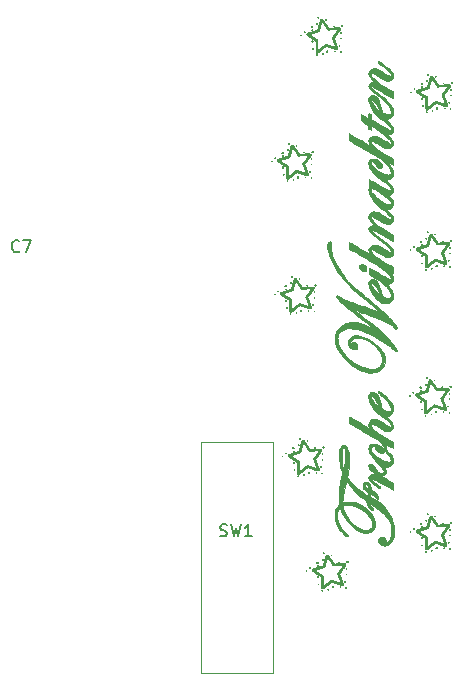
<source format=gbr>
%TF.GenerationSoftware,KiCad,Pcbnew,(5.1.10)-1*%
%TF.CreationDate,2021-10-27T13:55:30+02:00*%
%TF.ProjectId,Base,42617365-2e6b-4696-9361-645f70636258,rev?*%
%TF.SameCoordinates,Original*%
%TF.FileFunction,Legend,Top*%
%TF.FilePolarity,Positive*%
%FSLAX46Y46*%
G04 Gerber Fmt 4.6, Leading zero omitted, Abs format (unit mm)*
G04 Created by KiCad (PCBNEW (5.1.10)-1) date 2021-10-27 13:55:30*
%MOMM*%
%LPD*%
G01*
G04 APERTURE LIST*
%ADD10C,0.010000*%
%ADD11C,0.120000*%
%ADD12C,0.150000*%
G04 APERTURE END LIST*
D10*
%TO.C,G\u002A\u002A\u002A*%
G36*
X171499712Y-115501145D02*
G01*
X171511150Y-115510790D01*
X171520466Y-115523378D01*
X171525115Y-115536053D01*
X171525260Y-115538308D01*
X171522450Y-115548388D01*
X171515574Y-115559899D01*
X171506963Y-115569751D01*
X171498948Y-115574850D01*
X171497576Y-115575027D01*
X171490367Y-115576454D01*
X171487911Y-115577267D01*
X171479565Y-115577020D01*
X171470641Y-115573828D01*
X171456857Y-115562811D01*
X171448285Y-115547893D01*
X171446350Y-115532016D01*
X171447651Y-115526345D01*
X171456533Y-115512788D01*
X171470788Y-115502242D01*
X171486649Y-115497373D01*
X171488695Y-115497295D01*
X171499712Y-115501145D01*
G37*
X171499712Y-115501145D02*
X171511150Y-115510790D01*
X171520466Y-115523378D01*
X171525115Y-115536053D01*
X171525260Y-115538308D01*
X171522450Y-115548388D01*
X171515574Y-115559899D01*
X171506963Y-115569751D01*
X171498948Y-115574850D01*
X171497576Y-115575027D01*
X171490367Y-115576454D01*
X171487911Y-115577267D01*
X171479565Y-115577020D01*
X171470641Y-115573828D01*
X171456857Y-115562811D01*
X171448285Y-115547893D01*
X171446350Y-115532016D01*
X171447651Y-115526345D01*
X171456533Y-115512788D01*
X171470788Y-115502242D01*
X171486649Y-115497373D01*
X171488695Y-115497295D01*
X171499712Y-115501145D01*
G36*
X172136666Y-115691315D02*
G01*
X172146097Y-115696457D01*
X172154580Y-115707292D01*
X172156557Y-115721019D01*
X172152115Y-115734192D01*
X172144989Y-115741396D01*
X172132062Y-115747789D01*
X172121593Y-115746864D01*
X172111397Y-115739458D01*
X172102923Y-115726200D01*
X172102729Y-115711586D01*
X172110535Y-115698484D01*
X172123167Y-115690444D01*
X172136666Y-115691315D01*
G37*
X172136666Y-115691315D02*
X172146097Y-115696457D01*
X172154580Y-115707292D01*
X172156557Y-115721019D01*
X172152115Y-115734192D01*
X172144989Y-115741396D01*
X172132062Y-115747789D01*
X172121593Y-115746864D01*
X172111397Y-115739458D01*
X172102923Y-115726200D01*
X172102729Y-115711586D01*
X172110535Y-115698484D01*
X172123167Y-115690444D01*
X172136666Y-115691315D01*
G36*
X171410497Y-116049929D02*
G01*
X171415873Y-116054783D01*
X171426743Y-116070833D01*
X171428665Y-116087752D01*
X171421573Y-116104663D01*
X171419762Y-116107102D01*
X171406881Y-116116786D01*
X171390713Y-116119729D01*
X171374196Y-116115888D01*
X171362730Y-116107926D01*
X171352985Y-116092867D01*
X171352064Y-116076820D01*
X171359904Y-116060943D01*
X171365708Y-116054683D01*
X171381202Y-116044091D01*
X171395875Y-116042505D01*
X171410497Y-116049929D01*
G37*
X171410497Y-116049929D02*
X171415873Y-116054783D01*
X171426743Y-116070833D01*
X171428665Y-116087752D01*
X171421573Y-116104663D01*
X171419762Y-116107102D01*
X171406881Y-116116786D01*
X171390713Y-116119729D01*
X171374196Y-116115888D01*
X171362730Y-116107926D01*
X171352985Y-116092867D01*
X171352064Y-116076820D01*
X171359904Y-116060943D01*
X171365708Y-116054683D01*
X171381202Y-116044091D01*
X171395875Y-116042505D01*
X171410497Y-116049929D01*
G36*
X173503876Y-116217641D02*
G01*
X173519820Y-116225971D01*
X173534498Y-116241540D01*
X173538472Y-116247053D01*
X173545742Y-116262720D01*
X173544955Y-116278067D01*
X173535859Y-116294289D01*
X173526312Y-116304936D01*
X173513733Y-116316530D01*
X173503767Y-116322575D01*
X173493346Y-116324683D01*
X173488589Y-116324789D01*
X173473412Y-116322733D01*
X173459968Y-116317876D01*
X173458828Y-116317211D01*
X173443036Y-116302308D01*
X173433815Y-116282363D01*
X173431975Y-116267654D01*
X173436094Y-116250583D01*
X173446865Y-116234630D01*
X173461904Y-116222184D01*
X173478831Y-116215633D01*
X173484321Y-116215171D01*
X173503876Y-116217641D01*
G37*
X173503876Y-116217641D02*
X173519820Y-116225971D01*
X173534498Y-116241540D01*
X173538472Y-116247053D01*
X173545742Y-116262720D01*
X173544955Y-116278067D01*
X173535859Y-116294289D01*
X173526312Y-116304936D01*
X173513733Y-116316530D01*
X173503767Y-116322575D01*
X173493346Y-116324683D01*
X173488589Y-116324789D01*
X173473412Y-116322733D01*
X173459968Y-116317876D01*
X173458828Y-116317211D01*
X173443036Y-116302308D01*
X173433815Y-116282363D01*
X173431975Y-116267654D01*
X173436094Y-116250583D01*
X173446865Y-116234630D01*
X173461904Y-116222184D01*
X173478831Y-116215633D01*
X173484321Y-116215171D01*
X173503876Y-116217641D01*
G36*
X172791612Y-116273876D02*
G01*
X172802209Y-116283208D01*
X172809077Y-116294773D01*
X172810121Y-116300491D01*
X172806074Y-116312557D01*
X172795877Y-116321652D01*
X172782446Y-116326006D01*
X172770411Y-116324567D01*
X172758900Y-116316044D01*
X172751724Y-116302781D01*
X172750679Y-116295668D01*
X172754479Y-116286357D01*
X172763636Y-116277191D01*
X172774784Y-116271065D01*
X172780465Y-116270041D01*
X172791612Y-116273876D01*
G37*
X172791612Y-116273876D02*
X172802209Y-116283208D01*
X172809077Y-116294773D01*
X172810121Y-116300491D01*
X172806074Y-116312557D01*
X172795877Y-116321652D01*
X172782446Y-116326006D01*
X172770411Y-116324567D01*
X172758900Y-116316044D01*
X172751724Y-116302781D01*
X172750679Y-116295668D01*
X172754479Y-116286357D01*
X172763636Y-116277191D01*
X172774784Y-116271065D01*
X172780465Y-116270041D01*
X172791612Y-116273876D01*
G36*
X170966801Y-116283367D02*
G01*
X170983124Y-116294417D01*
X170995952Y-116310096D01*
X171003134Y-116328162D01*
X171003953Y-116336341D01*
X170999840Y-116355130D01*
X170988934Y-116371559D01*
X170973331Y-116383926D01*
X170955124Y-116390527D01*
X170937890Y-116390047D01*
X170918878Y-116381166D01*
X170904165Y-116366005D01*
X170895642Y-116346934D01*
X170894278Y-116335425D01*
X170898355Y-116317471D01*
X170909051Y-116300732D01*
X170924139Y-116287494D01*
X170941387Y-116280042D01*
X170949131Y-116279186D01*
X170966801Y-116283367D01*
G37*
X170966801Y-116283367D02*
X170983124Y-116294417D01*
X170995952Y-116310096D01*
X171003134Y-116328162D01*
X171003953Y-116336341D01*
X170999840Y-116355130D01*
X170988934Y-116371559D01*
X170973331Y-116383926D01*
X170955124Y-116390527D01*
X170937890Y-116390047D01*
X170918878Y-116381166D01*
X170904165Y-116366005D01*
X170895642Y-116346934D01*
X170894278Y-116335425D01*
X170898355Y-116317471D01*
X170909051Y-116300732D01*
X170924139Y-116287494D01*
X170941387Y-116280042D01*
X170949131Y-116279186D01*
X170966801Y-116283367D01*
G36*
X171000871Y-116577142D02*
G01*
X171014709Y-116587984D01*
X171021222Y-116602869D01*
X171022144Y-116613409D01*
X171018357Y-116629603D01*
X171008222Y-116642135D01*
X170994044Y-116649421D01*
X170978128Y-116649876D01*
X170971993Y-116647880D01*
X170957186Y-116639129D01*
X170949082Y-116627518D01*
X170946001Y-116615520D01*
X170945438Y-116603945D01*
X170949398Y-116594717D01*
X170957360Y-116585752D01*
X170972241Y-116574723D01*
X170986977Y-116572373D01*
X171000871Y-116577142D01*
G37*
X171000871Y-116577142D02*
X171014709Y-116587984D01*
X171021222Y-116602869D01*
X171022144Y-116613409D01*
X171018357Y-116629603D01*
X171008222Y-116642135D01*
X170994044Y-116649421D01*
X170978128Y-116649876D01*
X170971993Y-116647880D01*
X170957186Y-116639129D01*
X170949082Y-116627518D01*
X170946001Y-116615520D01*
X170945438Y-116603945D01*
X170949398Y-116594717D01*
X170957360Y-116585752D01*
X170972241Y-116574723D01*
X170986977Y-116572373D01*
X171000871Y-116577142D01*
G36*
X170341451Y-116749316D02*
G01*
X170352311Y-116758461D01*
X170358704Y-116769903D01*
X170359284Y-116774081D01*
X170355827Y-116783658D01*
X170347505Y-116794124D01*
X170337386Y-116802283D01*
X170329563Y-116805018D01*
X170321553Y-116801976D01*
X170311861Y-116794573D01*
X170311065Y-116793795D01*
X170303340Y-116783486D01*
X170299858Y-116773735D01*
X170299842Y-116773219D01*
X170303845Y-116761287D01*
X170313729Y-116751159D01*
X170326308Y-116745815D01*
X170329384Y-116745576D01*
X170341451Y-116749316D01*
G37*
X170341451Y-116749316D02*
X170352311Y-116758461D01*
X170358704Y-116769903D01*
X170359284Y-116774081D01*
X170355827Y-116783658D01*
X170347505Y-116794124D01*
X170337386Y-116802283D01*
X170329563Y-116805018D01*
X170321553Y-116801976D01*
X170311861Y-116794573D01*
X170311065Y-116793795D01*
X170303340Y-116783486D01*
X170299858Y-116773735D01*
X170299842Y-116773219D01*
X170303845Y-116761287D01*
X170313729Y-116751159D01*
X170326308Y-116745815D01*
X170329384Y-116745576D01*
X170341451Y-116749316D01*
G36*
X173408458Y-116820828D02*
G01*
X173418257Y-116827880D01*
X173425772Y-116840615D01*
X173426411Y-116854567D01*
X173421110Y-116867160D01*
X173410807Y-116875817D01*
X173399968Y-116878178D01*
X173390994Y-116875676D01*
X173382695Y-116871060D01*
X173374384Y-116860320D01*
X173372896Y-116846593D01*
X173378241Y-116832995D01*
X173382540Y-116828059D01*
X173395771Y-116819897D01*
X173408458Y-116820828D01*
G37*
X173408458Y-116820828D02*
X173418257Y-116827880D01*
X173425772Y-116840615D01*
X173426411Y-116854567D01*
X173421110Y-116867160D01*
X173410807Y-116875817D01*
X173399968Y-116878178D01*
X173390994Y-116875676D01*
X173382695Y-116871060D01*
X173374384Y-116860320D01*
X173372896Y-116846593D01*
X173378241Y-116832995D01*
X173382540Y-116828059D01*
X173395771Y-116819897D01*
X173408458Y-116820828D01*
G36*
X170036861Y-117014490D02*
G01*
X170047716Y-117022771D01*
X170053790Y-117031420D01*
X170056564Y-117041005D01*
X170053806Y-117049675D01*
X170049842Y-117055492D01*
X170037462Y-117066438D01*
X170023821Y-117069119D01*
X170010688Y-117063334D01*
X170007428Y-117060262D01*
X169999810Y-117046667D01*
X170000980Y-117032773D01*
X170010749Y-117020042D01*
X170012788Y-117018439D01*
X170022863Y-117012439D01*
X170031383Y-117012378D01*
X170036861Y-117014490D01*
G37*
X170036861Y-117014490D02*
X170047716Y-117022771D01*
X170053790Y-117031420D01*
X170056564Y-117041005D01*
X170053806Y-117049675D01*
X170049842Y-117055492D01*
X170037462Y-117066438D01*
X170023821Y-117069119D01*
X170010688Y-117063334D01*
X170007428Y-117060262D01*
X169999810Y-117046667D01*
X170000980Y-117032773D01*
X170010749Y-117020042D01*
X170012788Y-117018439D01*
X170022863Y-117012439D01*
X170031383Y-117012378D01*
X170036861Y-117014490D01*
G36*
X173418202Y-117288692D02*
G01*
X173419927Y-117290031D01*
X173429798Y-117302467D01*
X173431143Y-117316356D01*
X173423827Y-117329815D01*
X173422830Y-117330851D01*
X173409496Y-117338895D01*
X173395583Y-117338254D01*
X173382924Y-117329061D01*
X173381930Y-117327846D01*
X173375204Y-117313797D01*
X173377595Y-117300394D01*
X173387880Y-117288657D01*
X173398238Y-117282041D01*
X173407182Y-117282003D01*
X173418202Y-117288692D01*
G37*
X173418202Y-117288692D02*
X173419927Y-117290031D01*
X173429798Y-117302467D01*
X173431143Y-117316356D01*
X173423827Y-117329815D01*
X173422830Y-117330851D01*
X173409496Y-117338895D01*
X173395583Y-117338254D01*
X173382924Y-117329061D01*
X173381930Y-117327846D01*
X173375204Y-117313797D01*
X173377595Y-117300394D01*
X173387880Y-117288657D01*
X173398238Y-117282041D01*
X173407182Y-117282003D01*
X173418202Y-117288692D01*
G36*
X171015998Y-117518316D02*
G01*
X171030850Y-117534145D01*
X171035452Y-117542324D01*
X171041258Y-117556480D01*
X171042489Y-117567769D01*
X171040302Y-117578941D01*
X171030939Y-117597633D01*
X171015985Y-117610785D01*
X170997563Y-117617693D01*
X170977795Y-117617654D01*
X170958802Y-117609963D01*
X170955004Y-117607226D01*
X170940991Y-117591051D01*
X170934427Y-117571973D01*
X170935243Y-117552162D01*
X170943370Y-117533787D01*
X170957809Y-117519632D01*
X170978075Y-117510650D01*
X170997939Y-117510348D01*
X171015998Y-117518316D01*
G37*
X171015998Y-117518316D02*
X171030850Y-117534145D01*
X171035452Y-117542324D01*
X171041258Y-117556480D01*
X171042489Y-117567769D01*
X171040302Y-117578941D01*
X171030939Y-117597633D01*
X171015985Y-117610785D01*
X170997563Y-117617693D01*
X170977795Y-117617654D01*
X170958802Y-117609963D01*
X170955004Y-117607226D01*
X170940991Y-117591051D01*
X170934427Y-117571973D01*
X170935243Y-117552162D01*
X170943370Y-117533787D01*
X170957809Y-117519632D01*
X170978075Y-117510650D01*
X170997939Y-117510348D01*
X171015998Y-117518316D01*
G36*
X173282295Y-117910918D02*
G01*
X173291796Y-117916377D01*
X173301312Y-117928118D01*
X173303427Y-117940690D01*
X173299530Y-117952390D01*
X173291009Y-117961517D01*
X173279249Y-117966370D01*
X173265641Y-117965248D01*
X173256047Y-117960211D01*
X173249672Y-117950656D01*
X173247645Y-117937279D01*
X173250176Y-117924413D01*
X173254030Y-117918685D01*
X173267988Y-117910245D01*
X173282295Y-117910918D01*
G37*
X173282295Y-117910918D02*
X173291796Y-117916377D01*
X173301312Y-117928118D01*
X173303427Y-117940690D01*
X173299530Y-117952390D01*
X173291009Y-117961517D01*
X173279249Y-117966370D01*
X173265641Y-117965248D01*
X173256047Y-117960211D01*
X173249672Y-117950656D01*
X173247645Y-117937279D01*
X173250176Y-117924413D01*
X173254030Y-117918685D01*
X173267988Y-117910245D01*
X173282295Y-117910918D01*
G36*
X171053968Y-118153060D02*
G01*
X171063542Y-118162533D01*
X171067844Y-118175125D01*
X171065799Y-118188221D01*
X171059653Y-118196623D01*
X171046915Y-118203035D01*
X171032476Y-118203221D01*
X171020468Y-118197141D01*
X171020330Y-118197005D01*
X171014946Y-118187185D01*
X171013145Y-118176755D01*
X171016933Y-118161583D01*
X171027385Y-118152014D01*
X171040198Y-118149321D01*
X171053968Y-118153060D01*
G37*
X171053968Y-118153060D02*
X171063542Y-118162533D01*
X171067844Y-118175125D01*
X171065799Y-118188221D01*
X171059653Y-118196623D01*
X171046915Y-118203035D01*
X171032476Y-118203221D01*
X171020468Y-118197141D01*
X171020330Y-118197005D01*
X171014946Y-118187185D01*
X171013145Y-118176755D01*
X171016933Y-118161583D01*
X171027385Y-118152014D01*
X171040198Y-118149321D01*
X171053968Y-118153060D01*
G36*
X172896748Y-118379423D02*
G01*
X172908291Y-118386937D01*
X172915498Y-118400179D01*
X172915611Y-118413782D01*
X172909939Y-118425661D01*
X172899794Y-118433730D01*
X172886488Y-118435905D01*
X172878708Y-118433996D01*
X172866911Y-118425179D01*
X172861384Y-118412163D01*
X172862703Y-118397903D01*
X172869563Y-118387088D01*
X172882740Y-118379230D01*
X172896748Y-118379423D01*
G37*
X172896748Y-118379423D02*
X172908291Y-118386937D01*
X172915498Y-118400179D01*
X172915611Y-118413782D01*
X172909939Y-118425661D01*
X172899794Y-118433730D01*
X172886488Y-118435905D01*
X172878708Y-118433996D01*
X172866911Y-118425179D01*
X172861384Y-118412163D01*
X172862703Y-118397903D01*
X172869563Y-118387088D01*
X172882740Y-118379230D01*
X172896748Y-118379423D01*
G36*
X172253322Y-118356303D02*
G01*
X172271096Y-118362910D01*
X172286238Y-118376371D01*
X172290527Y-118382698D01*
X172297551Y-118402586D01*
X172295943Y-118422420D01*
X172286103Y-118440728D01*
X172270971Y-118454395D01*
X172253042Y-118462978D01*
X172235473Y-118463354D01*
X172216080Y-118455542D01*
X172214997Y-118454922D01*
X172198376Y-118441265D01*
X172189819Y-118423749D01*
X172188266Y-118409508D01*
X172192074Y-118388950D01*
X172202292Y-118372875D01*
X172217112Y-118361760D01*
X172234725Y-118356078D01*
X172253322Y-118356303D01*
G37*
X172253322Y-118356303D02*
X172271096Y-118362910D01*
X172286238Y-118376371D01*
X172290527Y-118382698D01*
X172297551Y-118402586D01*
X172295943Y-118422420D01*
X172286103Y-118440728D01*
X172270971Y-118454395D01*
X172253042Y-118462978D01*
X172235473Y-118463354D01*
X172216080Y-118455542D01*
X172214997Y-118454922D01*
X172198376Y-118441265D01*
X172189819Y-118423749D01*
X172188266Y-118409508D01*
X172192074Y-118388950D01*
X172202292Y-118372875D01*
X172217112Y-118361760D01*
X172234725Y-118356078D01*
X172253322Y-118356303D01*
G36*
X173396254Y-118439423D02*
G01*
X173408576Y-118449175D01*
X173408781Y-118449433D01*
X173416856Y-118463513D01*
X173416419Y-118475386D01*
X173407377Y-118486410D01*
X173406210Y-118487351D01*
X173391476Y-118495529D01*
X173378462Y-118494996D01*
X173367960Y-118487682D01*
X173360050Y-118474186D01*
X173360470Y-118459576D01*
X173368823Y-118446708D01*
X173382645Y-118438577D01*
X173396254Y-118439423D01*
G37*
X173396254Y-118439423D02*
X173408576Y-118449175D01*
X173408781Y-118449433D01*
X173416856Y-118463513D01*
X173416419Y-118475386D01*
X173407377Y-118486410D01*
X173406210Y-118487351D01*
X173391476Y-118495529D01*
X173378462Y-118494996D01*
X173367960Y-118487682D01*
X173360050Y-118474186D01*
X173360470Y-118459576D01*
X173368823Y-118446708D01*
X173382645Y-118438577D01*
X173396254Y-118439423D01*
G36*
X171781531Y-115677300D02*
G01*
X171797393Y-115682575D01*
X171814498Y-115691807D01*
X171833167Y-115705354D01*
X171853718Y-115723576D01*
X171876471Y-115746832D01*
X171901746Y-115775481D01*
X171929863Y-115809884D01*
X171961141Y-115850398D01*
X171995900Y-115897385D01*
X172034459Y-115951202D01*
X172077138Y-116012210D01*
X172115375Y-116067769D01*
X172133552Y-116094328D01*
X172152754Y-116122364D01*
X172171266Y-116149376D01*
X172187375Y-116172863D01*
X172195272Y-116184366D01*
X172211104Y-116207419D01*
X172229667Y-116234456D01*
X172248519Y-116261922D01*
X172263503Y-116283758D01*
X172290121Y-116322409D01*
X172313858Y-116356582D01*
X172334337Y-116385747D01*
X172351179Y-116409372D01*
X172364004Y-116426923D01*
X172372434Y-116437870D01*
X172375873Y-116441592D01*
X172381537Y-116442144D01*
X172394870Y-116442165D01*
X172414413Y-116441692D01*
X172438707Y-116440761D01*
X172466294Y-116439411D01*
X172470493Y-116439182D01*
X172505585Y-116437246D01*
X172544362Y-116435114D01*
X172583312Y-116432979D01*
X172618927Y-116431032D01*
X172638654Y-116429958D01*
X172666715Y-116428383D01*
X172701280Y-116426364D01*
X172739728Y-116424059D01*
X172779437Y-116421626D01*
X172817786Y-116419223D01*
X172830697Y-116418399D01*
X172867514Y-116416285D01*
X172910713Y-116414211D01*
X172957531Y-116412286D01*
X173005204Y-116410615D01*
X173050970Y-116409306D01*
X173083055Y-116408614D01*
X173124364Y-116407955D01*
X173157838Y-116407622D01*
X173184781Y-116407655D01*
X173206499Y-116408093D01*
X173224295Y-116408972D01*
X173239476Y-116410333D01*
X173253346Y-116412214D01*
X173263405Y-116413939D01*
X173299999Y-116422339D01*
X173328099Y-116432832D01*
X173348227Y-116445978D01*
X173360904Y-116462331D01*
X173366650Y-116482449D01*
X173365987Y-116506888D01*
X173363440Y-116520793D01*
X173357805Y-116539822D01*
X173348591Y-116562014D01*
X173335530Y-116587778D01*
X173318353Y-116617524D01*
X173296791Y-116651662D01*
X173270575Y-116690602D01*
X173239438Y-116734754D01*
X173203110Y-116784528D01*
X173161323Y-116840333D01*
X173113808Y-116902579D01*
X173109617Y-116908023D01*
X173099303Y-116921447D01*
X173085401Y-116939588D01*
X173069863Y-116959894D01*
X173057033Y-116976686D01*
X173029763Y-117012326D01*
X173003501Y-117046505D01*
X172979904Y-117077070D01*
X172965584Y-117095514D01*
X172957640Y-117105829D01*
X172946191Y-117120838D01*
X172933227Y-117137929D01*
X172927905Y-117144972D01*
X172915672Y-117161106D01*
X172904881Y-117175204D01*
X172897157Y-117185147D01*
X172894986Y-117187858D01*
X172889626Y-117194649D01*
X172880150Y-117206917D01*
X172867956Y-117222845D01*
X172856077Y-117238457D01*
X172839560Y-117261380D01*
X172829134Y-117278866D01*
X172824379Y-117291906D01*
X172824878Y-117301487D01*
X172827477Y-117305931D01*
X172831121Y-117312768D01*
X172835759Y-117324512D01*
X172837148Y-117328565D01*
X172842582Y-117344133D01*
X172848110Y-117358663D01*
X172848892Y-117360572D01*
X172857535Y-117382025D01*
X172868530Y-117410560D01*
X172878960Y-117438304D01*
X172885374Y-117455307D01*
X172891386Y-117470927D01*
X172894760Y-117479456D01*
X172899959Y-117492398D01*
X172906302Y-117508359D01*
X172908428Y-117513749D01*
X172914645Y-117529455D01*
X172920495Y-117544108D01*
X172922081Y-117548042D01*
X172927646Y-117562336D01*
X172933296Y-117577607D01*
X172933353Y-117577763D01*
X172938359Y-117591168D01*
X172942839Y-117602237D01*
X172943135Y-117602912D01*
X172945983Y-117609894D01*
X172951517Y-117623941D01*
X172959161Y-117643575D01*
X172968340Y-117667317D01*
X172978478Y-117693688D01*
X172979562Y-117696516D01*
X172990147Y-117724070D01*
X173000195Y-117750089D01*
X173009026Y-117772832D01*
X173015966Y-117790556D01*
X173020338Y-117801520D01*
X173020404Y-117801682D01*
X173040191Y-117851704D01*
X173059139Y-117902861D01*
X173076772Y-117953660D01*
X173092610Y-118002603D01*
X173106174Y-118048194D01*
X173116987Y-118088939D01*
X173124569Y-118123340D01*
X173126160Y-118132304D01*
X173129109Y-118167206D01*
X173125386Y-118195957D01*
X173114937Y-118218721D01*
X173097705Y-118235659D01*
X173089156Y-118240711D01*
X173070828Y-118246661D01*
X173046695Y-118249679D01*
X173019654Y-118249649D01*
X172992601Y-118246454D01*
X172985083Y-118244899D01*
X172968402Y-118241065D01*
X172948036Y-118236393D01*
X172933577Y-118233080D01*
X172916286Y-118228943D01*
X172901079Y-118224994D01*
X172892425Y-118222458D01*
X172881843Y-118219131D01*
X172866327Y-118214486D01*
X172853559Y-118210774D01*
X172836623Y-118205730D01*
X172815392Y-118199132D01*
X172791805Y-118191612D01*
X172767799Y-118183807D01*
X172745311Y-118176349D01*
X172726281Y-118169874D01*
X172712645Y-118165016D01*
X172707240Y-118162869D01*
X172698972Y-118159640D01*
X172684498Y-118154488D01*
X172666317Y-118148292D01*
X172656943Y-118145183D01*
X172636839Y-118138404D01*
X172611236Y-118129514D01*
X172583209Y-118119594D01*
X172555831Y-118109722D01*
X172551777Y-118108241D01*
X172525922Y-118098843D01*
X172500046Y-118089550D01*
X172476811Y-118081310D01*
X172458876Y-118075070D01*
X172455755Y-118074010D01*
X172438036Y-118067921D01*
X172415013Y-118059859D01*
X172389976Y-118050982D01*
X172371165Y-118044236D01*
X172347509Y-118035766D01*
X172323953Y-118027437D01*
X172303505Y-118020309D01*
X172291147Y-118016095D01*
X172275088Y-118010591D01*
X172261451Y-118005683D01*
X172254567Y-118003000D01*
X172246449Y-117999900D01*
X172232022Y-117994737D01*
X172213650Y-117988350D01*
X172201435Y-117984182D01*
X172157447Y-117969285D01*
X172137420Y-117984882D01*
X172125969Y-117993921D01*
X172117709Y-118000664D01*
X172115107Y-118002977D01*
X172110988Y-118006502D01*
X172100884Y-118014827D01*
X172085938Y-118027019D01*
X172067291Y-118042148D01*
X172046087Y-118059281D01*
X172044883Y-118060251D01*
X171995927Y-118099800D01*
X171949265Y-118137667D01*
X171902653Y-118175682D01*
X171853849Y-118215676D01*
X171800607Y-118259480D01*
X171792749Y-118265957D01*
X171775365Y-118280196D01*
X171758750Y-118293646D01*
X171745353Y-118304332D01*
X171740166Y-118308374D01*
X171726932Y-118318651D01*
X171712154Y-118330336D01*
X171697765Y-118341872D01*
X171685700Y-118351703D01*
X171677893Y-118358273D01*
X171676151Y-118359890D01*
X171669430Y-118365963D01*
X171656928Y-118376033D01*
X171639861Y-118389212D01*
X171619449Y-118404612D01*
X171596909Y-118421344D01*
X171573460Y-118438521D01*
X171550319Y-118455255D01*
X171528704Y-118470658D01*
X171509833Y-118483840D01*
X171494925Y-118493916D01*
X171485197Y-118499995D01*
X171482071Y-118501400D01*
X171476870Y-118503622D01*
X171466978Y-118509215D01*
X171462298Y-118512084D01*
X171433822Y-118526786D01*
X171404889Y-118536083D01*
X171377824Y-118539390D01*
X171360652Y-118537699D01*
X171346609Y-118532578D01*
X171334579Y-118523299D01*
X171323910Y-118508816D01*
X171313949Y-118488084D01*
X171304045Y-118460058D01*
X171296675Y-118435099D01*
X171294150Y-118420685D01*
X171292100Y-118397357D01*
X171290523Y-118365334D01*
X171289420Y-118324834D01*
X171288788Y-118276078D01*
X171288628Y-118219282D01*
X171288938Y-118154667D01*
X171289717Y-118082450D01*
X171290965Y-118002851D01*
X171292680Y-117916088D01*
X171294863Y-117822380D01*
X171297511Y-117721947D01*
X171299764Y-117643644D01*
X171302495Y-117551775D01*
X171277847Y-117534860D01*
X171263321Y-117525078D01*
X171241355Y-117510565D01*
X171211899Y-117491288D01*
X171174901Y-117467214D01*
X171130310Y-117438309D01*
X171078076Y-117404540D01*
X171056006Y-117390293D01*
X171036274Y-117377662D01*
X171019083Y-117366852D01*
X171005995Y-117358830D01*
X170998570Y-117354562D01*
X170997717Y-117354171D01*
X170991028Y-117350154D01*
X170990283Y-117349335D01*
X170985787Y-117345959D01*
X170974954Y-117338689D01*
X170959210Y-117328461D01*
X170939985Y-117316208D01*
X170930841Y-117310447D01*
X170908824Y-117296560D01*
X170887985Y-117283298D01*
X170870321Y-117271939D01*
X170857825Y-117263760D01*
X170855395Y-117262127D01*
X170845730Y-117255638D01*
X170830014Y-117245183D01*
X170809840Y-117231819D01*
X170786801Y-117216599D01*
X170763946Y-117201540D01*
X170708139Y-117164077D01*
X170660204Y-117130254D01*
X170619779Y-117099729D01*
X170586505Y-117072160D01*
X170560021Y-117047205D01*
X170539965Y-117024523D01*
X170528404Y-117007370D01*
X170821102Y-117007370D01*
X170823499Y-117017346D01*
X170829614Y-117030880D01*
X170834161Y-117038725D01*
X170844368Y-117052769D01*
X170858142Y-117068009D01*
X170876119Y-117084965D01*
X170898937Y-117104154D01*
X170927236Y-117126097D01*
X170961652Y-117151312D01*
X171002823Y-117180320D01*
X171037065Y-117203884D01*
X171039569Y-117205571D01*
X171043258Y-117208003D01*
X171048773Y-117211593D01*
X171056756Y-117216753D01*
X171067848Y-117223894D01*
X171082691Y-117233430D01*
X171101927Y-117245771D01*
X171126196Y-117261329D01*
X171156141Y-117280518D01*
X171192404Y-117303749D01*
X171235624Y-117331435D01*
X171243128Y-117336241D01*
X171285929Y-117363666D01*
X171321725Y-117386630D01*
X171351222Y-117405592D01*
X171375125Y-117421009D01*
X171394139Y-117433339D01*
X171408969Y-117443041D01*
X171420320Y-117450573D01*
X171428896Y-117456392D01*
X171435404Y-117460957D01*
X171438279Y-117463042D01*
X171453286Y-117474064D01*
X171450208Y-117625364D01*
X171449235Y-117669786D01*
X171448051Y-117718466D01*
X171446728Y-117768739D01*
X171445339Y-117817941D01*
X171443957Y-117863407D01*
X171442653Y-117902473D01*
X171442617Y-117903500D01*
X171440894Y-117971972D01*
X171440800Y-118033946D01*
X171442316Y-118088897D01*
X171445418Y-118136300D01*
X171450085Y-118175632D01*
X171454953Y-118201026D01*
X171464355Y-118229150D01*
X171477227Y-118248840D01*
X171493673Y-118260167D01*
X171513794Y-118263199D01*
X171537695Y-118258006D01*
X171538978Y-118257537D01*
X171579288Y-118239504D01*
X171616909Y-118217001D01*
X171623568Y-118212269D01*
X171662019Y-118183951D01*
X171695606Y-118158953D01*
X171723827Y-118137655D01*
X171746183Y-118120440D01*
X171762173Y-118107690D01*
X171771298Y-118099784D01*
X171772173Y-118098905D01*
X171776793Y-118094989D01*
X171786320Y-118087401D01*
X171795035Y-118080616D01*
X171808899Y-118069739D01*
X171821645Y-118059456D01*
X171827042Y-118054951D01*
X171834478Y-118048737D01*
X171847491Y-118038009D01*
X171864562Y-118024014D01*
X171884167Y-118008003D01*
X171895629Y-117998667D01*
X171915753Y-117982274D01*
X171933969Y-117967402D01*
X171948827Y-117955235D01*
X171958878Y-117946961D01*
X171961930Y-117944416D01*
X171968826Y-117938708D01*
X171981190Y-117928598D01*
X171997376Y-117915429D01*
X172015736Y-117900543D01*
X172019086Y-117897833D01*
X172036891Y-117883390D01*
X172052058Y-117871013D01*
X172063207Y-117861833D01*
X172068956Y-117856984D01*
X172069383Y-117856587D01*
X172076607Y-117850092D01*
X172088138Y-117840851D01*
X172101894Y-117830398D01*
X172115795Y-117820264D01*
X172127759Y-117811982D01*
X172135706Y-117807086D01*
X172137537Y-117806386D01*
X172145603Y-117808463D01*
X172150606Y-117810813D01*
X172158058Y-117814009D01*
X172172054Y-117819218D01*
X172190430Y-117825655D01*
X172206556Y-117831073D01*
X172232895Y-117839914D01*
X172262402Y-117850058D01*
X172290184Y-117859816D01*
X172300292Y-117863440D01*
X172323732Y-117871840D01*
X172348172Y-117880475D01*
X172369752Y-117887984D01*
X172378023Y-117890811D01*
X172395743Y-117896913D01*
X172418767Y-117904985D01*
X172443805Y-117913869D01*
X172462614Y-117920616D01*
X172486269Y-117929086D01*
X172509826Y-117937415D01*
X172530274Y-117944543D01*
X172542632Y-117948757D01*
X172558694Y-117954284D01*
X172572331Y-117959248D01*
X172579212Y-117961991D01*
X172589424Y-117965915D01*
X172606483Y-117971821D01*
X172628466Y-117979098D01*
X172653449Y-117987133D01*
X172679509Y-117995315D01*
X172704723Y-118003033D01*
X172727169Y-118009676D01*
X172743820Y-118014337D01*
X172770066Y-118020353D01*
X172797732Y-118025016D01*
X172824123Y-118028005D01*
X172846542Y-118028998D01*
X172859559Y-118028175D01*
X172881662Y-118020856D01*
X172893168Y-118012107D01*
X172900075Y-118004325D01*
X172903981Y-117996404D01*
X172905723Y-117985418D01*
X172906141Y-117968444D01*
X172906142Y-117966831D01*
X172904894Y-117944871D01*
X172901004Y-117919282D01*
X172894253Y-117889261D01*
X172884420Y-117854006D01*
X172871286Y-117812716D01*
X172854631Y-117764587D01*
X172839060Y-117721796D01*
X172832147Y-117703418D01*
X172825457Y-117686126D01*
X172820488Y-117673785D01*
X172815038Y-117660561D01*
X172810668Y-117649533D01*
X172810328Y-117648637D01*
X172807445Y-117641156D01*
X172801932Y-117627021D01*
X172794513Y-117608082D01*
X172785913Y-117586191D01*
X172783497Y-117580050D01*
X172766494Y-117536692D01*
X172749739Y-117493655D01*
X172733561Y-117451809D01*
X172718288Y-117412022D01*
X172704250Y-117375164D01*
X172691776Y-117342104D01*
X172681195Y-117313711D01*
X172672835Y-117290854D01*
X172667025Y-117274403D01*
X172664095Y-117265228D01*
X172663802Y-117263750D01*
X172665209Y-117260129D01*
X172669654Y-117252855D01*
X172677474Y-117241473D01*
X172689006Y-117225529D01*
X172704588Y-117204569D01*
X172724556Y-117178138D01*
X172749247Y-117145781D01*
X172778998Y-117107045D01*
X172805627Y-117072507D01*
X172853484Y-117010378D01*
X172895945Y-116954921D01*
X172933319Y-116905661D01*
X172965918Y-116862123D01*
X172994051Y-116823834D01*
X173018030Y-116790319D01*
X173038164Y-116761104D01*
X173054765Y-116735715D01*
X173068143Y-116713678D01*
X173078608Y-116694519D01*
X173086472Y-116677763D01*
X173092044Y-116662936D01*
X173095635Y-116649564D01*
X173097556Y-116637173D01*
X173098117Y-116625882D01*
X173097270Y-116611657D01*
X173093240Y-116602097D01*
X173083963Y-116592793D01*
X173081800Y-116590989D01*
X173071698Y-116583718D01*
X173060196Y-116577898D01*
X173046219Y-116573384D01*
X173028691Y-116570030D01*
X173006537Y-116567690D01*
X172978679Y-116566218D01*
X172944043Y-116565469D01*
X172901553Y-116565295D01*
X172892425Y-116565316D01*
X172854538Y-116565656D01*
X172814076Y-116566411D01*
X172773711Y-116567503D01*
X172736113Y-116568855D01*
X172703954Y-116570392D01*
X172693523Y-116571021D01*
X172616157Y-116575965D01*
X172547749Y-116580148D01*
X172488146Y-116583575D01*
X172437194Y-116586255D01*
X172394739Y-116588192D01*
X172360628Y-116589395D01*
X172334705Y-116589870D01*
X172316818Y-116589622D01*
X172306812Y-116588661D01*
X172304672Y-116587880D01*
X172300079Y-116582544D01*
X172291533Y-116571132D01*
X172280145Y-116555180D01*
X172267030Y-116536224D01*
X172263255Y-116530671D01*
X172247974Y-116508189D01*
X172229361Y-116480946D01*
X172209303Y-116451694D01*
X172189682Y-116423183D01*
X172180236Y-116409501D01*
X172162189Y-116383375D01*
X172143268Y-116355944D01*
X172125166Y-116329666D01*
X172109578Y-116306998D01*
X172102242Y-116296308D01*
X172062580Y-116238857D01*
X172027308Y-116188679D01*
X171996029Y-116145254D01*
X171968349Y-116108062D01*
X171943871Y-116076583D01*
X171922199Y-116050296D01*
X171902940Y-116028680D01*
X171885696Y-116011217D01*
X171884980Y-116010539D01*
X171866454Y-115994284D01*
X171850999Y-115984149D01*
X171836216Y-115978925D01*
X171819706Y-115977404D01*
X171819178Y-115977403D01*
X171804176Y-115980792D01*
X171789329Y-115991151D01*
X171774493Y-116008772D01*
X171759521Y-116033947D01*
X171744267Y-116066967D01*
X171728587Y-116108123D01*
X171712334Y-116157706D01*
X171695363Y-116216007D01*
X171689973Y-116235747D01*
X171686704Y-116247722D01*
X171682131Y-116264276D01*
X171678618Y-116276899D01*
X171674469Y-116292090D01*
X171668783Y-116313355D01*
X171662298Y-116337913D01*
X171655754Y-116362983D01*
X171655548Y-116363776D01*
X171649032Y-116388812D01*
X171642579Y-116413429D01*
X171636922Y-116434844D01*
X171632792Y-116450278D01*
X171632690Y-116450653D01*
X171629681Y-116461783D01*
X171626339Y-116474253D01*
X171622340Y-116489289D01*
X171617361Y-116508115D01*
X171611077Y-116531956D01*
X171603164Y-116562037D01*
X171593300Y-116599583D01*
X171591884Y-116604973D01*
X171582535Y-116640500D01*
X171575109Y-116668202D01*
X171569198Y-116689100D01*
X171564393Y-116704213D01*
X171560286Y-116714558D01*
X171556468Y-116721156D01*
X171552531Y-116725024D01*
X171548066Y-116727183D01*
X171542666Y-116728651D01*
X171542267Y-116728748D01*
X171532897Y-116731129D01*
X171521526Y-116734233D01*
X171506860Y-116738438D01*
X171487605Y-116744123D01*
X171462467Y-116751665D01*
X171430155Y-116761443D01*
X171422380Y-116763802D01*
X171393775Y-116772461D01*
X171365037Y-116781117D01*
X171338616Y-116789034D01*
X171316958Y-116795478D01*
X171306909Y-116798437D01*
X171272288Y-116808581D01*
X171238450Y-116818534D01*
X171207514Y-116827668D01*
X171181599Y-116835360D01*
X171166322Y-116839929D01*
X171150005Y-116844793D01*
X171134955Y-116849210D01*
X171129743Y-116850712D01*
X171115998Y-116854644D01*
X171100097Y-116859214D01*
X171097735Y-116859895D01*
X171087014Y-116863196D01*
X171069656Y-116868777D01*
X171047681Y-116875978D01*
X171023113Y-116884139D01*
X171010859Y-116888249D01*
X170960439Y-116906048D01*
X170918594Y-116922720D01*
X170884861Y-116938554D01*
X170858780Y-116953838D01*
X170839890Y-116968864D01*
X170827730Y-116983919D01*
X170821840Y-116999294D01*
X170821102Y-117007370D01*
X170528404Y-117007370D01*
X170525977Y-117003770D01*
X170517696Y-116984607D01*
X170514762Y-116966689D01*
X170514747Y-116965356D01*
X170515843Y-116950804D01*
X170520269Y-116939210D01*
X170529731Y-116926347D01*
X170531160Y-116924663D01*
X170542062Y-116912928D01*
X170554154Y-116902272D01*
X170568609Y-116892030D01*
X170586601Y-116881534D01*
X170609303Y-116870119D01*
X170637889Y-116857117D01*
X170673531Y-116841862D01*
X170686214Y-116836564D01*
X170698760Y-116831846D01*
X170718794Y-116824927D01*
X170745038Y-116816212D01*
X170776213Y-116806103D01*
X170811042Y-116795003D01*
X170848245Y-116783315D01*
X170886545Y-116771442D01*
X170924663Y-116759787D01*
X170961320Y-116748754D01*
X170995238Y-116738744D01*
X171010859Y-116734224D01*
X171027536Y-116729363D01*
X171042232Y-116724955D01*
X171049725Y-116722611D01*
X171060317Y-116719352D01*
X171075849Y-116714803D01*
X171088591Y-116711179D01*
X171105283Y-116706413D01*
X171119988Y-116702069D01*
X171127456Y-116699748D01*
X171138049Y-116696490D01*
X171153581Y-116691941D01*
X171166322Y-116688317D01*
X171183015Y-116683551D01*
X171197719Y-116679206D01*
X171205188Y-116676886D01*
X171215768Y-116673603D01*
X171231282Y-116668987D01*
X171244054Y-116665279D01*
X171263869Y-116659536D01*
X171288323Y-116652336D01*
X171318543Y-116643345D01*
X171355659Y-116632226D01*
X171383514Y-116623851D01*
X171401730Y-116618521D01*
X171415330Y-116614204D01*
X171425309Y-116609581D01*
X171432661Y-116603327D01*
X171438380Y-116594124D01*
X171443460Y-116580647D01*
X171448896Y-116561576D01*
X171455681Y-116535590D01*
X171458772Y-116523812D01*
X171465071Y-116500079D01*
X171471887Y-116474550D01*
X171477928Y-116452063D01*
X171478927Y-116448367D01*
X171487586Y-116416318D01*
X171494587Y-116390279D01*
X171500675Y-116367436D01*
X171506596Y-116344975D01*
X171513096Y-116320083D01*
X171520920Y-116289945D01*
X171521338Y-116288331D01*
X171533646Y-116240889D01*
X171544053Y-116200889D01*
X171552933Y-116166914D01*
X171560660Y-116137547D01*
X171567609Y-116111373D01*
X171574152Y-116086974D01*
X171580665Y-116062936D01*
X171586541Y-116041418D01*
X171590955Y-116025211D01*
X171594801Y-116010942D01*
X171596422Y-116004838D01*
X171601331Y-115987094D01*
X171608093Y-115964023D01*
X171616165Y-115937350D01*
X171625002Y-115908796D01*
X171634059Y-115880084D01*
X171642793Y-115852939D01*
X171650659Y-115829082D01*
X171657111Y-115810236D01*
X171661607Y-115798124D01*
X171662166Y-115796791D01*
X171678255Y-115762102D01*
X171693357Y-115734756D01*
X171708429Y-115713158D01*
X171720435Y-115699627D01*
X171733213Y-115687147D01*
X171742579Y-115679954D01*
X171751310Y-115676605D01*
X171762181Y-115675655D01*
X171766593Y-115675621D01*
X171781531Y-115677300D01*
G37*
X171781531Y-115677300D02*
X171797393Y-115682575D01*
X171814498Y-115691807D01*
X171833167Y-115705354D01*
X171853718Y-115723576D01*
X171876471Y-115746832D01*
X171901746Y-115775481D01*
X171929863Y-115809884D01*
X171961141Y-115850398D01*
X171995900Y-115897385D01*
X172034459Y-115951202D01*
X172077138Y-116012210D01*
X172115375Y-116067769D01*
X172133552Y-116094328D01*
X172152754Y-116122364D01*
X172171266Y-116149376D01*
X172187375Y-116172863D01*
X172195272Y-116184366D01*
X172211104Y-116207419D01*
X172229667Y-116234456D01*
X172248519Y-116261922D01*
X172263503Y-116283758D01*
X172290121Y-116322409D01*
X172313858Y-116356582D01*
X172334337Y-116385747D01*
X172351179Y-116409372D01*
X172364004Y-116426923D01*
X172372434Y-116437870D01*
X172375873Y-116441592D01*
X172381537Y-116442144D01*
X172394870Y-116442165D01*
X172414413Y-116441692D01*
X172438707Y-116440761D01*
X172466294Y-116439411D01*
X172470493Y-116439182D01*
X172505585Y-116437246D01*
X172544362Y-116435114D01*
X172583312Y-116432979D01*
X172618927Y-116431032D01*
X172638654Y-116429958D01*
X172666715Y-116428383D01*
X172701280Y-116426364D01*
X172739728Y-116424059D01*
X172779437Y-116421626D01*
X172817786Y-116419223D01*
X172830697Y-116418399D01*
X172867514Y-116416285D01*
X172910713Y-116414211D01*
X172957531Y-116412286D01*
X173005204Y-116410615D01*
X173050970Y-116409306D01*
X173083055Y-116408614D01*
X173124364Y-116407955D01*
X173157838Y-116407622D01*
X173184781Y-116407655D01*
X173206499Y-116408093D01*
X173224295Y-116408972D01*
X173239476Y-116410333D01*
X173253346Y-116412214D01*
X173263405Y-116413939D01*
X173299999Y-116422339D01*
X173328099Y-116432832D01*
X173348227Y-116445978D01*
X173360904Y-116462331D01*
X173366650Y-116482449D01*
X173365987Y-116506888D01*
X173363440Y-116520793D01*
X173357805Y-116539822D01*
X173348591Y-116562014D01*
X173335530Y-116587778D01*
X173318353Y-116617524D01*
X173296791Y-116651662D01*
X173270575Y-116690602D01*
X173239438Y-116734754D01*
X173203110Y-116784528D01*
X173161323Y-116840333D01*
X173113808Y-116902579D01*
X173109617Y-116908023D01*
X173099303Y-116921447D01*
X173085401Y-116939588D01*
X173069863Y-116959894D01*
X173057033Y-116976686D01*
X173029763Y-117012326D01*
X173003501Y-117046505D01*
X172979904Y-117077070D01*
X172965584Y-117095514D01*
X172957640Y-117105829D01*
X172946191Y-117120838D01*
X172933227Y-117137929D01*
X172927905Y-117144972D01*
X172915672Y-117161106D01*
X172904881Y-117175204D01*
X172897157Y-117185147D01*
X172894986Y-117187858D01*
X172889626Y-117194649D01*
X172880150Y-117206917D01*
X172867956Y-117222845D01*
X172856077Y-117238457D01*
X172839560Y-117261380D01*
X172829134Y-117278866D01*
X172824379Y-117291906D01*
X172824878Y-117301487D01*
X172827477Y-117305931D01*
X172831121Y-117312768D01*
X172835759Y-117324512D01*
X172837148Y-117328565D01*
X172842582Y-117344133D01*
X172848110Y-117358663D01*
X172848892Y-117360572D01*
X172857535Y-117382025D01*
X172868530Y-117410560D01*
X172878960Y-117438304D01*
X172885374Y-117455307D01*
X172891386Y-117470927D01*
X172894760Y-117479456D01*
X172899959Y-117492398D01*
X172906302Y-117508359D01*
X172908428Y-117513749D01*
X172914645Y-117529455D01*
X172920495Y-117544108D01*
X172922081Y-117548042D01*
X172927646Y-117562336D01*
X172933296Y-117577607D01*
X172933353Y-117577763D01*
X172938359Y-117591168D01*
X172942839Y-117602237D01*
X172943135Y-117602912D01*
X172945983Y-117609894D01*
X172951517Y-117623941D01*
X172959161Y-117643575D01*
X172968340Y-117667317D01*
X172978478Y-117693688D01*
X172979562Y-117696516D01*
X172990147Y-117724070D01*
X173000195Y-117750089D01*
X173009026Y-117772832D01*
X173015966Y-117790556D01*
X173020338Y-117801520D01*
X173020404Y-117801682D01*
X173040191Y-117851704D01*
X173059139Y-117902861D01*
X173076772Y-117953660D01*
X173092610Y-118002603D01*
X173106174Y-118048194D01*
X173116987Y-118088939D01*
X173124569Y-118123340D01*
X173126160Y-118132304D01*
X173129109Y-118167206D01*
X173125386Y-118195957D01*
X173114937Y-118218721D01*
X173097705Y-118235659D01*
X173089156Y-118240711D01*
X173070828Y-118246661D01*
X173046695Y-118249679D01*
X173019654Y-118249649D01*
X172992601Y-118246454D01*
X172985083Y-118244899D01*
X172968402Y-118241065D01*
X172948036Y-118236393D01*
X172933577Y-118233080D01*
X172916286Y-118228943D01*
X172901079Y-118224994D01*
X172892425Y-118222458D01*
X172881843Y-118219131D01*
X172866327Y-118214486D01*
X172853559Y-118210774D01*
X172836623Y-118205730D01*
X172815392Y-118199132D01*
X172791805Y-118191612D01*
X172767799Y-118183807D01*
X172745311Y-118176349D01*
X172726281Y-118169874D01*
X172712645Y-118165016D01*
X172707240Y-118162869D01*
X172698972Y-118159640D01*
X172684498Y-118154488D01*
X172666317Y-118148292D01*
X172656943Y-118145183D01*
X172636839Y-118138404D01*
X172611236Y-118129514D01*
X172583209Y-118119594D01*
X172555831Y-118109722D01*
X172551777Y-118108241D01*
X172525922Y-118098843D01*
X172500046Y-118089550D01*
X172476811Y-118081310D01*
X172458876Y-118075070D01*
X172455755Y-118074010D01*
X172438036Y-118067921D01*
X172415013Y-118059859D01*
X172389976Y-118050982D01*
X172371165Y-118044236D01*
X172347509Y-118035766D01*
X172323953Y-118027437D01*
X172303505Y-118020309D01*
X172291147Y-118016095D01*
X172275088Y-118010591D01*
X172261451Y-118005683D01*
X172254567Y-118003000D01*
X172246449Y-117999900D01*
X172232022Y-117994737D01*
X172213650Y-117988350D01*
X172201435Y-117984182D01*
X172157447Y-117969285D01*
X172137420Y-117984882D01*
X172125969Y-117993921D01*
X172117709Y-118000664D01*
X172115107Y-118002977D01*
X172110988Y-118006502D01*
X172100884Y-118014827D01*
X172085938Y-118027019D01*
X172067291Y-118042148D01*
X172046087Y-118059281D01*
X172044883Y-118060251D01*
X171995927Y-118099800D01*
X171949265Y-118137667D01*
X171902653Y-118175682D01*
X171853849Y-118215676D01*
X171800607Y-118259480D01*
X171792749Y-118265957D01*
X171775365Y-118280196D01*
X171758750Y-118293646D01*
X171745353Y-118304332D01*
X171740166Y-118308374D01*
X171726932Y-118318651D01*
X171712154Y-118330336D01*
X171697765Y-118341872D01*
X171685700Y-118351703D01*
X171677893Y-118358273D01*
X171676151Y-118359890D01*
X171669430Y-118365963D01*
X171656928Y-118376033D01*
X171639861Y-118389212D01*
X171619449Y-118404612D01*
X171596909Y-118421344D01*
X171573460Y-118438521D01*
X171550319Y-118455255D01*
X171528704Y-118470658D01*
X171509833Y-118483840D01*
X171494925Y-118493916D01*
X171485197Y-118499995D01*
X171482071Y-118501400D01*
X171476870Y-118503622D01*
X171466978Y-118509215D01*
X171462298Y-118512084D01*
X171433822Y-118526786D01*
X171404889Y-118536083D01*
X171377824Y-118539390D01*
X171360652Y-118537699D01*
X171346609Y-118532578D01*
X171334579Y-118523299D01*
X171323910Y-118508816D01*
X171313949Y-118488084D01*
X171304045Y-118460058D01*
X171296675Y-118435099D01*
X171294150Y-118420685D01*
X171292100Y-118397357D01*
X171290523Y-118365334D01*
X171289420Y-118324834D01*
X171288788Y-118276078D01*
X171288628Y-118219282D01*
X171288938Y-118154667D01*
X171289717Y-118082450D01*
X171290965Y-118002851D01*
X171292680Y-117916088D01*
X171294863Y-117822380D01*
X171297511Y-117721947D01*
X171299764Y-117643644D01*
X171302495Y-117551775D01*
X171277847Y-117534860D01*
X171263321Y-117525078D01*
X171241355Y-117510565D01*
X171211899Y-117491288D01*
X171174901Y-117467214D01*
X171130310Y-117438309D01*
X171078076Y-117404540D01*
X171056006Y-117390293D01*
X171036274Y-117377662D01*
X171019083Y-117366852D01*
X171005995Y-117358830D01*
X170998570Y-117354562D01*
X170997717Y-117354171D01*
X170991028Y-117350154D01*
X170990283Y-117349335D01*
X170985787Y-117345959D01*
X170974954Y-117338689D01*
X170959210Y-117328461D01*
X170939985Y-117316208D01*
X170930841Y-117310447D01*
X170908824Y-117296560D01*
X170887985Y-117283298D01*
X170870321Y-117271939D01*
X170857825Y-117263760D01*
X170855395Y-117262127D01*
X170845730Y-117255638D01*
X170830014Y-117245183D01*
X170809840Y-117231819D01*
X170786801Y-117216599D01*
X170763946Y-117201540D01*
X170708139Y-117164077D01*
X170660204Y-117130254D01*
X170619779Y-117099729D01*
X170586505Y-117072160D01*
X170560021Y-117047205D01*
X170539965Y-117024523D01*
X170528404Y-117007370D01*
X170821102Y-117007370D01*
X170823499Y-117017346D01*
X170829614Y-117030880D01*
X170834161Y-117038725D01*
X170844368Y-117052769D01*
X170858142Y-117068009D01*
X170876119Y-117084965D01*
X170898937Y-117104154D01*
X170927236Y-117126097D01*
X170961652Y-117151312D01*
X171002823Y-117180320D01*
X171037065Y-117203884D01*
X171039569Y-117205571D01*
X171043258Y-117208003D01*
X171048773Y-117211593D01*
X171056756Y-117216753D01*
X171067848Y-117223894D01*
X171082691Y-117233430D01*
X171101927Y-117245771D01*
X171126196Y-117261329D01*
X171156141Y-117280518D01*
X171192404Y-117303749D01*
X171235624Y-117331435D01*
X171243128Y-117336241D01*
X171285929Y-117363666D01*
X171321725Y-117386630D01*
X171351222Y-117405592D01*
X171375125Y-117421009D01*
X171394139Y-117433339D01*
X171408969Y-117443041D01*
X171420320Y-117450573D01*
X171428896Y-117456392D01*
X171435404Y-117460957D01*
X171438279Y-117463042D01*
X171453286Y-117474064D01*
X171450208Y-117625364D01*
X171449235Y-117669786D01*
X171448051Y-117718466D01*
X171446728Y-117768739D01*
X171445339Y-117817941D01*
X171443957Y-117863407D01*
X171442653Y-117902473D01*
X171442617Y-117903500D01*
X171440894Y-117971972D01*
X171440800Y-118033946D01*
X171442316Y-118088897D01*
X171445418Y-118136300D01*
X171450085Y-118175632D01*
X171454953Y-118201026D01*
X171464355Y-118229150D01*
X171477227Y-118248840D01*
X171493673Y-118260167D01*
X171513794Y-118263199D01*
X171537695Y-118258006D01*
X171538978Y-118257537D01*
X171579288Y-118239504D01*
X171616909Y-118217001D01*
X171623568Y-118212269D01*
X171662019Y-118183951D01*
X171695606Y-118158953D01*
X171723827Y-118137655D01*
X171746183Y-118120440D01*
X171762173Y-118107690D01*
X171771298Y-118099784D01*
X171772173Y-118098905D01*
X171776793Y-118094989D01*
X171786320Y-118087401D01*
X171795035Y-118080616D01*
X171808899Y-118069739D01*
X171821645Y-118059456D01*
X171827042Y-118054951D01*
X171834478Y-118048737D01*
X171847491Y-118038009D01*
X171864562Y-118024014D01*
X171884167Y-118008003D01*
X171895629Y-117998667D01*
X171915753Y-117982274D01*
X171933969Y-117967402D01*
X171948827Y-117955235D01*
X171958878Y-117946961D01*
X171961930Y-117944416D01*
X171968826Y-117938708D01*
X171981190Y-117928598D01*
X171997376Y-117915429D01*
X172015736Y-117900543D01*
X172019086Y-117897833D01*
X172036891Y-117883390D01*
X172052058Y-117871013D01*
X172063207Y-117861833D01*
X172068956Y-117856984D01*
X172069383Y-117856587D01*
X172076607Y-117850092D01*
X172088138Y-117840851D01*
X172101894Y-117830398D01*
X172115795Y-117820264D01*
X172127759Y-117811982D01*
X172135706Y-117807086D01*
X172137537Y-117806386D01*
X172145603Y-117808463D01*
X172150606Y-117810813D01*
X172158058Y-117814009D01*
X172172054Y-117819218D01*
X172190430Y-117825655D01*
X172206556Y-117831073D01*
X172232895Y-117839914D01*
X172262402Y-117850058D01*
X172290184Y-117859816D01*
X172300292Y-117863440D01*
X172323732Y-117871840D01*
X172348172Y-117880475D01*
X172369752Y-117887984D01*
X172378023Y-117890811D01*
X172395743Y-117896913D01*
X172418767Y-117904985D01*
X172443805Y-117913869D01*
X172462614Y-117920616D01*
X172486269Y-117929086D01*
X172509826Y-117937415D01*
X172530274Y-117944543D01*
X172542632Y-117948757D01*
X172558694Y-117954284D01*
X172572331Y-117959248D01*
X172579212Y-117961991D01*
X172589424Y-117965915D01*
X172606483Y-117971821D01*
X172628466Y-117979098D01*
X172653449Y-117987133D01*
X172679509Y-117995315D01*
X172704723Y-118003033D01*
X172727169Y-118009676D01*
X172743820Y-118014337D01*
X172770066Y-118020353D01*
X172797732Y-118025016D01*
X172824123Y-118028005D01*
X172846542Y-118028998D01*
X172859559Y-118028175D01*
X172881662Y-118020856D01*
X172893168Y-118012107D01*
X172900075Y-118004325D01*
X172903981Y-117996404D01*
X172905723Y-117985418D01*
X172906141Y-117968444D01*
X172906142Y-117966831D01*
X172904894Y-117944871D01*
X172901004Y-117919282D01*
X172894253Y-117889261D01*
X172884420Y-117854006D01*
X172871286Y-117812716D01*
X172854631Y-117764587D01*
X172839060Y-117721796D01*
X172832147Y-117703418D01*
X172825457Y-117686126D01*
X172820488Y-117673785D01*
X172815038Y-117660561D01*
X172810668Y-117649533D01*
X172810328Y-117648637D01*
X172807445Y-117641156D01*
X172801932Y-117627021D01*
X172794513Y-117608082D01*
X172785913Y-117586191D01*
X172783497Y-117580050D01*
X172766494Y-117536692D01*
X172749739Y-117493655D01*
X172733561Y-117451809D01*
X172718288Y-117412022D01*
X172704250Y-117375164D01*
X172691776Y-117342104D01*
X172681195Y-117313711D01*
X172672835Y-117290854D01*
X172667025Y-117274403D01*
X172664095Y-117265228D01*
X172663802Y-117263750D01*
X172665209Y-117260129D01*
X172669654Y-117252855D01*
X172677474Y-117241473D01*
X172689006Y-117225529D01*
X172704588Y-117204569D01*
X172724556Y-117178138D01*
X172749247Y-117145781D01*
X172778998Y-117107045D01*
X172805627Y-117072507D01*
X172853484Y-117010378D01*
X172895945Y-116954921D01*
X172933319Y-116905661D01*
X172965918Y-116862123D01*
X172994051Y-116823834D01*
X173018030Y-116790319D01*
X173038164Y-116761104D01*
X173054765Y-116735715D01*
X173068143Y-116713678D01*
X173078608Y-116694519D01*
X173086472Y-116677763D01*
X173092044Y-116662936D01*
X173095635Y-116649564D01*
X173097556Y-116637173D01*
X173098117Y-116625882D01*
X173097270Y-116611657D01*
X173093240Y-116602097D01*
X173083963Y-116592793D01*
X173081800Y-116590989D01*
X173071698Y-116583718D01*
X173060196Y-116577898D01*
X173046219Y-116573384D01*
X173028691Y-116570030D01*
X173006537Y-116567690D01*
X172978679Y-116566218D01*
X172944043Y-116565469D01*
X172901553Y-116565295D01*
X172892425Y-116565316D01*
X172854538Y-116565656D01*
X172814076Y-116566411D01*
X172773711Y-116567503D01*
X172736113Y-116568855D01*
X172703954Y-116570392D01*
X172693523Y-116571021D01*
X172616157Y-116575965D01*
X172547749Y-116580148D01*
X172488146Y-116583575D01*
X172437194Y-116586255D01*
X172394739Y-116588192D01*
X172360628Y-116589395D01*
X172334705Y-116589870D01*
X172316818Y-116589622D01*
X172306812Y-116588661D01*
X172304672Y-116587880D01*
X172300079Y-116582544D01*
X172291533Y-116571132D01*
X172280145Y-116555180D01*
X172267030Y-116536224D01*
X172263255Y-116530671D01*
X172247974Y-116508189D01*
X172229361Y-116480946D01*
X172209303Y-116451694D01*
X172189682Y-116423183D01*
X172180236Y-116409501D01*
X172162189Y-116383375D01*
X172143268Y-116355944D01*
X172125166Y-116329666D01*
X172109578Y-116306998D01*
X172102242Y-116296308D01*
X172062580Y-116238857D01*
X172027308Y-116188679D01*
X171996029Y-116145254D01*
X171968349Y-116108062D01*
X171943871Y-116076583D01*
X171922199Y-116050296D01*
X171902940Y-116028680D01*
X171885696Y-116011217D01*
X171884980Y-116010539D01*
X171866454Y-115994284D01*
X171850999Y-115984149D01*
X171836216Y-115978925D01*
X171819706Y-115977404D01*
X171819178Y-115977403D01*
X171804176Y-115980792D01*
X171789329Y-115991151D01*
X171774493Y-116008772D01*
X171759521Y-116033947D01*
X171744267Y-116066967D01*
X171728587Y-116108123D01*
X171712334Y-116157706D01*
X171695363Y-116216007D01*
X171689973Y-116235747D01*
X171686704Y-116247722D01*
X171682131Y-116264276D01*
X171678618Y-116276899D01*
X171674469Y-116292090D01*
X171668783Y-116313355D01*
X171662298Y-116337913D01*
X171655754Y-116362983D01*
X171655548Y-116363776D01*
X171649032Y-116388812D01*
X171642579Y-116413429D01*
X171636922Y-116434844D01*
X171632792Y-116450278D01*
X171632690Y-116450653D01*
X171629681Y-116461783D01*
X171626339Y-116474253D01*
X171622340Y-116489289D01*
X171617361Y-116508115D01*
X171611077Y-116531956D01*
X171603164Y-116562037D01*
X171593300Y-116599583D01*
X171591884Y-116604973D01*
X171582535Y-116640500D01*
X171575109Y-116668202D01*
X171569198Y-116689100D01*
X171564393Y-116704213D01*
X171560286Y-116714558D01*
X171556468Y-116721156D01*
X171552531Y-116725024D01*
X171548066Y-116727183D01*
X171542666Y-116728651D01*
X171542267Y-116728748D01*
X171532897Y-116731129D01*
X171521526Y-116734233D01*
X171506860Y-116738438D01*
X171487605Y-116744123D01*
X171462467Y-116751665D01*
X171430155Y-116761443D01*
X171422380Y-116763802D01*
X171393775Y-116772461D01*
X171365037Y-116781117D01*
X171338616Y-116789034D01*
X171316958Y-116795478D01*
X171306909Y-116798437D01*
X171272288Y-116808581D01*
X171238450Y-116818534D01*
X171207514Y-116827668D01*
X171181599Y-116835360D01*
X171166322Y-116839929D01*
X171150005Y-116844793D01*
X171134955Y-116849210D01*
X171129743Y-116850712D01*
X171115998Y-116854644D01*
X171100097Y-116859214D01*
X171097735Y-116859895D01*
X171087014Y-116863196D01*
X171069656Y-116868777D01*
X171047681Y-116875978D01*
X171023113Y-116884139D01*
X171010859Y-116888249D01*
X170960439Y-116906048D01*
X170918594Y-116922720D01*
X170884861Y-116938554D01*
X170858780Y-116953838D01*
X170839890Y-116968864D01*
X170827730Y-116983919D01*
X170821840Y-116999294D01*
X170821102Y-117007370D01*
X170528404Y-117007370D01*
X170525977Y-117003770D01*
X170517696Y-116984607D01*
X170514762Y-116966689D01*
X170514747Y-116965356D01*
X170515843Y-116950804D01*
X170520269Y-116939210D01*
X170529731Y-116926347D01*
X170531160Y-116924663D01*
X170542062Y-116912928D01*
X170554154Y-116902272D01*
X170568609Y-116892030D01*
X170586601Y-116881534D01*
X170609303Y-116870119D01*
X170637889Y-116857117D01*
X170673531Y-116841862D01*
X170686214Y-116836564D01*
X170698760Y-116831846D01*
X170718794Y-116824927D01*
X170745038Y-116816212D01*
X170776213Y-116806103D01*
X170811042Y-116795003D01*
X170848245Y-116783315D01*
X170886545Y-116771442D01*
X170924663Y-116759787D01*
X170961320Y-116748754D01*
X170995238Y-116738744D01*
X171010859Y-116734224D01*
X171027536Y-116729363D01*
X171042232Y-116724955D01*
X171049725Y-116722611D01*
X171060317Y-116719352D01*
X171075849Y-116714803D01*
X171088591Y-116711179D01*
X171105283Y-116706413D01*
X171119988Y-116702069D01*
X171127456Y-116699748D01*
X171138049Y-116696490D01*
X171153581Y-116691941D01*
X171166322Y-116688317D01*
X171183015Y-116683551D01*
X171197719Y-116679206D01*
X171205188Y-116676886D01*
X171215768Y-116673603D01*
X171231282Y-116668987D01*
X171244054Y-116665279D01*
X171263869Y-116659536D01*
X171288323Y-116652336D01*
X171318543Y-116643345D01*
X171355659Y-116632226D01*
X171383514Y-116623851D01*
X171401730Y-116618521D01*
X171415330Y-116614204D01*
X171425309Y-116609581D01*
X171432661Y-116603327D01*
X171438380Y-116594124D01*
X171443460Y-116580647D01*
X171448896Y-116561576D01*
X171455681Y-116535590D01*
X171458772Y-116523812D01*
X171465071Y-116500079D01*
X171471887Y-116474550D01*
X171477928Y-116452063D01*
X171478927Y-116448367D01*
X171487586Y-116416318D01*
X171494587Y-116390279D01*
X171500675Y-116367436D01*
X171506596Y-116344975D01*
X171513096Y-116320083D01*
X171520920Y-116289945D01*
X171521338Y-116288331D01*
X171533646Y-116240889D01*
X171544053Y-116200889D01*
X171552933Y-116166914D01*
X171560660Y-116137547D01*
X171567609Y-116111373D01*
X171574152Y-116086974D01*
X171580665Y-116062936D01*
X171586541Y-116041418D01*
X171590955Y-116025211D01*
X171594801Y-116010942D01*
X171596422Y-116004838D01*
X171601331Y-115987094D01*
X171608093Y-115964023D01*
X171616165Y-115937350D01*
X171625002Y-115908796D01*
X171634059Y-115880084D01*
X171642793Y-115852939D01*
X171650659Y-115829082D01*
X171657111Y-115810236D01*
X171661607Y-115798124D01*
X171662166Y-115796791D01*
X171678255Y-115762102D01*
X171693357Y-115734756D01*
X171708429Y-115713158D01*
X171720435Y-115699627D01*
X171733213Y-115687147D01*
X171742579Y-115679954D01*
X171751310Y-115676605D01*
X171762181Y-115675655D01*
X171766593Y-115675621D01*
X171781531Y-115677300D01*
G36*
X171864927Y-118583045D02*
G01*
X171875245Y-118592601D01*
X171881347Y-118604525D01*
X171881912Y-118608918D01*
X171878076Y-118620065D01*
X171868744Y-118630662D01*
X171857180Y-118637530D01*
X171851462Y-118638574D01*
X171841198Y-118635330D01*
X171834610Y-118630212D01*
X171827863Y-118617267D01*
X171827697Y-118603082D01*
X171833137Y-118590284D01*
X171843210Y-118581503D01*
X171853516Y-118579132D01*
X171864927Y-118583045D01*
G37*
X171864927Y-118583045D02*
X171875245Y-118592601D01*
X171881347Y-118604525D01*
X171881912Y-118608918D01*
X171878076Y-118620065D01*
X171868744Y-118630662D01*
X171857180Y-118637530D01*
X171851462Y-118638574D01*
X171841198Y-118635330D01*
X171834610Y-118630212D01*
X171827863Y-118617267D01*
X171827697Y-118603082D01*
X171833137Y-118590284D01*
X171843210Y-118581503D01*
X171853516Y-118579132D01*
X171864927Y-118583045D01*
G36*
X171373924Y-118690562D02*
G01*
X171383995Y-118699644D01*
X171387669Y-118712066D01*
X171384037Y-118725610D01*
X171377504Y-118733798D01*
X171363786Y-118742374D01*
X171350537Y-118741821D01*
X171338586Y-118733157D01*
X171330295Y-118719204D01*
X171330034Y-118705602D01*
X171336896Y-118694470D01*
X171349971Y-118687929D01*
X171358365Y-118687042D01*
X171373924Y-118690562D01*
G37*
X171373924Y-118690562D02*
X171383995Y-118699644D01*
X171387669Y-118712066D01*
X171384037Y-118725610D01*
X171377504Y-118733798D01*
X171363786Y-118742374D01*
X171350537Y-118741821D01*
X171338586Y-118733157D01*
X171330295Y-118719204D01*
X171330034Y-118705602D01*
X171336896Y-118694470D01*
X171349971Y-118687929D01*
X171358365Y-118687042D01*
X171373924Y-118690562D01*
G36*
X159764912Y-84106745D02*
G01*
X159776350Y-84116390D01*
X159785666Y-84128978D01*
X159790315Y-84141653D01*
X159790460Y-84143908D01*
X159787650Y-84153988D01*
X159780774Y-84165499D01*
X159772163Y-84175351D01*
X159764148Y-84180450D01*
X159762776Y-84180627D01*
X159755567Y-84182054D01*
X159753111Y-84182867D01*
X159744765Y-84182620D01*
X159735841Y-84179428D01*
X159722057Y-84168411D01*
X159713485Y-84153493D01*
X159711550Y-84137616D01*
X159712851Y-84131945D01*
X159721733Y-84118388D01*
X159735988Y-84107842D01*
X159751849Y-84102973D01*
X159753895Y-84102895D01*
X159764912Y-84106745D01*
G37*
X159764912Y-84106745D02*
X159776350Y-84116390D01*
X159785666Y-84128978D01*
X159790315Y-84141653D01*
X159790460Y-84143908D01*
X159787650Y-84153988D01*
X159780774Y-84165499D01*
X159772163Y-84175351D01*
X159764148Y-84180450D01*
X159762776Y-84180627D01*
X159755567Y-84182054D01*
X159753111Y-84182867D01*
X159744765Y-84182620D01*
X159735841Y-84179428D01*
X159722057Y-84168411D01*
X159713485Y-84153493D01*
X159711550Y-84137616D01*
X159712851Y-84131945D01*
X159721733Y-84118388D01*
X159735988Y-84107842D01*
X159751849Y-84102973D01*
X159753895Y-84102895D01*
X159764912Y-84106745D01*
G36*
X160401866Y-84296915D02*
G01*
X160411297Y-84302057D01*
X160419780Y-84312892D01*
X160421757Y-84326619D01*
X160417315Y-84339792D01*
X160410189Y-84346996D01*
X160397262Y-84353389D01*
X160386793Y-84352464D01*
X160376597Y-84345058D01*
X160368123Y-84331800D01*
X160367929Y-84317186D01*
X160375735Y-84304084D01*
X160388367Y-84296044D01*
X160401866Y-84296915D01*
G37*
X160401866Y-84296915D02*
X160411297Y-84302057D01*
X160419780Y-84312892D01*
X160421757Y-84326619D01*
X160417315Y-84339792D01*
X160410189Y-84346996D01*
X160397262Y-84353389D01*
X160386793Y-84352464D01*
X160376597Y-84345058D01*
X160368123Y-84331800D01*
X160367929Y-84317186D01*
X160375735Y-84304084D01*
X160388367Y-84296044D01*
X160401866Y-84296915D01*
G36*
X159675697Y-84655529D02*
G01*
X159681073Y-84660383D01*
X159691943Y-84676433D01*
X159693865Y-84693352D01*
X159686773Y-84710263D01*
X159684962Y-84712702D01*
X159672081Y-84722386D01*
X159655913Y-84725329D01*
X159639396Y-84721488D01*
X159627930Y-84713526D01*
X159618185Y-84698467D01*
X159617264Y-84682420D01*
X159625104Y-84666543D01*
X159630908Y-84660283D01*
X159646402Y-84649691D01*
X159661075Y-84648105D01*
X159675697Y-84655529D01*
G37*
X159675697Y-84655529D02*
X159681073Y-84660383D01*
X159691943Y-84676433D01*
X159693865Y-84693352D01*
X159686773Y-84710263D01*
X159684962Y-84712702D01*
X159672081Y-84722386D01*
X159655913Y-84725329D01*
X159639396Y-84721488D01*
X159627930Y-84713526D01*
X159618185Y-84698467D01*
X159617264Y-84682420D01*
X159625104Y-84666543D01*
X159630908Y-84660283D01*
X159646402Y-84649691D01*
X159661075Y-84648105D01*
X159675697Y-84655529D01*
G36*
X161769076Y-84823241D02*
G01*
X161785020Y-84831571D01*
X161799698Y-84847140D01*
X161803672Y-84852653D01*
X161810942Y-84868320D01*
X161810155Y-84883667D01*
X161801059Y-84899889D01*
X161791512Y-84910536D01*
X161778933Y-84922130D01*
X161768967Y-84928175D01*
X161758546Y-84930283D01*
X161753789Y-84930389D01*
X161738612Y-84928333D01*
X161725168Y-84923476D01*
X161724028Y-84922811D01*
X161708236Y-84907908D01*
X161699015Y-84887963D01*
X161697175Y-84873254D01*
X161701294Y-84856183D01*
X161712065Y-84840230D01*
X161727104Y-84827784D01*
X161744031Y-84821233D01*
X161749521Y-84820771D01*
X161769076Y-84823241D01*
G37*
X161769076Y-84823241D02*
X161785020Y-84831571D01*
X161799698Y-84847140D01*
X161803672Y-84852653D01*
X161810942Y-84868320D01*
X161810155Y-84883667D01*
X161801059Y-84899889D01*
X161791512Y-84910536D01*
X161778933Y-84922130D01*
X161768967Y-84928175D01*
X161758546Y-84930283D01*
X161753789Y-84930389D01*
X161738612Y-84928333D01*
X161725168Y-84923476D01*
X161724028Y-84922811D01*
X161708236Y-84907908D01*
X161699015Y-84887963D01*
X161697175Y-84873254D01*
X161701294Y-84856183D01*
X161712065Y-84840230D01*
X161727104Y-84827784D01*
X161744031Y-84821233D01*
X161749521Y-84820771D01*
X161769076Y-84823241D01*
G36*
X161056812Y-84879476D02*
G01*
X161067409Y-84888808D01*
X161074277Y-84900373D01*
X161075321Y-84906091D01*
X161071274Y-84918157D01*
X161061077Y-84927252D01*
X161047646Y-84931606D01*
X161035611Y-84930167D01*
X161024100Y-84921644D01*
X161016924Y-84908381D01*
X161015879Y-84901268D01*
X161019679Y-84891957D01*
X161028836Y-84882791D01*
X161039984Y-84876665D01*
X161045665Y-84875641D01*
X161056812Y-84879476D01*
G37*
X161056812Y-84879476D02*
X161067409Y-84888808D01*
X161074277Y-84900373D01*
X161075321Y-84906091D01*
X161071274Y-84918157D01*
X161061077Y-84927252D01*
X161047646Y-84931606D01*
X161035611Y-84930167D01*
X161024100Y-84921644D01*
X161016924Y-84908381D01*
X161015879Y-84901268D01*
X161019679Y-84891957D01*
X161028836Y-84882791D01*
X161039984Y-84876665D01*
X161045665Y-84875641D01*
X161056812Y-84879476D01*
G36*
X159232001Y-84888967D02*
G01*
X159248324Y-84900017D01*
X159261152Y-84915696D01*
X159268334Y-84933762D01*
X159269153Y-84941941D01*
X159265040Y-84960730D01*
X159254134Y-84977159D01*
X159238531Y-84989526D01*
X159220324Y-84996127D01*
X159203090Y-84995647D01*
X159184078Y-84986766D01*
X159169365Y-84971605D01*
X159160842Y-84952534D01*
X159159478Y-84941025D01*
X159163555Y-84923071D01*
X159174251Y-84906332D01*
X159189339Y-84893094D01*
X159206587Y-84885642D01*
X159214331Y-84884786D01*
X159232001Y-84888967D01*
G37*
X159232001Y-84888967D02*
X159248324Y-84900017D01*
X159261152Y-84915696D01*
X159268334Y-84933762D01*
X159269153Y-84941941D01*
X159265040Y-84960730D01*
X159254134Y-84977159D01*
X159238531Y-84989526D01*
X159220324Y-84996127D01*
X159203090Y-84995647D01*
X159184078Y-84986766D01*
X159169365Y-84971605D01*
X159160842Y-84952534D01*
X159159478Y-84941025D01*
X159163555Y-84923071D01*
X159174251Y-84906332D01*
X159189339Y-84893094D01*
X159206587Y-84885642D01*
X159214331Y-84884786D01*
X159232001Y-84888967D01*
G36*
X159266071Y-85182742D02*
G01*
X159279909Y-85193584D01*
X159286422Y-85208469D01*
X159287344Y-85219009D01*
X159283557Y-85235203D01*
X159273422Y-85247735D01*
X159259244Y-85255021D01*
X159243328Y-85255476D01*
X159237193Y-85253480D01*
X159222386Y-85244729D01*
X159214282Y-85233118D01*
X159211201Y-85221120D01*
X159210638Y-85209545D01*
X159214598Y-85200317D01*
X159222560Y-85191352D01*
X159237441Y-85180323D01*
X159252177Y-85177973D01*
X159266071Y-85182742D01*
G37*
X159266071Y-85182742D02*
X159279909Y-85193584D01*
X159286422Y-85208469D01*
X159287344Y-85219009D01*
X159283557Y-85235203D01*
X159273422Y-85247735D01*
X159259244Y-85255021D01*
X159243328Y-85255476D01*
X159237193Y-85253480D01*
X159222386Y-85244729D01*
X159214282Y-85233118D01*
X159211201Y-85221120D01*
X159210638Y-85209545D01*
X159214598Y-85200317D01*
X159222560Y-85191352D01*
X159237441Y-85180323D01*
X159252177Y-85177973D01*
X159266071Y-85182742D01*
G36*
X158606651Y-85354916D02*
G01*
X158617511Y-85364061D01*
X158623904Y-85375503D01*
X158624484Y-85379681D01*
X158621027Y-85389258D01*
X158612705Y-85399724D01*
X158602586Y-85407883D01*
X158594763Y-85410618D01*
X158586753Y-85407576D01*
X158577061Y-85400173D01*
X158576265Y-85399395D01*
X158568540Y-85389086D01*
X158565058Y-85379335D01*
X158565042Y-85378819D01*
X158569045Y-85366887D01*
X158578929Y-85356759D01*
X158591508Y-85351415D01*
X158594584Y-85351176D01*
X158606651Y-85354916D01*
G37*
X158606651Y-85354916D02*
X158617511Y-85364061D01*
X158623904Y-85375503D01*
X158624484Y-85379681D01*
X158621027Y-85389258D01*
X158612705Y-85399724D01*
X158602586Y-85407883D01*
X158594763Y-85410618D01*
X158586753Y-85407576D01*
X158577061Y-85400173D01*
X158576265Y-85399395D01*
X158568540Y-85389086D01*
X158565058Y-85379335D01*
X158565042Y-85378819D01*
X158569045Y-85366887D01*
X158578929Y-85356759D01*
X158591508Y-85351415D01*
X158594584Y-85351176D01*
X158606651Y-85354916D01*
G36*
X161673658Y-85426428D02*
G01*
X161683457Y-85433480D01*
X161690972Y-85446215D01*
X161691611Y-85460167D01*
X161686310Y-85472760D01*
X161676007Y-85481417D01*
X161665168Y-85483778D01*
X161656194Y-85481276D01*
X161647895Y-85476660D01*
X161639584Y-85465920D01*
X161638096Y-85452193D01*
X161643441Y-85438595D01*
X161647740Y-85433659D01*
X161660971Y-85425497D01*
X161673658Y-85426428D01*
G37*
X161673658Y-85426428D02*
X161683457Y-85433480D01*
X161690972Y-85446215D01*
X161691611Y-85460167D01*
X161686310Y-85472760D01*
X161676007Y-85481417D01*
X161665168Y-85483778D01*
X161656194Y-85481276D01*
X161647895Y-85476660D01*
X161639584Y-85465920D01*
X161638096Y-85452193D01*
X161643441Y-85438595D01*
X161647740Y-85433659D01*
X161660971Y-85425497D01*
X161673658Y-85426428D01*
G36*
X158302061Y-85620090D02*
G01*
X158312916Y-85628371D01*
X158318990Y-85637020D01*
X158321764Y-85646605D01*
X158319006Y-85655275D01*
X158315042Y-85661092D01*
X158302662Y-85672038D01*
X158289021Y-85674719D01*
X158275888Y-85668934D01*
X158272628Y-85665862D01*
X158265010Y-85652267D01*
X158266180Y-85638373D01*
X158275949Y-85625642D01*
X158277988Y-85624039D01*
X158288063Y-85618039D01*
X158296583Y-85617978D01*
X158302061Y-85620090D01*
G37*
X158302061Y-85620090D02*
X158312916Y-85628371D01*
X158318990Y-85637020D01*
X158321764Y-85646605D01*
X158319006Y-85655275D01*
X158315042Y-85661092D01*
X158302662Y-85672038D01*
X158289021Y-85674719D01*
X158275888Y-85668934D01*
X158272628Y-85665862D01*
X158265010Y-85652267D01*
X158266180Y-85638373D01*
X158275949Y-85625642D01*
X158277988Y-85624039D01*
X158288063Y-85618039D01*
X158296583Y-85617978D01*
X158302061Y-85620090D01*
G36*
X161683402Y-85894292D02*
G01*
X161685127Y-85895631D01*
X161694998Y-85908067D01*
X161696343Y-85921956D01*
X161689027Y-85935415D01*
X161688030Y-85936451D01*
X161674696Y-85944495D01*
X161660783Y-85943854D01*
X161648124Y-85934661D01*
X161647130Y-85933446D01*
X161640404Y-85919397D01*
X161642795Y-85905994D01*
X161653080Y-85894257D01*
X161663438Y-85887641D01*
X161672382Y-85887603D01*
X161683402Y-85894292D01*
G37*
X161683402Y-85894292D02*
X161685127Y-85895631D01*
X161694998Y-85908067D01*
X161696343Y-85921956D01*
X161689027Y-85935415D01*
X161688030Y-85936451D01*
X161674696Y-85944495D01*
X161660783Y-85943854D01*
X161648124Y-85934661D01*
X161647130Y-85933446D01*
X161640404Y-85919397D01*
X161642795Y-85905994D01*
X161653080Y-85894257D01*
X161663438Y-85887641D01*
X161672382Y-85887603D01*
X161683402Y-85894292D01*
G36*
X159281198Y-86123916D02*
G01*
X159296050Y-86139745D01*
X159300652Y-86147924D01*
X159306458Y-86162080D01*
X159307689Y-86173369D01*
X159305502Y-86184541D01*
X159296139Y-86203233D01*
X159281185Y-86216385D01*
X159262763Y-86223293D01*
X159242995Y-86223254D01*
X159224002Y-86215563D01*
X159220204Y-86212826D01*
X159206191Y-86196651D01*
X159199627Y-86177573D01*
X159200443Y-86157762D01*
X159208570Y-86139387D01*
X159223009Y-86125232D01*
X159243275Y-86116250D01*
X159263139Y-86115948D01*
X159281198Y-86123916D01*
G37*
X159281198Y-86123916D02*
X159296050Y-86139745D01*
X159300652Y-86147924D01*
X159306458Y-86162080D01*
X159307689Y-86173369D01*
X159305502Y-86184541D01*
X159296139Y-86203233D01*
X159281185Y-86216385D01*
X159262763Y-86223293D01*
X159242995Y-86223254D01*
X159224002Y-86215563D01*
X159220204Y-86212826D01*
X159206191Y-86196651D01*
X159199627Y-86177573D01*
X159200443Y-86157762D01*
X159208570Y-86139387D01*
X159223009Y-86125232D01*
X159243275Y-86116250D01*
X159263139Y-86115948D01*
X159281198Y-86123916D01*
G36*
X161547495Y-86516518D02*
G01*
X161556996Y-86521977D01*
X161566512Y-86533718D01*
X161568627Y-86546290D01*
X161564730Y-86557990D01*
X161556209Y-86567117D01*
X161544449Y-86571970D01*
X161530841Y-86570848D01*
X161521247Y-86565811D01*
X161514872Y-86556256D01*
X161512845Y-86542879D01*
X161515376Y-86530013D01*
X161519230Y-86524285D01*
X161533188Y-86515845D01*
X161547495Y-86516518D01*
G37*
X161547495Y-86516518D02*
X161556996Y-86521977D01*
X161566512Y-86533718D01*
X161568627Y-86546290D01*
X161564730Y-86557990D01*
X161556209Y-86567117D01*
X161544449Y-86571970D01*
X161530841Y-86570848D01*
X161521247Y-86565811D01*
X161514872Y-86556256D01*
X161512845Y-86542879D01*
X161515376Y-86530013D01*
X161519230Y-86524285D01*
X161533188Y-86515845D01*
X161547495Y-86516518D01*
G36*
X159319168Y-86758660D02*
G01*
X159328742Y-86768133D01*
X159333044Y-86780725D01*
X159330999Y-86793821D01*
X159324853Y-86802223D01*
X159312115Y-86808635D01*
X159297676Y-86808821D01*
X159285668Y-86802741D01*
X159285530Y-86802605D01*
X159280146Y-86792785D01*
X159278345Y-86782355D01*
X159282133Y-86767183D01*
X159292585Y-86757614D01*
X159305398Y-86754921D01*
X159319168Y-86758660D01*
G37*
X159319168Y-86758660D02*
X159328742Y-86768133D01*
X159333044Y-86780725D01*
X159330999Y-86793821D01*
X159324853Y-86802223D01*
X159312115Y-86808635D01*
X159297676Y-86808821D01*
X159285668Y-86802741D01*
X159285530Y-86802605D01*
X159280146Y-86792785D01*
X159278345Y-86782355D01*
X159282133Y-86767183D01*
X159292585Y-86757614D01*
X159305398Y-86754921D01*
X159319168Y-86758660D01*
G36*
X161161948Y-86985023D02*
G01*
X161173491Y-86992537D01*
X161180698Y-87005779D01*
X161180811Y-87019382D01*
X161175139Y-87031261D01*
X161164994Y-87039330D01*
X161151688Y-87041505D01*
X161143908Y-87039596D01*
X161132111Y-87030779D01*
X161126584Y-87017763D01*
X161127903Y-87003503D01*
X161134763Y-86992688D01*
X161147940Y-86984830D01*
X161161948Y-86985023D01*
G37*
X161161948Y-86985023D02*
X161173491Y-86992537D01*
X161180698Y-87005779D01*
X161180811Y-87019382D01*
X161175139Y-87031261D01*
X161164994Y-87039330D01*
X161151688Y-87041505D01*
X161143908Y-87039596D01*
X161132111Y-87030779D01*
X161126584Y-87017763D01*
X161127903Y-87003503D01*
X161134763Y-86992688D01*
X161147940Y-86984830D01*
X161161948Y-86985023D01*
G36*
X160518522Y-86961903D02*
G01*
X160536296Y-86968510D01*
X160551438Y-86981971D01*
X160555727Y-86988298D01*
X160562751Y-87008186D01*
X160561143Y-87028020D01*
X160551303Y-87046328D01*
X160536171Y-87059995D01*
X160518242Y-87068578D01*
X160500673Y-87068954D01*
X160481280Y-87061142D01*
X160480197Y-87060522D01*
X160463576Y-87046865D01*
X160455019Y-87029349D01*
X160453466Y-87015108D01*
X160457274Y-86994550D01*
X160467492Y-86978475D01*
X160482312Y-86967360D01*
X160499925Y-86961678D01*
X160518522Y-86961903D01*
G37*
X160518522Y-86961903D02*
X160536296Y-86968510D01*
X160551438Y-86981971D01*
X160555727Y-86988298D01*
X160562751Y-87008186D01*
X160561143Y-87028020D01*
X160551303Y-87046328D01*
X160536171Y-87059995D01*
X160518242Y-87068578D01*
X160500673Y-87068954D01*
X160481280Y-87061142D01*
X160480197Y-87060522D01*
X160463576Y-87046865D01*
X160455019Y-87029349D01*
X160453466Y-87015108D01*
X160457274Y-86994550D01*
X160467492Y-86978475D01*
X160482312Y-86967360D01*
X160499925Y-86961678D01*
X160518522Y-86961903D01*
G36*
X161661454Y-87045023D02*
G01*
X161673776Y-87054775D01*
X161673981Y-87055033D01*
X161682056Y-87069113D01*
X161681619Y-87080986D01*
X161672577Y-87092010D01*
X161671410Y-87092951D01*
X161656676Y-87101129D01*
X161643662Y-87100596D01*
X161633160Y-87093282D01*
X161625250Y-87079786D01*
X161625670Y-87065176D01*
X161634023Y-87052308D01*
X161647845Y-87044177D01*
X161661454Y-87045023D01*
G37*
X161661454Y-87045023D02*
X161673776Y-87054775D01*
X161673981Y-87055033D01*
X161682056Y-87069113D01*
X161681619Y-87080986D01*
X161672577Y-87092010D01*
X161671410Y-87092951D01*
X161656676Y-87101129D01*
X161643662Y-87100596D01*
X161633160Y-87093282D01*
X161625250Y-87079786D01*
X161625670Y-87065176D01*
X161634023Y-87052308D01*
X161647845Y-87044177D01*
X161661454Y-87045023D01*
G36*
X160046731Y-84282900D02*
G01*
X160062593Y-84288175D01*
X160079698Y-84297407D01*
X160098367Y-84310954D01*
X160118918Y-84329176D01*
X160141671Y-84352432D01*
X160166946Y-84381081D01*
X160195063Y-84415484D01*
X160226341Y-84455998D01*
X160261100Y-84502985D01*
X160299659Y-84556802D01*
X160342338Y-84617810D01*
X160380575Y-84673369D01*
X160398752Y-84699928D01*
X160417954Y-84727964D01*
X160436466Y-84754976D01*
X160452575Y-84778463D01*
X160460472Y-84789966D01*
X160476304Y-84813019D01*
X160494867Y-84840056D01*
X160513719Y-84867522D01*
X160528703Y-84889358D01*
X160555321Y-84928009D01*
X160579058Y-84962182D01*
X160599537Y-84991347D01*
X160616379Y-85014972D01*
X160629204Y-85032523D01*
X160637634Y-85043470D01*
X160641073Y-85047192D01*
X160646737Y-85047744D01*
X160660070Y-85047765D01*
X160679613Y-85047292D01*
X160703907Y-85046361D01*
X160731494Y-85045011D01*
X160735693Y-85044782D01*
X160770785Y-85042846D01*
X160809562Y-85040714D01*
X160848512Y-85038579D01*
X160884127Y-85036632D01*
X160903854Y-85035558D01*
X160931915Y-85033983D01*
X160966480Y-85031964D01*
X161004928Y-85029659D01*
X161044637Y-85027226D01*
X161082986Y-85024823D01*
X161095897Y-85023999D01*
X161132714Y-85021885D01*
X161175913Y-85019811D01*
X161222731Y-85017886D01*
X161270404Y-85016215D01*
X161316170Y-85014906D01*
X161348255Y-85014214D01*
X161389564Y-85013555D01*
X161423038Y-85013222D01*
X161449981Y-85013255D01*
X161471699Y-85013693D01*
X161489495Y-85014572D01*
X161504676Y-85015933D01*
X161518546Y-85017814D01*
X161528605Y-85019539D01*
X161565199Y-85027939D01*
X161593299Y-85038432D01*
X161613427Y-85051578D01*
X161626104Y-85067931D01*
X161631850Y-85088049D01*
X161631187Y-85112488D01*
X161628640Y-85126393D01*
X161623005Y-85145422D01*
X161613791Y-85167614D01*
X161600730Y-85193378D01*
X161583553Y-85223124D01*
X161561991Y-85257262D01*
X161535775Y-85296202D01*
X161504638Y-85340354D01*
X161468310Y-85390128D01*
X161426523Y-85445933D01*
X161379008Y-85508179D01*
X161374817Y-85513623D01*
X161364503Y-85527047D01*
X161350601Y-85545188D01*
X161335063Y-85565494D01*
X161322233Y-85582286D01*
X161294963Y-85617926D01*
X161268701Y-85652105D01*
X161245104Y-85682670D01*
X161230784Y-85701114D01*
X161222840Y-85711429D01*
X161211391Y-85726438D01*
X161198427Y-85743529D01*
X161193105Y-85750572D01*
X161180872Y-85766706D01*
X161170081Y-85780804D01*
X161162357Y-85790747D01*
X161160186Y-85793458D01*
X161154826Y-85800249D01*
X161145350Y-85812517D01*
X161133156Y-85828445D01*
X161121277Y-85844057D01*
X161104760Y-85866980D01*
X161094334Y-85884466D01*
X161089579Y-85897506D01*
X161090078Y-85907087D01*
X161092677Y-85911531D01*
X161096321Y-85918368D01*
X161100959Y-85930112D01*
X161102348Y-85934165D01*
X161107782Y-85949733D01*
X161113310Y-85964263D01*
X161114092Y-85966172D01*
X161122735Y-85987625D01*
X161133730Y-86016160D01*
X161144160Y-86043904D01*
X161150574Y-86060907D01*
X161156586Y-86076527D01*
X161159960Y-86085056D01*
X161165159Y-86097998D01*
X161171502Y-86113959D01*
X161173628Y-86119349D01*
X161179845Y-86135055D01*
X161185695Y-86149708D01*
X161187281Y-86153642D01*
X161192846Y-86167936D01*
X161198496Y-86183207D01*
X161198553Y-86183363D01*
X161203559Y-86196768D01*
X161208039Y-86207837D01*
X161208335Y-86208512D01*
X161211183Y-86215494D01*
X161216717Y-86229541D01*
X161224361Y-86249175D01*
X161233540Y-86272917D01*
X161243678Y-86299288D01*
X161244762Y-86302116D01*
X161255347Y-86329670D01*
X161265395Y-86355689D01*
X161274226Y-86378432D01*
X161281166Y-86396156D01*
X161285538Y-86407120D01*
X161285604Y-86407282D01*
X161305391Y-86457304D01*
X161324339Y-86508461D01*
X161341972Y-86559260D01*
X161357810Y-86608203D01*
X161371374Y-86653794D01*
X161382187Y-86694539D01*
X161389769Y-86728940D01*
X161391360Y-86737904D01*
X161394309Y-86772806D01*
X161390586Y-86801557D01*
X161380137Y-86824321D01*
X161362905Y-86841259D01*
X161354356Y-86846311D01*
X161336028Y-86852261D01*
X161311895Y-86855279D01*
X161284854Y-86855249D01*
X161257801Y-86852054D01*
X161250283Y-86850499D01*
X161233602Y-86846665D01*
X161213236Y-86841993D01*
X161198777Y-86838680D01*
X161181486Y-86834543D01*
X161166279Y-86830594D01*
X161157625Y-86828058D01*
X161147043Y-86824731D01*
X161131527Y-86820086D01*
X161118759Y-86816374D01*
X161101823Y-86811330D01*
X161080592Y-86804732D01*
X161057005Y-86797212D01*
X161032999Y-86789407D01*
X161010511Y-86781949D01*
X160991481Y-86775474D01*
X160977845Y-86770616D01*
X160972440Y-86768469D01*
X160964172Y-86765240D01*
X160949698Y-86760088D01*
X160931517Y-86753892D01*
X160922143Y-86750783D01*
X160902039Y-86744004D01*
X160876436Y-86735114D01*
X160848409Y-86725194D01*
X160821031Y-86715322D01*
X160816977Y-86713841D01*
X160791122Y-86704443D01*
X160765246Y-86695150D01*
X160742011Y-86686910D01*
X160724076Y-86680670D01*
X160720955Y-86679610D01*
X160703236Y-86673521D01*
X160680213Y-86665459D01*
X160655176Y-86656582D01*
X160636365Y-86649836D01*
X160612709Y-86641366D01*
X160589153Y-86633037D01*
X160568705Y-86625909D01*
X160556347Y-86621695D01*
X160540288Y-86616191D01*
X160526651Y-86611283D01*
X160519767Y-86608600D01*
X160511649Y-86605500D01*
X160497222Y-86600337D01*
X160478850Y-86593950D01*
X160466635Y-86589782D01*
X160422647Y-86574885D01*
X160402620Y-86590482D01*
X160391169Y-86599521D01*
X160382909Y-86606264D01*
X160380307Y-86608577D01*
X160376188Y-86612102D01*
X160366084Y-86620427D01*
X160351138Y-86632619D01*
X160332491Y-86647748D01*
X160311287Y-86664881D01*
X160310083Y-86665851D01*
X160261127Y-86705400D01*
X160214465Y-86743267D01*
X160167853Y-86781282D01*
X160119049Y-86821276D01*
X160065807Y-86865080D01*
X160057949Y-86871557D01*
X160040565Y-86885796D01*
X160023950Y-86899246D01*
X160010553Y-86909932D01*
X160005366Y-86913974D01*
X159992132Y-86924251D01*
X159977354Y-86935936D01*
X159962965Y-86947472D01*
X159950900Y-86957303D01*
X159943093Y-86963873D01*
X159941351Y-86965490D01*
X159934630Y-86971563D01*
X159922128Y-86981633D01*
X159905061Y-86994812D01*
X159884649Y-87010212D01*
X159862109Y-87026944D01*
X159838660Y-87044121D01*
X159815519Y-87060855D01*
X159793904Y-87076258D01*
X159775033Y-87089440D01*
X159760125Y-87099516D01*
X159750397Y-87105595D01*
X159747271Y-87107000D01*
X159742070Y-87109222D01*
X159732178Y-87114815D01*
X159727498Y-87117684D01*
X159699022Y-87132386D01*
X159670089Y-87141683D01*
X159643024Y-87144990D01*
X159625852Y-87143299D01*
X159611809Y-87138178D01*
X159599779Y-87128899D01*
X159589110Y-87114416D01*
X159579149Y-87093684D01*
X159569245Y-87065658D01*
X159561875Y-87040699D01*
X159559350Y-87026285D01*
X159557300Y-87002957D01*
X159555723Y-86970934D01*
X159554620Y-86930434D01*
X159553988Y-86881678D01*
X159553828Y-86824882D01*
X159554138Y-86760267D01*
X159554917Y-86688050D01*
X159556165Y-86608451D01*
X159557880Y-86521688D01*
X159560063Y-86427980D01*
X159562711Y-86327547D01*
X159564964Y-86249244D01*
X159567695Y-86157375D01*
X159543047Y-86140460D01*
X159528521Y-86130678D01*
X159506555Y-86116165D01*
X159477099Y-86096888D01*
X159440101Y-86072814D01*
X159395510Y-86043909D01*
X159343276Y-86010140D01*
X159321206Y-85995893D01*
X159301474Y-85983262D01*
X159284283Y-85972452D01*
X159271195Y-85964430D01*
X159263770Y-85960162D01*
X159262917Y-85959771D01*
X159256228Y-85955754D01*
X159255483Y-85954935D01*
X159250987Y-85951559D01*
X159240154Y-85944289D01*
X159224410Y-85934061D01*
X159205185Y-85921808D01*
X159196041Y-85916047D01*
X159174024Y-85902160D01*
X159153185Y-85888898D01*
X159135521Y-85877539D01*
X159123025Y-85869360D01*
X159120595Y-85867727D01*
X159110930Y-85861238D01*
X159095214Y-85850783D01*
X159075040Y-85837419D01*
X159052001Y-85822199D01*
X159029146Y-85807140D01*
X158973339Y-85769677D01*
X158925404Y-85735854D01*
X158884979Y-85705329D01*
X158851705Y-85677760D01*
X158825221Y-85652805D01*
X158805165Y-85630123D01*
X158793604Y-85612970D01*
X159086302Y-85612970D01*
X159088699Y-85622946D01*
X159094814Y-85636480D01*
X159099361Y-85644325D01*
X159109568Y-85658369D01*
X159123342Y-85673609D01*
X159141319Y-85690565D01*
X159164137Y-85709754D01*
X159192436Y-85731697D01*
X159226852Y-85756912D01*
X159268023Y-85785920D01*
X159302265Y-85809484D01*
X159304769Y-85811171D01*
X159308458Y-85813603D01*
X159313973Y-85817193D01*
X159321956Y-85822353D01*
X159333048Y-85829494D01*
X159347891Y-85839030D01*
X159367127Y-85851371D01*
X159391396Y-85866929D01*
X159421341Y-85886118D01*
X159457604Y-85909349D01*
X159500824Y-85937035D01*
X159508328Y-85941841D01*
X159551129Y-85969266D01*
X159586925Y-85992230D01*
X159616422Y-86011192D01*
X159640325Y-86026609D01*
X159659339Y-86038939D01*
X159674169Y-86048641D01*
X159685520Y-86056173D01*
X159694096Y-86061992D01*
X159700604Y-86066557D01*
X159703479Y-86068642D01*
X159718486Y-86079664D01*
X159715408Y-86230964D01*
X159714435Y-86275386D01*
X159713251Y-86324066D01*
X159711928Y-86374339D01*
X159710539Y-86423541D01*
X159709157Y-86469007D01*
X159707853Y-86508073D01*
X159707817Y-86509100D01*
X159706094Y-86577572D01*
X159706000Y-86639546D01*
X159707516Y-86694497D01*
X159710618Y-86741900D01*
X159715285Y-86781232D01*
X159720153Y-86806626D01*
X159729555Y-86834750D01*
X159742427Y-86854440D01*
X159758873Y-86865767D01*
X159778994Y-86868799D01*
X159802895Y-86863606D01*
X159804178Y-86863137D01*
X159844488Y-86845104D01*
X159882109Y-86822601D01*
X159888768Y-86817869D01*
X159927219Y-86789551D01*
X159960806Y-86764553D01*
X159989027Y-86743255D01*
X160011383Y-86726040D01*
X160027373Y-86713290D01*
X160036498Y-86705384D01*
X160037373Y-86704505D01*
X160041993Y-86700589D01*
X160051520Y-86693001D01*
X160060235Y-86686216D01*
X160074099Y-86675339D01*
X160086845Y-86665056D01*
X160092242Y-86660551D01*
X160099678Y-86654337D01*
X160112691Y-86643609D01*
X160129762Y-86629614D01*
X160149367Y-86613603D01*
X160160829Y-86604267D01*
X160180953Y-86587874D01*
X160199169Y-86573002D01*
X160214027Y-86560835D01*
X160224078Y-86552561D01*
X160227130Y-86550016D01*
X160234026Y-86544308D01*
X160246390Y-86534198D01*
X160262576Y-86521029D01*
X160280936Y-86506143D01*
X160284286Y-86503433D01*
X160302091Y-86488990D01*
X160317258Y-86476613D01*
X160328407Y-86467433D01*
X160334156Y-86462584D01*
X160334583Y-86462187D01*
X160341807Y-86455692D01*
X160353338Y-86446451D01*
X160367094Y-86435998D01*
X160380995Y-86425864D01*
X160392959Y-86417582D01*
X160400906Y-86412686D01*
X160402737Y-86411986D01*
X160410803Y-86414063D01*
X160415806Y-86416413D01*
X160423258Y-86419609D01*
X160437254Y-86424818D01*
X160455630Y-86431255D01*
X160471756Y-86436673D01*
X160498095Y-86445514D01*
X160527602Y-86455658D01*
X160555384Y-86465416D01*
X160565492Y-86469040D01*
X160588932Y-86477440D01*
X160613372Y-86486075D01*
X160634952Y-86493584D01*
X160643223Y-86496411D01*
X160660943Y-86502513D01*
X160683967Y-86510585D01*
X160709005Y-86519469D01*
X160727814Y-86526216D01*
X160751469Y-86534686D01*
X160775026Y-86543015D01*
X160795474Y-86550143D01*
X160807832Y-86554357D01*
X160823894Y-86559884D01*
X160837531Y-86564848D01*
X160844412Y-86567591D01*
X160854624Y-86571515D01*
X160871683Y-86577421D01*
X160893666Y-86584698D01*
X160918649Y-86592733D01*
X160944709Y-86600915D01*
X160969923Y-86608633D01*
X160992369Y-86615276D01*
X161009020Y-86619937D01*
X161035266Y-86625953D01*
X161062932Y-86630616D01*
X161089323Y-86633605D01*
X161111742Y-86634598D01*
X161124759Y-86633775D01*
X161146862Y-86626456D01*
X161158368Y-86617707D01*
X161165275Y-86609925D01*
X161169181Y-86602004D01*
X161170923Y-86591018D01*
X161171341Y-86574044D01*
X161171342Y-86572431D01*
X161170094Y-86550471D01*
X161166204Y-86524882D01*
X161159453Y-86494861D01*
X161149620Y-86459606D01*
X161136486Y-86418316D01*
X161119831Y-86370187D01*
X161104260Y-86327396D01*
X161097347Y-86309018D01*
X161090657Y-86291726D01*
X161085688Y-86279385D01*
X161080238Y-86266161D01*
X161075868Y-86255133D01*
X161075528Y-86254237D01*
X161072645Y-86246756D01*
X161067132Y-86232621D01*
X161059713Y-86213682D01*
X161051113Y-86191791D01*
X161048697Y-86185650D01*
X161031694Y-86142292D01*
X161014939Y-86099255D01*
X160998761Y-86057409D01*
X160983488Y-86017622D01*
X160969450Y-85980764D01*
X160956976Y-85947704D01*
X160946395Y-85919311D01*
X160938035Y-85896454D01*
X160932225Y-85880003D01*
X160929295Y-85870828D01*
X160929002Y-85869350D01*
X160930409Y-85865729D01*
X160934854Y-85858455D01*
X160942674Y-85847073D01*
X160954206Y-85831129D01*
X160969788Y-85810169D01*
X160989756Y-85783738D01*
X161014447Y-85751381D01*
X161044198Y-85712645D01*
X161070827Y-85678107D01*
X161118684Y-85615978D01*
X161161145Y-85560521D01*
X161198519Y-85511261D01*
X161231118Y-85467723D01*
X161259251Y-85429434D01*
X161283230Y-85395919D01*
X161303364Y-85366704D01*
X161319965Y-85341315D01*
X161333343Y-85319278D01*
X161343808Y-85300119D01*
X161351672Y-85283363D01*
X161357244Y-85268536D01*
X161360835Y-85255164D01*
X161362756Y-85242773D01*
X161363317Y-85231482D01*
X161362470Y-85217257D01*
X161358440Y-85207697D01*
X161349163Y-85198393D01*
X161347000Y-85196589D01*
X161336898Y-85189318D01*
X161325396Y-85183498D01*
X161311419Y-85178984D01*
X161293891Y-85175630D01*
X161271737Y-85173290D01*
X161243879Y-85171818D01*
X161209243Y-85171069D01*
X161166753Y-85170895D01*
X161157625Y-85170916D01*
X161119738Y-85171256D01*
X161079276Y-85172011D01*
X161038911Y-85173103D01*
X161001313Y-85174455D01*
X160969154Y-85175992D01*
X160958723Y-85176621D01*
X160881357Y-85181565D01*
X160812949Y-85185748D01*
X160753346Y-85189175D01*
X160702394Y-85191855D01*
X160659939Y-85193792D01*
X160625828Y-85194995D01*
X160599905Y-85195470D01*
X160582018Y-85195222D01*
X160572012Y-85194261D01*
X160569872Y-85193480D01*
X160565279Y-85188144D01*
X160556733Y-85176732D01*
X160545345Y-85160780D01*
X160532230Y-85141824D01*
X160528455Y-85136271D01*
X160513174Y-85113789D01*
X160494561Y-85086546D01*
X160474503Y-85057294D01*
X160454882Y-85028783D01*
X160445436Y-85015101D01*
X160427389Y-84988975D01*
X160408468Y-84961544D01*
X160390366Y-84935266D01*
X160374778Y-84912598D01*
X160367442Y-84901908D01*
X160327780Y-84844457D01*
X160292508Y-84794279D01*
X160261229Y-84750854D01*
X160233549Y-84713662D01*
X160209071Y-84682183D01*
X160187399Y-84655896D01*
X160168140Y-84634280D01*
X160150896Y-84616817D01*
X160150180Y-84616139D01*
X160131654Y-84599884D01*
X160116199Y-84589749D01*
X160101416Y-84584525D01*
X160084906Y-84583004D01*
X160084378Y-84583003D01*
X160069376Y-84586392D01*
X160054529Y-84596751D01*
X160039693Y-84614372D01*
X160024721Y-84639547D01*
X160009467Y-84672567D01*
X159993787Y-84713723D01*
X159977534Y-84763306D01*
X159960563Y-84821607D01*
X159955173Y-84841347D01*
X159951904Y-84853322D01*
X159947331Y-84869876D01*
X159943818Y-84882499D01*
X159939669Y-84897690D01*
X159933983Y-84918955D01*
X159927498Y-84943513D01*
X159920954Y-84968583D01*
X159920748Y-84969376D01*
X159914232Y-84994412D01*
X159907779Y-85019029D01*
X159902122Y-85040444D01*
X159897992Y-85055878D01*
X159897890Y-85056253D01*
X159894881Y-85067383D01*
X159891539Y-85079853D01*
X159887540Y-85094889D01*
X159882561Y-85113715D01*
X159876277Y-85137556D01*
X159868364Y-85167637D01*
X159858500Y-85205183D01*
X159857084Y-85210573D01*
X159847735Y-85246100D01*
X159840309Y-85273802D01*
X159834398Y-85294700D01*
X159829593Y-85309813D01*
X159825486Y-85320158D01*
X159821668Y-85326756D01*
X159817731Y-85330624D01*
X159813266Y-85332783D01*
X159807866Y-85334251D01*
X159807467Y-85334348D01*
X159798097Y-85336729D01*
X159786726Y-85339833D01*
X159772060Y-85344038D01*
X159752805Y-85349723D01*
X159727667Y-85357265D01*
X159695355Y-85367043D01*
X159687580Y-85369402D01*
X159658975Y-85378061D01*
X159630237Y-85386717D01*
X159603816Y-85394634D01*
X159582158Y-85401078D01*
X159572109Y-85404037D01*
X159537488Y-85414181D01*
X159503650Y-85424134D01*
X159472714Y-85433268D01*
X159446799Y-85440960D01*
X159431522Y-85445529D01*
X159415205Y-85450393D01*
X159400155Y-85454810D01*
X159394943Y-85456312D01*
X159381198Y-85460244D01*
X159365297Y-85464814D01*
X159362935Y-85465495D01*
X159352214Y-85468796D01*
X159334856Y-85474377D01*
X159312881Y-85481578D01*
X159288313Y-85489739D01*
X159276059Y-85493849D01*
X159225639Y-85511648D01*
X159183794Y-85528320D01*
X159150061Y-85544154D01*
X159123980Y-85559438D01*
X159105090Y-85574464D01*
X159092930Y-85589519D01*
X159087040Y-85604894D01*
X159086302Y-85612970D01*
X158793604Y-85612970D01*
X158791177Y-85609370D01*
X158782896Y-85590207D01*
X158779962Y-85572289D01*
X158779947Y-85570956D01*
X158781043Y-85556404D01*
X158785469Y-85544810D01*
X158794931Y-85531947D01*
X158796360Y-85530263D01*
X158807262Y-85518528D01*
X158819354Y-85507872D01*
X158833809Y-85497630D01*
X158851801Y-85487134D01*
X158874503Y-85475719D01*
X158903089Y-85462717D01*
X158938731Y-85447462D01*
X158951414Y-85442164D01*
X158963960Y-85437446D01*
X158983994Y-85430527D01*
X159010238Y-85421812D01*
X159041413Y-85411703D01*
X159076242Y-85400603D01*
X159113445Y-85388915D01*
X159151745Y-85377042D01*
X159189863Y-85365387D01*
X159226520Y-85354354D01*
X159260438Y-85344344D01*
X159276059Y-85339824D01*
X159292736Y-85334963D01*
X159307432Y-85330555D01*
X159314925Y-85328211D01*
X159325517Y-85324952D01*
X159341049Y-85320403D01*
X159353791Y-85316779D01*
X159370483Y-85312013D01*
X159385188Y-85307669D01*
X159392656Y-85305348D01*
X159403249Y-85302090D01*
X159418781Y-85297541D01*
X159431522Y-85293917D01*
X159448215Y-85289151D01*
X159462919Y-85284806D01*
X159470388Y-85282486D01*
X159480968Y-85279203D01*
X159496482Y-85274587D01*
X159509254Y-85270879D01*
X159529069Y-85265136D01*
X159553523Y-85257936D01*
X159583743Y-85248945D01*
X159620859Y-85237826D01*
X159648714Y-85229451D01*
X159666930Y-85224121D01*
X159680530Y-85219804D01*
X159690509Y-85215181D01*
X159697861Y-85208927D01*
X159703580Y-85199724D01*
X159708660Y-85186247D01*
X159714096Y-85167176D01*
X159720881Y-85141190D01*
X159723972Y-85129412D01*
X159730271Y-85105679D01*
X159737087Y-85080150D01*
X159743128Y-85057663D01*
X159744127Y-85053967D01*
X159752786Y-85021918D01*
X159759787Y-84995879D01*
X159765875Y-84973036D01*
X159771796Y-84950575D01*
X159778296Y-84925683D01*
X159786120Y-84895545D01*
X159786538Y-84893931D01*
X159798846Y-84846489D01*
X159809253Y-84806489D01*
X159818133Y-84772514D01*
X159825860Y-84743147D01*
X159832809Y-84716973D01*
X159839352Y-84692574D01*
X159845865Y-84668536D01*
X159851741Y-84647018D01*
X159856155Y-84630811D01*
X159860001Y-84616542D01*
X159861622Y-84610438D01*
X159866531Y-84592694D01*
X159873293Y-84569623D01*
X159881365Y-84542950D01*
X159890202Y-84514396D01*
X159899259Y-84485684D01*
X159907993Y-84458539D01*
X159915859Y-84434682D01*
X159922311Y-84415836D01*
X159926807Y-84403724D01*
X159927366Y-84402391D01*
X159943455Y-84367702D01*
X159958557Y-84340356D01*
X159973629Y-84318758D01*
X159985635Y-84305227D01*
X159998413Y-84292747D01*
X160007779Y-84285554D01*
X160016510Y-84282205D01*
X160027381Y-84281255D01*
X160031793Y-84281221D01*
X160046731Y-84282900D01*
G37*
X160046731Y-84282900D02*
X160062593Y-84288175D01*
X160079698Y-84297407D01*
X160098367Y-84310954D01*
X160118918Y-84329176D01*
X160141671Y-84352432D01*
X160166946Y-84381081D01*
X160195063Y-84415484D01*
X160226341Y-84455998D01*
X160261100Y-84502985D01*
X160299659Y-84556802D01*
X160342338Y-84617810D01*
X160380575Y-84673369D01*
X160398752Y-84699928D01*
X160417954Y-84727964D01*
X160436466Y-84754976D01*
X160452575Y-84778463D01*
X160460472Y-84789966D01*
X160476304Y-84813019D01*
X160494867Y-84840056D01*
X160513719Y-84867522D01*
X160528703Y-84889358D01*
X160555321Y-84928009D01*
X160579058Y-84962182D01*
X160599537Y-84991347D01*
X160616379Y-85014972D01*
X160629204Y-85032523D01*
X160637634Y-85043470D01*
X160641073Y-85047192D01*
X160646737Y-85047744D01*
X160660070Y-85047765D01*
X160679613Y-85047292D01*
X160703907Y-85046361D01*
X160731494Y-85045011D01*
X160735693Y-85044782D01*
X160770785Y-85042846D01*
X160809562Y-85040714D01*
X160848512Y-85038579D01*
X160884127Y-85036632D01*
X160903854Y-85035558D01*
X160931915Y-85033983D01*
X160966480Y-85031964D01*
X161004928Y-85029659D01*
X161044637Y-85027226D01*
X161082986Y-85024823D01*
X161095897Y-85023999D01*
X161132714Y-85021885D01*
X161175913Y-85019811D01*
X161222731Y-85017886D01*
X161270404Y-85016215D01*
X161316170Y-85014906D01*
X161348255Y-85014214D01*
X161389564Y-85013555D01*
X161423038Y-85013222D01*
X161449981Y-85013255D01*
X161471699Y-85013693D01*
X161489495Y-85014572D01*
X161504676Y-85015933D01*
X161518546Y-85017814D01*
X161528605Y-85019539D01*
X161565199Y-85027939D01*
X161593299Y-85038432D01*
X161613427Y-85051578D01*
X161626104Y-85067931D01*
X161631850Y-85088049D01*
X161631187Y-85112488D01*
X161628640Y-85126393D01*
X161623005Y-85145422D01*
X161613791Y-85167614D01*
X161600730Y-85193378D01*
X161583553Y-85223124D01*
X161561991Y-85257262D01*
X161535775Y-85296202D01*
X161504638Y-85340354D01*
X161468310Y-85390128D01*
X161426523Y-85445933D01*
X161379008Y-85508179D01*
X161374817Y-85513623D01*
X161364503Y-85527047D01*
X161350601Y-85545188D01*
X161335063Y-85565494D01*
X161322233Y-85582286D01*
X161294963Y-85617926D01*
X161268701Y-85652105D01*
X161245104Y-85682670D01*
X161230784Y-85701114D01*
X161222840Y-85711429D01*
X161211391Y-85726438D01*
X161198427Y-85743529D01*
X161193105Y-85750572D01*
X161180872Y-85766706D01*
X161170081Y-85780804D01*
X161162357Y-85790747D01*
X161160186Y-85793458D01*
X161154826Y-85800249D01*
X161145350Y-85812517D01*
X161133156Y-85828445D01*
X161121277Y-85844057D01*
X161104760Y-85866980D01*
X161094334Y-85884466D01*
X161089579Y-85897506D01*
X161090078Y-85907087D01*
X161092677Y-85911531D01*
X161096321Y-85918368D01*
X161100959Y-85930112D01*
X161102348Y-85934165D01*
X161107782Y-85949733D01*
X161113310Y-85964263D01*
X161114092Y-85966172D01*
X161122735Y-85987625D01*
X161133730Y-86016160D01*
X161144160Y-86043904D01*
X161150574Y-86060907D01*
X161156586Y-86076527D01*
X161159960Y-86085056D01*
X161165159Y-86097998D01*
X161171502Y-86113959D01*
X161173628Y-86119349D01*
X161179845Y-86135055D01*
X161185695Y-86149708D01*
X161187281Y-86153642D01*
X161192846Y-86167936D01*
X161198496Y-86183207D01*
X161198553Y-86183363D01*
X161203559Y-86196768D01*
X161208039Y-86207837D01*
X161208335Y-86208512D01*
X161211183Y-86215494D01*
X161216717Y-86229541D01*
X161224361Y-86249175D01*
X161233540Y-86272917D01*
X161243678Y-86299288D01*
X161244762Y-86302116D01*
X161255347Y-86329670D01*
X161265395Y-86355689D01*
X161274226Y-86378432D01*
X161281166Y-86396156D01*
X161285538Y-86407120D01*
X161285604Y-86407282D01*
X161305391Y-86457304D01*
X161324339Y-86508461D01*
X161341972Y-86559260D01*
X161357810Y-86608203D01*
X161371374Y-86653794D01*
X161382187Y-86694539D01*
X161389769Y-86728940D01*
X161391360Y-86737904D01*
X161394309Y-86772806D01*
X161390586Y-86801557D01*
X161380137Y-86824321D01*
X161362905Y-86841259D01*
X161354356Y-86846311D01*
X161336028Y-86852261D01*
X161311895Y-86855279D01*
X161284854Y-86855249D01*
X161257801Y-86852054D01*
X161250283Y-86850499D01*
X161233602Y-86846665D01*
X161213236Y-86841993D01*
X161198777Y-86838680D01*
X161181486Y-86834543D01*
X161166279Y-86830594D01*
X161157625Y-86828058D01*
X161147043Y-86824731D01*
X161131527Y-86820086D01*
X161118759Y-86816374D01*
X161101823Y-86811330D01*
X161080592Y-86804732D01*
X161057005Y-86797212D01*
X161032999Y-86789407D01*
X161010511Y-86781949D01*
X160991481Y-86775474D01*
X160977845Y-86770616D01*
X160972440Y-86768469D01*
X160964172Y-86765240D01*
X160949698Y-86760088D01*
X160931517Y-86753892D01*
X160922143Y-86750783D01*
X160902039Y-86744004D01*
X160876436Y-86735114D01*
X160848409Y-86725194D01*
X160821031Y-86715322D01*
X160816977Y-86713841D01*
X160791122Y-86704443D01*
X160765246Y-86695150D01*
X160742011Y-86686910D01*
X160724076Y-86680670D01*
X160720955Y-86679610D01*
X160703236Y-86673521D01*
X160680213Y-86665459D01*
X160655176Y-86656582D01*
X160636365Y-86649836D01*
X160612709Y-86641366D01*
X160589153Y-86633037D01*
X160568705Y-86625909D01*
X160556347Y-86621695D01*
X160540288Y-86616191D01*
X160526651Y-86611283D01*
X160519767Y-86608600D01*
X160511649Y-86605500D01*
X160497222Y-86600337D01*
X160478850Y-86593950D01*
X160466635Y-86589782D01*
X160422647Y-86574885D01*
X160402620Y-86590482D01*
X160391169Y-86599521D01*
X160382909Y-86606264D01*
X160380307Y-86608577D01*
X160376188Y-86612102D01*
X160366084Y-86620427D01*
X160351138Y-86632619D01*
X160332491Y-86647748D01*
X160311287Y-86664881D01*
X160310083Y-86665851D01*
X160261127Y-86705400D01*
X160214465Y-86743267D01*
X160167853Y-86781282D01*
X160119049Y-86821276D01*
X160065807Y-86865080D01*
X160057949Y-86871557D01*
X160040565Y-86885796D01*
X160023950Y-86899246D01*
X160010553Y-86909932D01*
X160005366Y-86913974D01*
X159992132Y-86924251D01*
X159977354Y-86935936D01*
X159962965Y-86947472D01*
X159950900Y-86957303D01*
X159943093Y-86963873D01*
X159941351Y-86965490D01*
X159934630Y-86971563D01*
X159922128Y-86981633D01*
X159905061Y-86994812D01*
X159884649Y-87010212D01*
X159862109Y-87026944D01*
X159838660Y-87044121D01*
X159815519Y-87060855D01*
X159793904Y-87076258D01*
X159775033Y-87089440D01*
X159760125Y-87099516D01*
X159750397Y-87105595D01*
X159747271Y-87107000D01*
X159742070Y-87109222D01*
X159732178Y-87114815D01*
X159727498Y-87117684D01*
X159699022Y-87132386D01*
X159670089Y-87141683D01*
X159643024Y-87144990D01*
X159625852Y-87143299D01*
X159611809Y-87138178D01*
X159599779Y-87128899D01*
X159589110Y-87114416D01*
X159579149Y-87093684D01*
X159569245Y-87065658D01*
X159561875Y-87040699D01*
X159559350Y-87026285D01*
X159557300Y-87002957D01*
X159555723Y-86970934D01*
X159554620Y-86930434D01*
X159553988Y-86881678D01*
X159553828Y-86824882D01*
X159554138Y-86760267D01*
X159554917Y-86688050D01*
X159556165Y-86608451D01*
X159557880Y-86521688D01*
X159560063Y-86427980D01*
X159562711Y-86327547D01*
X159564964Y-86249244D01*
X159567695Y-86157375D01*
X159543047Y-86140460D01*
X159528521Y-86130678D01*
X159506555Y-86116165D01*
X159477099Y-86096888D01*
X159440101Y-86072814D01*
X159395510Y-86043909D01*
X159343276Y-86010140D01*
X159321206Y-85995893D01*
X159301474Y-85983262D01*
X159284283Y-85972452D01*
X159271195Y-85964430D01*
X159263770Y-85960162D01*
X159262917Y-85959771D01*
X159256228Y-85955754D01*
X159255483Y-85954935D01*
X159250987Y-85951559D01*
X159240154Y-85944289D01*
X159224410Y-85934061D01*
X159205185Y-85921808D01*
X159196041Y-85916047D01*
X159174024Y-85902160D01*
X159153185Y-85888898D01*
X159135521Y-85877539D01*
X159123025Y-85869360D01*
X159120595Y-85867727D01*
X159110930Y-85861238D01*
X159095214Y-85850783D01*
X159075040Y-85837419D01*
X159052001Y-85822199D01*
X159029146Y-85807140D01*
X158973339Y-85769677D01*
X158925404Y-85735854D01*
X158884979Y-85705329D01*
X158851705Y-85677760D01*
X158825221Y-85652805D01*
X158805165Y-85630123D01*
X158793604Y-85612970D01*
X159086302Y-85612970D01*
X159088699Y-85622946D01*
X159094814Y-85636480D01*
X159099361Y-85644325D01*
X159109568Y-85658369D01*
X159123342Y-85673609D01*
X159141319Y-85690565D01*
X159164137Y-85709754D01*
X159192436Y-85731697D01*
X159226852Y-85756912D01*
X159268023Y-85785920D01*
X159302265Y-85809484D01*
X159304769Y-85811171D01*
X159308458Y-85813603D01*
X159313973Y-85817193D01*
X159321956Y-85822353D01*
X159333048Y-85829494D01*
X159347891Y-85839030D01*
X159367127Y-85851371D01*
X159391396Y-85866929D01*
X159421341Y-85886118D01*
X159457604Y-85909349D01*
X159500824Y-85937035D01*
X159508328Y-85941841D01*
X159551129Y-85969266D01*
X159586925Y-85992230D01*
X159616422Y-86011192D01*
X159640325Y-86026609D01*
X159659339Y-86038939D01*
X159674169Y-86048641D01*
X159685520Y-86056173D01*
X159694096Y-86061992D01*
X159700604Y-86066557D01*
X159703479Y-86068642D01*
X159718486Y-86079664D01*
X159715408Y-86230964D01*
X159714435Y-86275386D01*
X159713251Y-86324066D01*
X159711928Y-86374339D01*
X159710539Y-86423541D01*
X159709157Y-86469007D01*
X159707853Y-86508073D01*
X159707817Y-86509100D01*
X159706094Y-86577572D01*
X159706000Y-86639546D01*
X159707516Y-86694497D01*
X159710618Y-86741900D01*
X159715285Y-86781232D01*
X159720153Y-86806626D01*
X159729555Y-86834750D01*
X159742427Y-86854440D01*
X159758873Y-86865767D01*
X159778994Y-86868799D01*
X159802895Y-86863606D01*
X159804178Y-86863137D01*
X159844488Y-86845104D01*
X159882109Y-86822601D01*
X159888768Y-86817869D01*
X159927219Y-86789551D01*
X159960806Y-86764553D01*
X159989027Y-86743255D01*
X160011383Y-86726040D01*
X160027373Y-86713290D01*
X160036498Y-86705384D01*
X160037373Y-86704505D01*
X160041993Y-86700589D01*
X160051520Y-86693001D01*
X160060235Y-86686216D01*
X160074099Y-86675339D01*
X160086845Y-86665056D01*
X160092242Y-86660551D01*
X160099678Y-86654337D01*
X160112691Y-86643609D01*
X160129762Y-86629614D01*
X160149367Y-86613603D01*
X160160829Y-86604267D01*
X160180953Y-86587874D01*
X160199169Y-86573002D01*
X160214027Y-86560835D01*
X160224078Y-86552561D01*
X160227130Y-86550016D01*
X160234026Y-86544308D01*
X160246390Y-86534198D01*
X160262576Y-86521029D01*
X160280936Y-86506143D01*
X160284286Y-86503433D01*
X160302091Y-86488990D01*
X160317258Y-86476613D01*
X160328407Y-86467433D01*
X160334156Y-86462584D01*
X160334583Y-86462187D01*
X160341807Y-86455692D01*
X160353338Y-86446451D01*
X160367094Y-86435998D01*
X160380995Y-86425864D01*
X160392959Y-86417582D01*
X160400906Y-86412686D01*
X160402737Y-86411986D01*
X160410803Y-86414063D01*
X160415806Y-86416413D01*
X160423258Y-86419609D01*
X160437254Y-86424818D01*
X160455630Y-86431255D01*
X160471756Y-86436673D01*
X160498095Y-86445514D01*
X160527602Y-86455658D01*
X160555384Y-86465416D01*
X160565492Y-86469040D01*
X160588932Y-86477440D01*
X160613372Y-86486075D01*
X160634952Y-86493584D01*
X160643223Y-86496411D01*
X160660943Y-86502513D01*
X160683967Y-86510585D01*
X160709005Y-86519469D01*
X160727814Y-86526216D01*
X160751469Y-86534686D01*
X160775026Y-86543015D01*
X160795474Y-86550143D01*
X160807832Y-86554357D01*
X160823894Y-86559884D01*
X160837531Y-86564848D01*
X160844412Y-86567591D01*
X160854624Y-86571515D01*
X160871683Y-86577421D01*
X160893666Y-86584698D01*
X160918649Y-86592733D01*
X160944709Y-86600915D01*
X160969923Y-86608633D01*
X160992369Y-86615276D01*
X161009020Y-86619937D01*
X161035266Y-86625953D01*
X161062932Y-86630616D01*
X161089323Y-86633605D01*
X161111742Y-86634598D01*
X161124759Y-86633775D01*
X161146862Y-86626456D01*
X161158368Y-86617707D01*
X161165275Y-86609925D01*
X161169181Y-86602004D01*
X161170923Y-86591018D01*
X161171341Y-86574044D01*
X161171342Y-86572431D01*
X161170094Y-86550471D01*
X161166204Y-86524882D01*
X161159453Y-86494861D01*
X161149620Y-86459606D01*
X161136486Y-86418316D01*
X161119831Y-86370187D01*
X161104260Y-86327396D01*
X161097347Y-86309018D01*
X161090657Y-86291726D01*
X161085688Y-86279385D01*
X161080238Y-86266161D01*
X161075868Y-86255133D01*
X161075528Y-86254237D01*
X161072645Y-86246756D01*
X161067132Y-86232621D01*
X161059713Y-86213682D01*
X161051113Y-86191791D01*
X161048697Y-86185650D01*
X161031694Y-86142292D01*
X161014939Y-86099255D01*
X160998761Y-86057409D01*
X160983488Y-86017622D01*
X160969450Y-85980764D01*
X160956976Y-85947704D01*
X160946395Y-85919311D01*
X160938035Y-85896454D01*
X160932225Y-85880003D01*
X160929295Y-85870828D01*
X160929002Y-85869350D01*
X160930409Y-85865729D01*
X160934854Y-85858455D01*
X160942674Y-85847073D01*
X160954206Y-85831129D01*
X160969788Y-85810169D01*
X160989756Y-85783738D01*
X161014447Y-85751381D01*
X161044198Y-85712645D01*
X161070827Y-85678107D01*
X161118684Y-85615978D01*
X161161145Y-85560521D01*
X161198519Y-85511261D01*
X161231118Y-85467723D01*
X161259251Y-85429434D01*
X161283230Y-85395919D01*
X161303364Y-85366704D01*
X161319965Y-85341315D01*
X161333343Y-85319278D01*
X161343808Y-85300119D01*
X161351672Y-85283363D01*
X161357244Y-85268536D01*
X161360835Y-85255164D01*
X161362756Y-85242773D01*
X161363317Y-85231482D01*
X161362470Y-85217257D01*
X161358440Y-85207697D01*
X161349163Y-85198393D01*
X161347000Y-85196589D01*
X161336898Y-85189318D01*
X161325396Y-85183498D01*
X161311419Y-85178984D01*
X161293891Y-85175630D01*
X161271737Y-85173290D01*
X161243879Y-85171818D01*
X161209243Y-85171069D01*
X161166753Y-85170895D01*
X161157625Y-85170916D01*
X161119738Y-85171256D01*
X161079276Y-85172011D01*
X161038911Y-85173103D01*
X161001313Y-85174455D01*
X160969154Y-85175992D01*
X160958723Y-85176621D01*
X160881357Y-85181565D01*
X160812949Y-85185748D01*
X160753346Y-85189175D01*
X160702394Y-85191855D01*
X160659939Y-85193792D01*
X160625828Y-85194995D01*
X160599905Y-85195470D01*
X160582018Y-85195222D01*
X160572012Y-85194261D01*
X160569872Y-85193480D01*
X160565279Y-85188144D01*
X160556733Y-85176732D01*
X160545345Y-85160780D01*
X160532230Y-85141824D01*
X160528455Y-85136271D01*
X160513174Y-85113789D01*
X160494561Y-85086546D01*
X160474503Y-85057294D01*
X160454882Y-85028783D01*
X160445436Y-85015101D01*
X160427389Y-84988975D01*
X160408468Y-84961544D01*
X160390366Y-84935266D01*
X160374778Y-84912598D01*
X160367442Y-84901908D01*
X160327780Y-84844457D01*
X160292508Y-84794279D01*
X160261229Y-84750854D01*
X160233549Y-84713662D01*
X160209071Y-84682183D01*
X160187399Y-84655896D01*
X160168140Y-84634280D01*
X160150896Y-84616817D01*
X160150180Y-84616139D01*
X160131654Y-84599884D01*
X160116199Y-84589749D01*
X160101416Y-84584525D01*
X160084906Y-84583004D01*
X160084378Y-84583003D01*
X160069376Y-84586392D01*
X160054529Y-84596751D01*
X160039693Y-84614372D01*
X160024721Y-84639547D01*
X160009467Y-84672567D01*
X159993787Y-84713723D01*
X159977534Y-84763306D01*
X159960563Y-84821607D01*
X159955173Y-84841347D01*
X159951904Y-84853322D01*
X159947331Y-84869876D01*
X159943818Y-84882499D01*
X159939669Y-84897690D01*
X159933983Y-84918955D01*
X159927498Y-84943513D01*
X159920954Y-84968583D01*
X159920748Y-84969376D01*
X159914232Y-84994412D01*
X159907779Y-85019029D01*
X159902122Y-85040444D01*
X159897992Y-85055878D01*
X159897890Y-85056253D01*
X159894881Y-85067383D01*
X159891539Y-85079853D01*
X159887540Y-85094889D01*
X159882561Y-85113715D01*
X159876277Y-85137556D01*
X159868364Y-85167637D01*
X159858500Y-85205183D01*
X159857084Y-85210573D01*
X159847735Y-85246100D01*
X159840309Y-85273802D01*
X159834398Y-85294700D01*
X159829593Y-85309813D01*
X159825486Y-85320158D01*
X159821668Y-85326756D01*
X159817731Y-85330624D01*
X159813266Y-85332783D01*
X159807866Y-85334251D01*
X159807467Y-85334348D01*
X159798097Y-85336729D01*
X159786726Y-85339833D01*
X159772060Y-85344038D01*
X159752805Y-85349723D01*
X159727667Y-85357265D01*
X159695355Y-85367043D01*
X159687580Y-85369402D01*
X159658975Y-85378061D01*
X159630237Y-85386717D01*
X159603816Y-85394634D01*
X159582158Y-85401078D01*
X159572109Y-85404037D01*
X159537488Y-85414181D01*
X159503650Y-85424134D01*
X159472714Y-85433268D01*
X159446799Y-85440960D01*
X159431522Y-85445529D01*
X159415205Y-85450393D01*
X159400155Y-85454810D01*
X159394943Y-85456312D01*
X159381198Y-85460244D01*
X159365297Y-85464814D01*
X159362935Y-85465495D01*
X159352214Y-85468796D01*
X159334856Y-85474377D01*
X159312881Y-85481578D01*
X159288313Y-85489739D01*
X159276059Y-85493849D01*
X159225639Y-85511648D01*
X159183794Y-85528320D01*
X159150061Y-85544154D01*
X159123980Y-85559438D01*
X159105090Y-85574464D01*
X159092930Y-85589519D01*
X159087040Y-85604894D01*
X159086302Y-85612970D01*
X158793604Y-85612970D01*
X158791177Y-85609370D01*
X158782896Y-85590207D01*
X158779962Y-85572289D01*
X158779947Y-85570956D01*
X158781043Y-85556404D01*
X158785469Y-85544810D01*
X158794931Y-85531947D01*
X158796360Y-85530263D01*
X158807262Y-85518528D01*
X158819354Y-85507872D01*
X158833809Y-85497630D01*
X158851801Y-85487134D01*
X158874503Y-85475719D01*
X158903089Y-85462717D01*
X158938731Y-85447462D01*
X158951414Y-85442164D01*
X158963960Y-85437446D01*
X158983994Y-85430527D01*
X159010238Y-85421812D01*
X159041413Y-85411703D01*
X159076242Y-85400603D01*
X159113445Y-85388915D01*
X159151745Y-85377042D01*
X159189863Y-85365387D01*
X159226520Y-85354354D01*
X159260438Y-85344344D01*
X159276059Y-85339824D01*
X159292736Y-85334963D01*
X159307432Y-85330555D01*
X159314925Y-85328211D01*
X159325517Y-85324952D01*
X159341049Y-85320403D01*
X159353791Y-85316779D01*
X159370483Y-85312013D01*
X159385188Y-85307669D01*
X159392656Y-85305348D01*
X159403249Y-85302090D01*
X159418781Y-85297541D01*
X159431522Y-85293917D01*
X159448215Y-85289151D01*
X159462919Y-85284806D01*
X159470388Y-85282486D01*
X159480968Y-85279203D01*
X159496482Y-85274587D01*
X159509254Y-85270879D01*
X159529069Y-85265136D01*
X159553523Y-85257936D01*
X159583743Y-85248945D01*
X159620859Y-85237826D01*
X159648714Y-85229451D01*
X159666930Y-85224121D01*
X159680530Y-85219804D01*
X159690509Y-85215181D01*
X159697861Y-85208927D01*
X159703580Y-85199724D01*
X159708660Y-85186247D01*
X159714096Y-85167176D01*
X159720881Y-85141190D01*
X159723972Y-85129412D01*
X159730271Y-85105679D01*
X159737087Y-85080150D01*
X159743128Y-85057663D01*
X159744127Y-85053967D01*
X159752786Y-85021918D01*
X159759787Y-84995879D01*
X159765875Y-84973036D01*
X159771796Y-84950575D01*
X159778296Y-84925683D01*
X159786120Y-84895545D01*
X159786538Y-84893931D01*
X159798846Y-84846489D01*
X159809253Y-84806489D01*
X159818133Y-84772514D01*
X159825860Y-84743147D01*
X159832809Y-84716973D01*
X159839352Y-84692574D01*
X159845865Y-84668536D01*
X159851741Y-84647018D01*
X159856155Y-84630811D01*
X159860001Y-84616542D01*
X159861622Y-84610438D01*
X159866531Y-84592694D01*
X159873293Y-84569623D01*
X159881365Y-84542950D01*
X159890202Y-84514396D01*
X159899259Y-84485684D01*
X159907993Y-84458539D01*
X159915859Y-84434682D01*
X159922311Y-84415836D01*
X159926807Y-84403724D01*
X159927366Y-84402391D01*
X159943455Y-84367702D01*
X159958557Y-84340356D01*
X159973629Y-84318758D01*
X159985635Y-84305227D01*
X159998413Y-84292747D01*
X160007779Y-84285554D01*
X160016510Y-84282205D01*
X160027381Y-84281255D01*
X160031793Y-84281221D01*
X160046731Y-84282900D01*
G36*
X160130127Y-87188645D02*
G01*
X160140445Y-87198201D01*
X160146547Y-87210125D01*
X160147112Y-87214518D01*
X160143276Y-87225665D01*
X160133944Y-87236262D01*
X160122380Y-87243130D01*
X160116662Y-87244174D01*
X160106398Y-87240930D01*
X160099810Y-87235812D01*
X160093063Y-87222867D01*
X160092897Y-87208682D01*
X160098337Y-87195884D01*
X160108410Y-87187103D01*
X160118716Y-87184732D01*
X160130127Y-87188645D01*
G37*
X160130127Y-87188645D02*
X160140445Y-87198201D01*
X160146547Y-87210125D01*
X160147112Y-87214518D01*
X160143276Y-87225665D01*
X160133944Y-87236262D01*
X160122380Y-87243130D01*
X160116662Y-87244174D01*
X160106398Y-87240930D01*
X160099810Y-87235812D01*
X160093063Y-87222867D01*
X160092897Y-87208682D01*
X160098337Y-87195884D01*
X160108410Y-87187103D01*
X160118716Y-87184732D01*
X160130127Y-87188645D01*
G36*
X159639124Y-87296162D02*
G01*
X159649195Y-87305244D01*
X159652869Y-87317666D01*
X159649237Y-87331210D01*
X159642704Y-87339398D01*
X159628986Y-87347974D01*
X159615737Y-87347421D01*
X159603786Y-87338757D01*
X159595495Y-87324804D01*
X159595234Y-87311202D01*
X159602096Y-87300070D01*
X159615171Y-87293529D01*
X159623565Y-87292642D01*
X159639124Y-87296162D01*
G37*
X159639124Y-87296162D02*
X159649195Y-87305244D01*
X159652869Y-87317666D01*
X159649237Y-87331210D01*
X159642704Y-87339398D01*
X159628986Y-87347974D01*
X159615737Y-87347421D01*
X159603786Y-87338757D01*
X159595495Y-87324804D01*
X159595234Y-87311202D01*
X159602096Y-87300070D01*
X159615171Y-87293529D01*
X159623565Y-87292642D01*
X159639124Y-87296162D01*
G36*
X171550512Y-78264745D02*
G01*
X171561950Y-78274390D01*
X171571266Y-78286978D01*
X171575915Y-78299653D01*
X171576060Y-78301908D01*
X171573250Y-78311988D01*
X171566374Y-78323499D01*
X171557763Y-78333351D01*
X171549748Y-78338450D01*
X171548376Y-78338627D01*
X171541167Y-78340054D01*
X171538711Y-78340867D01*
X171530365Y-78340620D01*
X171521441Y-78337428D01*
X171507657Y-78326411D01*
X171499085Y-78311493D01*
X171497150Y-78295616D01*
X171498451Y-78289945D01*
X171507333Y-78276388D01*
X171521588Y-78265842D01*
X171537449Y-78260973D01*
X171539495Y-78260895D01*
X171550512Y-78264745D01*
G37*
X171550512Y-78264745D02*
X171561950Y-78274390D01*
X171571266Y-78286978D01*
X171575915Y-78299653D01*
X171576060Y-78301908D01*
X171573250Y-78311988D01*
X171566374Y-78323499D01*
X171557763Y-78333351D01*
X171549748Y-78338450D01*
X171548376Y-78338627D01*
X171541167Y-78340054D01*
X171538711Y-78340867D01*
X171530365Y-78340620D01*
X171521441Y-78337428D01*
X171507657Y-78326411D01*
X171499085Y-78311493D01*
X171497150Y-78295616D01*
X171498451Y-78289945D01*
X171507333Y-78276388D01*
X171521588Y-78265842D01*
X171537449Y-78260973D01*
X171539495Y-78260895D01*
X171550512Y-78264745D01*
G36*
X172187466Y-78454915D02*
G01*
X172196897Y-78460057D01*
X172205380Y-78470892D01*
X172207357Y-78484619D01*
X172202915Y-78497792D01*
X172195789Y-78504996D01*
X172182862Y-78511389D01*
X172172393Y-78510464D01*
X172162197Y-78503058D01*
X172153723Y-78489800D01*
X172153529Y-78475186D01*
X172161335Y-78462084D01*
X172173967Y-78454044D01*
X172187466Y-78454915D01*
G37*
X172187466Y-78454915D02*
X172196897Y-78460057D01*
X172205380Y-78470892D01*
X172207357Y-78484619D01*
X172202915Y-78497792D01*
X172195789Y-78504996D01*
X172182862Y-78511389D01*
X172172393Y-78510464D01*
X172162197Y-78503058D01*
X172153723Y-78489800D01*
X172153529Y-78475186D01*
X172161335Y-78462084D01*
X172173967Y-78454044D01*
X172187466Y-78454915D01*
G36*
X171461297Y-78813529D02*
G01*
X171466673Y-78818383D01*
X171477543Y-78834433D01*
X171479465Y-78851352D01*
X171472373Y-78868263D01*
X171470562Y-78870702D01*
X171457681Y-78880386D01*
X171441513Y-78883329D01*
X171424996Y-78879488D01*
X171413530Y-78871526D01*
X171403785Y-78856467D01*
X171402864Y-78840420D01*
X171410704Y-78824543D01*
X171416508Y-78818283D01*
X171432002Y-78807691D01*
X171446675Y-78806105D01*
X171461297Y-78813529D01*
G37*
X171461297Y-78813529D02*
X171466673Y-78818383D01*
X171477543Y-78834433D01*
X171479465Y-78851352D01*
X171472373Y-78868263D01*
X171470562Y-78870702D01*
X171457681Y-78880386D01*
X171441513Y-78883329D01*
X171424996Y-78879488D01*
X171413530Y-78871526D01*
X171403785Y-78856467D01*
X171402864Y-78840420D01*
X171410704Y-78824543D01*
X171416508Y-78818283D01*
X171432002Y-78807691D01*
X171446675Y-78806105D01*
X171461297Y-78813529D01*
G36*
X173554676Y-78981241D02*
G01*
X173570620Y-78989571D01*
X173585298Y-79005140D01*
X173589272Y-79010653D01*
X173596542Y-79026320D01*
X173595755Y-79041667D01*
X173586659Y-79057889D01*
X173577112Y-79068536D01*
X173564533Y-79080130D01*
X173554567Y-79086175D01*
X173544146Y-79088283D01*
X173539389Y-79088389D01*
X173524212Y-79086333D01*
X173510768Y-79081476D01*
X173509628Y-79080811D01*
X173493836Y-79065908D01*
X173484615Y-79045963D01*
X173482775Y-79031254D01*
X173486894Y-79014183D01*
X173497665Y-78998230D01*
X173512704Y-78985784D01*
X173529631Y-78979233D01*
X173535121Y-78978771D01*
X173554676Y-78981241D01*
G37*
X173554676Y-78981241D02*
X173570620Y-78989571D01*
X173585298Y-79005140D01*
X173589272Y-79010653D01*
X173596542Y-79026320D01*
X173595755Y-79041667D01*
X173586659Y-79057889D01*
X173577112Y-79068536D01*
X173564533Y-79080130D01*
X173554567Y-79086175D01*
X173544146Y-79088283D01*
X173539389Y-79088389D01*
X173524212Y-79086333D01*
X173510768Y-79081476D01*
X173509628Y-79080811D01*
X173493836Y-79065908D01*
X173484615Y-79045963D01*
X173482775Y-79031254D01*
X173486894Y-79014183D01*
X173497665Y-78998230D01*
X173512704Y-78985784D01*
X173529631Y-78979233D01*
X173535121Y-78978771D01*
X173554676Y-78981241D01*
G36*
X172842412Y-79037476D02*
G01*
X172853009Y-79046808D01*
X172859877Y-79058373D01*
X172860921Y-79064091D01*
X172856874Y-79076157D01*
X172846677Y-79085252D01*
X172833246Y-79089606D01*
X172821211Y-79088167D01*
X172809700Y-79079644D01*
X172802524Y-79066381D01*
X172801479Y-79059268D01*
X172805279Y-79049957D01*
X172814436Y-79040791D01*
X172825584Y-79034665D01*
X172831265Y-79033641D01*
X172842412Y-79037476D01*
G37*
X172842412Y-79037476D02*
X172853009Y-79046808D01*
X172859877Y-79058373D01*
X172860921Y-79064091D01*
X172856874Y-79076157D01*
X172846677Y-79085252D01*
X172833246Y-79089606D01*
X172821211Y-79088167D01*
X172809700Y-79079644D01*
X172802524Y-79066381D01*
X172801479Y-79059268D01*
X172805279Y-79049957D01*
X172814436Y-79040791D01*
X172825584Y-79034665D01*
X172831265Y-79033641D01*
X172842412Y-79037476D01*
G36*
X171017601Y-79046967D02*
G01*
X171033924Y-79058017D01*
X171046752Y-79073696D01*
X171053934Y-79091762D01*
X171054753Y-79099941D01*
X171050640Y-79118730D01*
X171039734Y-79135159D01*
X171024131Y-79147526D01*
X171005924Y-79154127D01*
X170988690Y-79153647D01*
X170969678Y-79144766D01*
X170954965Y-79129605D01*
X170946442Y-79110534D01*
X170945078Y-79099025D01*
X170949155Y-79081071D01*
X170959851Y-79064332D01*
X170974939Y-79051094D01*
X170992187Y-79043642D01*
X170999931Y-79042786D01*
X171017601Y-79046967D01*
G37*
X171017601Y-79046967D02*
X171033924Y-79058017D01*
X171046752Y-79073696D01*
X171053934Y-79091762D01*
X171054753Y-79099941D01*
X171050640Y-79118730D01*
X171039734Y-79135159D01*
X171024131Y-79147526D01*
X171005924Y-79154127D01*
X170988690Y-79153647D01*
X170969678Y-79144766D01*
X170954965Y-79129605D01*
X170946442Y-79110534D01*
X170945078Y-79099025D01*
X170949155Y-79081071D01*
X170959851Y-79064332D01*
X170974939Y-79051094D01*
X170992187Y-79043642D01*
X170999931Y-79042786D01*
X171017601Y-79046967D01*
G36*
X171051671Y-79340742D02*
G01*
X171065509Y-79351584D01*
X171072022Y-79366469D01*
X171072944Y-79377009D01*
X171069157Y-79393203D01*
X171059022Y-79405735D01*
X171044844Y-79413021D01*
X171028928Y-79413476D01*
X171022793Y-79411480D01*
X171007986Y-79402729D01*
X170999882Y-79391118D01*
X170996801Y-79379120D01*
X170996238Y-79367545D01*
X171000198Y-79358317D01*
X171008160Y-79349352D01*
X171023041Y-79338323D01*
X171037777Y-79335973D01*
X171051671Y-79340742D01*
G37*
X171051671Y-79340742D02*
X171065509Y-79351584D01*
X171072022Y-79366469D01*
X171072944Y-79377009D01*
X171069157Y-79393203D01*
X171059022Y-79405735D01*
X171044844Y-79413021D01*
X171028928Y-79413476D01*
X171022793Y-79411480D01*
X171007986Y-79402729D01*
X170999882Y-79391118D01*
X170996801Y-79379120D01*
X170996238Y-79367545D01*
X171000198Y-79358317D01*
X171008160Y-79349352D01*
X171023041Y-79338323D01*
X171037777Y-79335973D01*
X171051671Y-79340742D01*
G36*
X170392251Y-79512916D02*
G01*
X170403111Y-79522061D01*
X170409504Y-79533503D01*
X170410084Y-79537681D01*
X170406627Y-79547258D01*
X170398305Y-79557724D01*
X170388186Y-79565883D01*
X170380363Y-79568618D01*
X170372353Y-79565576D01*
X170362661Y-79558173D01*
X170361865Y-79557395D01*
X170354140Y-79547086D01*
X170350658Y-79537335D01*
X170350642Y-79536819D01*
X170354645Y-79524887D01*
X170364529Y-79514759D01*
X170377108Y-79509415D01*
X170380184Y-79509176D01*
X170392251Y-79512916D01*
G37*
X170392251Y-79512916D02*
X170403111Y-79522061D01*
X170409504Y-79533503D01*
X170410084Y-79537681D01*
X170406627Y-79547258D01*
X170398305Y-79557724D01*
X170388186Y-79565883D01*
X170380363Y-79568618D01*
X170372353Y-79565576D01*
X170362661Y-79558173D01*
X170361865Y-79557395D01*
X170354140Y-79547086D01*
X170350658Y-79537335D01*
X170350642Y-79536819D01*
X170354645Y-79524887D01*
X170364529Y-79514759D01*
X170377108Y-79509415D01*
X170380184Y-79509176D01*
X170392251Y-79512916D01*
G36*
X173459258Y-79584428D02*
G01*
X173469057Y-79591480D01*
X173476572Y-79604215D01*
X173477211Y-79618167D01*
X173471910Y-79630760D01*
X173461607Y-79639417D01*
X173450768Y-79641778D01*
X173441794Y-79639276D01*
X173433495Y-79634660D01*
X173425184Y-79623920D01*
X173423696Y-79610193D01*
X173429041Y-79596595D01*
X173433340Y-79591659D01*
X173446571Y-79583497D01*
X173459258Y-79584428D01*
G37*
X173459258Y-79584428D02*
X173469057Y-79591480D01*
X173476572Y-79604215D01*
X173477211Y-79618167D01*
X173471910Y-79630760D01*
X173461607Y-79639417D01*
X173450768Y-79641778D01*
X173441794Y-79639276D01*
X173433495Y-79634660D01*
X173425184Y-79623920D01*
X173423696Y-79610193D01*
X173429041Y-79596595D01*
X173433340Y-79591659D01*
X173446571Y-79583497D01*
X173459258Y-79584428D01*
G36*
X170087661Y-79778090D02*
G01*
X170098516Y-79786371D01*
X170104590Y-79795020D01*
X170107364Y-79804605D01*
X170104606Y-79813275D01*
X170100642Y-79819092D01*
X170088262Y-79830038D01*
X170074621Y-79832719D01*
X170061488Y-79826934D01*
X170058228Y-79823862D01*
X170050610Y-79810267D01*
X170051780Y-79796373D01*
X170061549Y-79783642D01*
X170063588Y-79782039D01*
X170073663Y-79776039D01*
X170082183Y-79775978D01*
X170087661Y-79778090D01*
G37*
X170087661Y-79778090D02*
X170098516Y-79786371D01*
X170104590Y-79795020D01*
X170107364Y-79804605D01*
X170104606Y-79813275D01*
X170100642Y-79819092D01*
X170088262Y-79830038D01*
X170074621Y-79832719D01*
X170061488Y-79826934D01*
X170058228Y-79823862D01*
X170050610Y-79810267D01*
X170051780Y-79796373D01*
X170061549Y-79783642D01*
X170063588Y-79782039D01*
X170073663Y-79776039D01*
X170082183Y-79775978D01*
X170087661Y-79778090D01*
G36*
X173469002Y-80052292D02*
G01*
X173470727Y-80053631D01*
X173480598Y-80066067D01*
X173481943Y-80079956D01*
X173474627Y-80093415D01*
X173473630Y-80094451D01*
X173460296Y-80102495D01*
X173446383Y-80101854D01*
X173433724Y-80092661D01*
X173432730Y-80091446D01*
X173426004Y-80077397D01*
X173428395Y-80063994D01*
X173438680Y-80052257D01*
X173449038Y-80045641D01*
X173457982Y-80045603D01*
X173469002Y-80052292D01*
G37*
X173469002Y-80052292D02*
X173470727Y-80053631D01*
X173480598Y-80066067D01*
X173481943Y-80079956D01*
X173474627Y-80093415D01*
X173473630Y-80094451D01*
X173460296Y-80102495D01*
X173446383Y-80101854D01*
X173433724Y-80092661D01*
X173432730Y-80091446D01*
X173426004Y-80077397D01*
X173428395Y-80063994D01*
X173438680Y-80052257D01*
X173449038Y-80045641D01*
X173457982Y-80045603D01*
X173469002Y-80052292D01*
G36*
X171066798Y-80281916D02*
G01*
X171081650Y-80297745D01*
X171086252Y-80305924D01*
X171092058Y-80320080D01*
X171093289Y-80331369D01*
X171091102Y-80342541D01*
X171081739Y-80361233D01*
X171066785Y-80374385D01*
X171048363Y-80381293D01*
X171028595Y-80381254D01*
X171009602Y-80373563D01*
X171005804Y-80370826D01*
X170991791Y-80354651D01*
X170985227Y-80335573D01*
X170986043Y-80315762D01*
X170994170Y-80297387D01*
X171008609Y-80283232D01*
X171028875Y-80274250D01*
X171048739Y-80273948D01*
X171066798Y-80281916D01*
G37*
X171066798Y-80281916D02*
X171081650Y-80297745D01*
X171086252Y-80305924D01*
X171092058Y-80320080D01*
X171093289Y-80331369D01*
X171091102Y-80342541D01*
X171081739Y-80361233D01*
X171066785Y-80374385D01*
X171048363Y-80381293D01*
X171028595Y-80381254D01*
X171009602Y-80373563D01*
X171005804Y-80370826D01*
X170991791Y-80354651D01*
X170985227Y-80335573D01*
X170986043Y-80315762D01*
X170994170Y-80297387D01*
X171008609Y-80283232D01*
X171028875Y-80274250D01*
X171048739Y-80273948D01*
X171066798Y-80281916D01*
G36*
X173333095Y-80674518D02*
G01*
X173342596Y-80679977D01*
X173352112Y-80691718D01*
X173354227Y-80704290D01*
X173350330Y-80715990D01*
X173341809Y-80725117D01*
X173330049Y-80729970D01*
X173316441Y-80728848D01*
X173306847Y-80723811D01*
X173300472Y-80714256D01*
X173298445Y-80700879D01*
X173300976Y-80688013D01*
X173304830Y-80682285D01*
X173318788Y-80673845D01*
X173333095Y-80674518D01*
G37*
X173333095Y-80674518D02*
X173342596Y-80679977D01*
X173352112Y-80691718D01*
X173354227Y-80704290D01*
X173350330Y-80715990D01*
X173341809Y-80725117D01*
X173330049Y-80729970D01*
X173316441Y-80728848D01*
X173306847Y-80723811D01*
X173300472Y-80714256D01*
X173298445Y-80700879D01*
X173300976Y-80688013D01*
X173304830Y-80682285D01*
X173318788Y-80673845D01*
X173333095Y-80674518D01*
G36*
X171104768Y-80916660D02*
G01*
X171114342Y-80926133D01*
X171118644Y-80938725D01*
X171116599Y-80951821D01*
X171110453Y-80960223D01*
X171097715Y-80966635D01*
X171083276Y-80966821D01*
X171071268Y-80960741D01*
X171071130Y-80960605D01*
X171065746Y-80950785D01*
X171063945Y-80940355D01*
X171067733Y-80925183D01*
X171078185Y-80915614D01*
X171090998Y-80912921D01*
X171104768Y-80916660D01*
G37*
X171104768Y-80916660D02*
X171114342Y-80926133D01*
X171118644Y-80938725D01*
X171116599Y-80951821D01*
X171110453Y-80960223D01*
X171097715Y-80966635D01*
X171083276Y-80966821D01*
X171071268Y-80960741D01*
X171071130Y-80960605D01*
X171065746Y-80950785D01*
X171063945Y-80940355D01*
X171067733Y-80925183D01*
X171078185Y-80915614D01*
X171090998Y-80912921D01*
X171104768Y-80916660D01*
G36*
X172947548Y-81143023D02*
G01*
X172959091Y-81150537D01*
X172966298Y-81163779D01*
X172966411Y-81177382D01*
X172960739Y-81189261D01*
X172950594Y-81197330D01*
X172937288Y-81199505D01*
X172929508Y-81197596D01*
X172917711Y-81188779D01*
X172912184Y-81175763D01*
X172913503Y-81161503D01*
X172920363Y-81150688D01*
X172933540Y-81142830D01*
X172947548Y-81143023D01*
G37*
X172947548Y-81143023D02*
X172959091Y-81150537D01*
X172966298Y-81163779D01*
X172966411Y-81177382D01*
X172960739Y-81189261D01*
X172950594Y-81197330D01*
X172937288Y-81199505D01*
X172929508Y-81197596D01*
X172917711Y-81188779D01*
X172912184Y-81175763D01*
X172913503Y-81161503D01*
X172920363Y-81150688D01*
X172933540Y-81142830D01*
X172947548Y-81143023D01*
G36*
X172304122Y-81119903D02*
G01*
X172321896Y-81126510D01*
X172337038Y-81139971D01*
X172341327Y-81146298D01*
X172348351Y-81166186D01*
X172346743Y-81186020D01*
X172336903Y-81204328D01*
X172321771Y-81217995D01*
X172303842Y-81226578D01*
X172286273Y-81226954D01*
X172266880Y-81219142D01*
X172265797Y-81218522D01*
X172249176Y-81204865D01*
X172240619Y-81187349D01*
X172239066Y-81173108D01*
X172242874Y-81152550D01*
X172253092Y-81136475D01*
X172267912Y-81125360D01*
X172285525Y-81119678D01*
X172304122Y-81119903D01*
G37*
X172304122Y-81119903D02*
X172321896Y-81126510D01*
X172337038Y-81139971D01*
X172341327Y-81146298D01*
X172348351Y-81166186D01*
X172346743Y-81186020D01*
X172336903Y-81204328D01*
X172321771Y-81217995D01*
X172303842Y-81226578D01*
X172286273Y-81226954D01*
X172266880Y-81219142D01*
X172265797Y-81218522D01*
X172249176Y-81204865D01*
X172240619Y-81187349D01*
X172239066Y-81173108D01*
X172242874Y-81152550D01*
X172253092Y-81136475D01*
X172267912Y-81125360D01*
X172285525Y-81119678D01*
X172304122Y-81119903D01*
G36*
X173447054Y-81203023D02*
G01*
X173459376Y-81212775D01*
X173459581Y-81213033D01*
X173467656Y-81227113D01*
X173467219Y-81238986D01*
X173458177Y-81250010D01*
X173457010Y-81250951D01*
X173442276Y-81259129D01*
X173429262Y-81258596D01*
X173418760Y-81251282D01*
X173410850Y-81237786D01*
X173411270Y-81223176D01*
X173419623Y-81210308D01*
X173433445Y-81202177D01*
X173447054Y-81203023D01*
G37*
X173447054Y-81203023D02*
X173459376Y-81212775D01*
X173459581Y-81213033D01*
X173467656Y-81227113D01*
X173467219Y-81238986D01*
X173458177Y-81250010D01*
X173457010Y-81250951D01*
X173442276Y-81259129D01*
X173429262Y-81258596D01*
X173418760Y-81251282D01*
X173410850Y-81237786D01*
X173411270Y-81223176D01*
X173419623Y-81210308D01*
X173433445Y-81202177D01*
X173447054Y-81203023D01*
G36*
X171832331Y-78440900D02*
G01*
X171848193Y-78446175D01*
X171865298Y-78455407D01*
X171883967Y-78468954D01*
X171904518Y-78487176D01*
X171927271Y-78510432D01*
X171952546Y-78539081D01*
X171980663Y-78573484D01*
X172011941Y-78613998D01*
X172046700Y-78660985D01*
X172085259Y-78714802D01*
X172127938Y-78775810D01*
X172166175Y-78831369D01*
X172184352Y-78857928D01*
X172203554Y-78885964D01*
X172222066Y-78912976D01*
X172238175Y-78936463D01*
X172246072Y-78947966D01*
X172261904Y-78971019D01*
X172280467Y-78998056D01*
X172299319Y-79025522D01*
X172314303Y-79047358D01*
X172340921Y-79086009D01*
X172364658Y-79120182D01*
X172385137Y-79149347D01*
X172401979Y-79172972D01*
X172414804Y-79190523D01*
X172423234Y-79201470D01*
X172426673Y-79205192D01*
X172432337Y-79205744D01*
X172445670Y-79205765D01*
X172465213Y-79205292D01*
X172489507Y-79204361D01*
X172517094Y-79203011D01*
X172521293Y-79202782D01*
X172556385Y-79200846D01*
X172595162Y-79198714D01*
X172634112Y-79196579D01*
X172669727Y-79194632D01*
X172689454Y-79193558D01*
X172717515Y-79191983D01*
X172752080Y-79189964D01*
X172790528Y-79187659D01*
X172830237Y-79185226D01*
X172868586Y-79182823D01*
X172881497Y-79181999D01*
X172918314Y-79179885D01*
X172961513Y-79177811D01*
X173008331Y-79175886D01*
X173056004Y-79174215D01*
X173101770Y-79172906D01*
X173133855Y-79172214D01*
X173175164Y-79171555D01*
X173208638Y-79171222D01*
X173235581Y-79171255D01*
X173257299Y-79171693D01*
X173275095Y-79172572D01*
X173290276Y-79173933D01*
X173304146Y-79175814D01*
X173314205Y-79177539D01*
X173350799Y-79185939D01*
X173378899Y-79196432D01*
X173399027Y-79209578D01*
X173411704Y-79225931D01*
X173417450Y-79246049D01*
X173416787Y-79270488D01*
X173414240Y-79284393D01*
X173408605Y-79303422D01*
X173399391Y-79325614D01*
X173386330Y-79351378D01*
X173369153Y-79381124D01*
X173347591Y-79415262D01*
X173321375Y-79454202D01*
X173290238Y-79498354D01*
X173253910Y-79548128D01*
X173212123Y-79603933D01*
X173164608Y-79666179D01*
X173160417Y-79671623D01*
X173150103Y-79685047D01*
X173136201Y-79703188D01*
X173120663Y-79723494D01*
X173107833Y-79740286D01*
X173080563Y-79775926D01*
X173054301Y-79810105D01*
X173030704Y-79840670D01*
X173016384Y-79859114D01*
X173008440Y-79869429D01*
X172996991Y-79884438D01*
X172984027Y-79901529D01*
X172978705Y-79908572D01*
X172966472Y-79924706D01*
X172955681Y-79938804D01*
X172947957Y-79948747D01*
X172945786Y-79951458D01*
X172940426Y-79958249D01*
X172930950Y-79970517D01*
X172918756Y-79986445D01*
X172906877Y-80002057D01*
X172890360Y-80024980D01*
X172879934Y-80042466D01*
X172875179Y-80055506D01*
X172875678Y-80065087D01*
X172878277Y-80069531D01*
X172881921Y-80076368D01*
X172886559Y-80088112D01*
X172887948Y-80092165D01*
X172893382Y-80107733D01*
X172898910Y-80122263D01*
X172899692Y-80124172D01*
X172908335Y-80145625D01*
X172919330Y-80174160D01*
X172929760Y-80201904D01*
X172936174Y-80218907D01*
X172942186Y-80234527D01*
X172945560Y-80243056D01*
X172950759Y-80255998D01*
X172957102Y-80271959D01*
X172959228Y-80277349D01*
X172965445Y-80293055D01*
X172971295Y-80307708D01*
X172972881Y-80311642D01*
X172978446Y-80325936D01*
X172984096Y-80341207D01*
X172984153Y-80341363D01*
X172989159Y-80354768D01*
X172993639Y-80365837D01*
X172993935Y-80366512D01*
X172996783Y-80373494D01*
X173002317Y-80387541D01*
X173009961Y-80407175D01*
X173019140Y-80430917D01*
X173029278Y-80457288D01*
X173030362Y-80460116D01*
X173040947Y-80487670D01*
X173050995Y-80513689D01*
X173059826Y-80536432D01*
X173066766Y-80554156D01*
X173071138Y-80565120D01*
X173071204Y-80565282D01*
X173090991Y-80615304D01*
X173109939Y-80666461D01*
X173127572Y-80717260D01*
X173143410Y-80766203D01*
X173156974Y-80811794D01*
X173167787Y-80852539D01*
X173175369Y-80886940D01*
X173176960Y-80895904D01*
X173179909Y-80930806D01*
X173176186Y-80959557D01*
X173165737Y-80982321D01*
X173148505Y-80999259D01*
X173139956Y-81004311D01*
X173121628Y-81010261D01*
X173097495Y-81013279D01*
X173070454Y-81013249D01*
X173043401Y-81010054D01*
X173035883Y-81008499D01*
X173019202Y-81004665D01*
X172998836Y-80999993D01*
X172984377Y-80996680D01*
X172967086Y-80992543D01*
X172951879Y-80988594D01*
X172943225Y-80986058D01*
X172932643Y-80982731D01*
X172917127Y-80978086D01*
X172904359Y-80974374D01*
X172887423Y-80969330D01*
X172866192Y-80962732D01*
X172842605Y-80955212D01*
X172818599Y-80947407D01*
X172796111Y-80939949D01*
X172777081Y-80933474D01*
X172763445Y-80928616D01*
X172758040Y-80926469D01*
X172749772Y-80923240D01*
X172735298Y-80918088D01*
X172717117Y-80911892D01*
X172707743Y-80908783D01*
X172687639Y-80902004D01*
X172662036Y-80893114D01*
X172634009Y-80883194D01*
X172606631Y-80873322D01*
X172602577Y-80871841D01*
X172576722Y-80862443D01*
X172550846Y-80853150D01*
X172527611Y-80844910D01*
X172509676Y-80838670D01*
X172506555Y-80837610D01*
X172488836Y-80831521D01*
X172465813Y-80823459D01*
X172440776Y-80814582D01*
X172421965Y-80807836D01*
X172398309Y-80799366D01*
X172374753Y-80791037D01*
X172354305Y-80783909D01*
X172341947Y-80779695D01*
X172325888Y-80774191D01*
X172312251Y-80769283D01*
X172305367Y-80766600D01*
X172297249Y-80763500D01*
X172282822Y-80758337D01*
X172264450Y-80751950D01*
X172252235Y-80747782D01*
X172208247Y-80732885D01*
X172188220Y-80748482D01*
X172176769Y-80757521D01*
X172168509Y-80764264D01*
X172165907Y-80766577D01*
X172161788Y-80770102D01*
X172151684Y-80778427D01*
X172136738Y-80790619D01*
X172118091Y-80805748D01*
X172096887Y-80822881D01*
X172095683Y-80823851D01*
X172046727Y-80863400D01*
X172000065Y-80901267D01*
X171953453Y-80939282D01*
X171904649Y-80979276D01*
X171851407Y-81023080D01*
X171843549Y-81029557D01*
X171826165Y-81043796D01*
X171809550Y-81057246D01*
X171796153Y-81067932D01*
X171790966Y-81071974D01*
X171777732Y-81082251D01*
X171762954Y-81093936D01*
X171748565Y-81105472D01*
X171736500Y-81115303D01*
X171728693Y-81121873D01*
X171726951Y-81123490D01*
X171720230Y-81129563D01*
X171707728Y-81139633D01*
X171690661Y-81152812D01*
X171670249Y-81168212D01*
X171647709Y-81184944D01*
X171624260Y-81202121D01*
X171601119Y-81218855D01*
X171579504Y-81234258D01*
X171560633Y-81247440D01*
X171545725Y-81257516D01*
X171535997Y-81263595D01*
X171532871Y-81265000D01*
X171527670Y-81267222D01*
X171517778Y-81272815D01*
X171513098Y-81275684D01*
X171484622Y-81290386D01*
X171455689Y-81299683D01*
X171428624Y-81302990D01*
X171411452Y-81301299D01*
X171397409Y-81296178D01*
X171385379Y-81286899D01*
X171374710Y-81272416D01*
X171364749Y-81251684D01*
X171354845Y-81223658D01*
X171347475Y-81198699D01*
X171344950Y-81184285D01*
X171342900Y-81160957D01*
X171341323Y-81128934D01*
X171340220Y-81088434D01*
X171339588Y-81039678D01*
X171339428Y-80982882D01*
X171339738Y-80918267D01*
X171340517Y-80846050D01*
X171341765Y-80766451D01*
X171343480Y-80679688D01*
X171345663Y-80585980D01*
X171348311Y-80485547D01*
X171350564Y-80407244D01*
X171353295Y-80315375D01*
X171328647Y-80298460D01*
X171314121Y-80288678D01*
X171292155Y-80274165D01*
X171262699Y-80254888D01*
X171225701Y-80230814D01*
X171181110Y-80201909D01*
X171128876Y-80168140D01*
X171106806Y-80153893D01*
X171087074Y-80141262D01*
X171069883Y-80130452D01*
X171056795Y-80122430D01*
X171049370Y-80118162D01*
X171048517Y-80117771D01*
X171041828Y-80113754D01*
X171041083Y-80112935D01*
X171036587Y-80109559D01*
X171025754Y-80102289D01*
X171010010Y-80092061D01*
X170990785Y-80079808D01*
X170981641Y-80074047D01*
X170959624Y-80060160D01*
X170938785Y-80046898D01*
X170921121Y-80035539D01*
X170908625Y-80027360D01*
X170906195Y-80025727D01*
X170896530Y-80019238D01*
X170880814Y-80008783D01*
X170860640Y-79995419D01*
X170837601Y-79980199D01*
X170814746Y-79965140D01*
X170758939Y-79927677D01*
X170711004Y-79893854D01*
X170670579Y-79863329D01*
X170637305Y-79835760D01*
X170610821Y-79810805D01*
X170590765Y-79788123D01*
X170579204Y-79770970D01*
X170871902Y-79770970D01*
X170874299Y-79780946D01*
X170880414Y-79794480D01*
X170884961Y-79802325D01*
X170895168Y-79816369D01*
X170908942Y-79831609D01*
X170926919Y-79848565D01*
X170949737Y-79867754D01*
X170978036Y-79889697D01*
X171012452Y-79914912D01*
X171053623Y-79943920D01*
X171087865Y-79967484D01*
X171090369Y-79969171D01*
X171094058Y-79971603D01*
X171099573Y-79975193D01*
X171107556Y-79980353D01*
X171118648Y-79987494D01*
X171133491Y-79997030D01*
X171152727Y-80009371D01*
X171176996Y-80024929D01*
X171206941Y-80044118D01*
X171243204Y-80067349D01*
X171286424Y-80095035D01*
X171293928Y-80099841D01*
X171336729Y-80127266D01*
X171372525Y-80150230D01*
X171402022Y-80169192D01*
X171425925Y-80184609D01*
X171444939Y-80196939D01*
X171459769Y-80206641D01*
X171471120Y-80214173D01*
X171479696Y-80219992D01*
X171486204Y-80224557D01*
X171489079Y-80226642D01*
X171504086Y-80237664D01*
X171501008Y-80388964D01*
X171500035Y-80433386D01*
X171498851Y-80482066D01*
X171497528Y-80532339D01*
X171496139Y-80581541D01*
X171494757Y-80627007D01*
X171493453Y-80666073D01*
X171493417Y-80667100D01*
X171491694Y-80735572D01*
X171491600Y-80797546D01*
X171493116Y-80852497D01*
X171496218Y-80899900D01*
X171500885Y-80939232D01*
X171505753Y-80964626D01*
X171515155Y-80992750D01*
X171528027Y-81012440D01*
X171544473Y-81023767D01*
X171564594Y-81026799D01*
X171588495Y-81021606D01*
X171589778Y-81021137D01*
X171630088Y-81003104D01*
X171667709Y-80980601D01*
X171674368Y-80975869D01*
X171712819Y-80947551D01*
X171746406Y-80922553D01*
X171774627Y-80901255D01*
X171796983Y-80884040D01*
X171812973Y-80871290D01*
X171822098Y-80863384D01*
X171822973Y-80862505D01*
X171827593Y-80858589D01*
X171837120Y-80851001D01*
X171845835Y-80844216D01*
X171859699Y-80833339D01*
X171872445Y-80823056D01*
X171877842Y-80818551D01*
X171885278Y-80812337D01*
X171898291Y-80801609D01*
X171915362Y-80787614D01*
X171934967Y-80771603D01*
X171946429Y-80762267D01*
X171966553Y-80745874D01*
X171984769Y-80731002D01*
X171999627Y-80718835D01*
X172009678Y-80710561D01*
X172012730Y-80708016D01*
X172019626Y-80702308D01*
X172031990Y-80692198D01*
X172048176Y-80679029D01*
X172066536Y-80664143D01*
X172069886Y-80661433D01*
X172087691Y-80646990D01*
X172102858Y-80634613D01*
X172114007Y-80625433D01*
X172119756Y-80620584D01*
X172120183Y-80620187D01*
X172127407Y-80613692D01*
X172138938Y-80604451D01*
X172152694Y-80593998D01*
X172166595Y-80583864D01*
X172178559Y-80575582D01*
X172186506Y-80570686D01*
X172188337Y-80569986D01*
X172196403Y-80572063D01*
X172201406Y-80574413D01*
X172208858Y-80577609D01*
X172222854Y-80582818D01*
X172241230Y-80589255D01*
X172257356Y-80594673D01*
X172283695Y-80603514D01*
X172313202Y-80613658D01*
X172340984Y-80623416D01*
X172351092Y-80627040D01*
X172374532Y-80635440D01*
X172398972Y-80644075D01*
X172420552Y-80651584D01*
X172428823Y-80654411D01*
X172446543Y-80660513D01*
X172469567Y-80668585D01*
X172494605Y-80677469D01*
X172513414Y-80684216D01*
X172537069Y-80692686D01*
X172560626Y-80701015D01*
X172581074Y-80708143D01*
X172593432Y-80712357D01*
X172609494Y-80717884D01*
X172623131Y-80722848D01*
X172630012Y-80725591D01*
X172640224Y-80729515D01*
X172657283Y-80735421D01*
X172679266Y-80742698D01*
X172704249Y-80750733D01*
X172730309Y-80758915D01*
X172755523Y-80766633D01*
X172777969Y-80773276D01*
X172794620Y-80777937D01*
X172820866Y-80783953D01*
X172848532Y-80788616D01*
X172874923Y-80791605D01*
X172897342Y-80792598D01*
X172910359Y-80791775D01*
X172932462Y-80784456D01*
X172943968Y-80775707D01*
X172950875Y-80767925D01*
X172954781Y-80760004D01*
X172956523Y-80749018D01*
X172956941Y-80732044D01*
X172956942Y-80730431D01*
X172955694Y-80708471D01*
X172951804Y-80682882D01*
X172945053Y-80652861D01*
X172935220Y-80617606D01*
X172922086Y-80576316D01*
X172905431Y-80528187D01*
X172889860Y-80485396D01*
X172882947Y-80467018D01*
X172876257Y-80449726D01*
X172871288Y-80437385D01*
X172865838Y-80424161D01*
X172861468Y-80413133D01*
X172861128Y-80412237D01*
X172858245Y-80404756D01*
X172852732Y-80390621D01*
X172845313Y-80371682D01*
X172836713Y-80349791D01*
X172834297Y-80343650D01*
X172817294Y-80300292D01*
X172800539Y-80257255D01*
X172784361Y-80215409D01*
X172769088Y-80175622D01*
X172755050Y-80138764D01*
X172742576Y-80105704D01*
X172731995Y-80077311D01*
X172723635Y-80054454D01*
X172717825Y-80038003D01*
X172714895Y-80028828D01*
X172714602Y-80027350D01*
X172716009Y-80023729D01*
X172720454Y-80016455D01*
X172728274Y-80005073D01*
X172739806Y-79989129D01*
X172755388Y-79968169D01*
X172775356Y-79941738D01*
X172800047Y-79909381D01*
X172829798Y-79870645D01*
X172856427Y-79836107D01*
X172904284Y-79773978D01*
X172946745Y-79718521D01*
X172984119Y-79669261D01*
X173016718Y-79625723D01*
X173044851Y-79587434D01*
X173068830Y-79553919D01*
X173088964Y-79524704D01*
X173105565Y-79499315D01*
X173118943Y-79477278D01*
X173129408Y-79458119D01*
X173137272Y-79441363D01*
X173142844Y-79426536D01*
X173146435Y-79413164D01*
X173148356Y-79400773D01*
X173148917Y-79389482D01*
X173148070Y-79375257D01*
X173144040Y-79365697D01*
X173134763Y-79356393D01*
X173132600Y-79354589D01*
X173122498Y-79347318D01*
X173110996Y-79341498D01*
X173097019Y-79336984D01*
X173079491Y-79333630D01*
X173057337Y-79331290D01*
X173029479Y-79329818D01*
X172994843Y-79329069D01*
X172952353Y-79328895D01*
X172943225Y-79328916D01*
X172905338Y-79329256D01*
X172864876Y-79330011D01*
X172824511Y-79331103D01*
X172786913Y-79332455D01*
X172754754Y-79333992D01*
X172744323Y-79334621D01*
X172666957Y-79339565D01*
X172598549Y-79343748D01*
X172538946Y-79347175D01*
X172487994Y-79349855D01*
X172445539Y-79351792D01*
X172411428Y-79352995D01*
X172385505Y-79353470D01*
X172367618Y-79353222D01*
X172357612Y-79352261D01*
X172355472Y-79351480D01*
X172350879Y-79346144D01*
X172342333Y-79334732D01*
X172330945Y-79318780D01*
X172317830Y-79299824D01*
X172314055Y-79294271D01*
X172298774Y-79271789D01*
X172280161Y-79244546D01*
X172260103Y-79215294D01*
X172240482Y-79186783D01*
X172231036Y-79173101D01*
X172212989Y-79146975D01*
X172194068Y-79119544D01*
X172175966Y-79093266D01*
X172160378Y-79070598D01*
X172153042Y-79059908D01*
X172113380Y-79002457D01*
X172078108Y-78952279D01*
X172046829Y-78908854D01*
X172019149Y-78871662D01*
X171994671Y-78840183D01*
X171972999Y-78813896D01*
X171953740Y-78792280D01*
X171936496Y-78774817D01*
X171935780Y-78774139D01*
X171917254Y-78757884D01*
X171901799Y-78747749D01*
X171887016Y-78742525D01*
X171870506Y-78741004D01*
X171869978Y-78741003D01*
X171854976Y-78744392D01*
X171840129Y-78754751D01*
X171825293Y-78772372D01*
X171810321Y-78797547D01*
X171795067Y-78830567D01*
X171779387Y-78871723D01*
X171763134Y-78921306D01*
X171746163Y-78979607D01*
X171740773Y-78999347D01*
X171737504Y-79011322D01*
X171732931Y-79027876D01*
X171729418Y-79040499D01*
X171725269Y-79055690D01*
X171719583Y-79076955D01*
X171713098Y-79101513D01*
X171706554Y-79126583D01*
X171706348Y-79127376D01*
X171699832Y-79152412D01*
X171693379Y-79177029D01*
X171687722Y-79198444D01*
X171683592Y-79213878D01*
X171683490Y-79214253D01*
X171680481Y-79225383D01*
X171677139Y-79237853D01*
X171673140Y-79252889D01*
X171668161Y-79271715D01*
X171661877Y-79295556D01*
X171653964Y-79325637D01*
X171644100Y-79363183D01*
X171642684Y-79368573D01*
X171633335Y-79404100D01*
X171625909Y-79431802D01*
X171619998Y-79452700D01*
X171615193Y-79467813D01*
X171611086Y-79478158D01*
X171607268Y-79484756D01*
X171603331Y-79488624D01*
X171598866Y-79490783D01*
X171593466Y-79492251D01*
X171593067Y-79492348D01*
X171583697Y-79494729D01*
X171572326Y-79497833D01*
X171557660Y-79502038D01*
X171538405Y-79507723D01*
X171513267Y-79515265D01*
X171480955Y-79525043D01*
X171473180Y-79527402D01*
X171444575Y-79536061D01*
X171415837Y-79544717D01*
X171389416Y-79552634D01*
X171367758Y-79559078D01*
X171357709Y-79562037D01*
X171323088Y-79572181D01*
X171289250Y-79582134D01*
X171258314Y-79591268D01*
X171232399Y-79598960D01*
X171217122Y-79603529D01*
X171200805Y-79608393D01*
X171185755Y-79612810D01*
X171180543Y-79614312D01*
X171166798Y-79618244D01*
X171150897Y-79622814D01*
X171148535Y-79623495D01*
X171137814Y-79626796D01*
X171120456Y-79632377D01*
X171098481Y-79639578D01*
X171073913Y-79647739D01*
X171061659Y-79651849D01*
X171011239Y-79669648D01*
X170969394Y-79686320D01*
X170935661Y-79702154D01*
X170909580Y-79717438D01*
X170890690Y-79732464D01*
X170878530Y-79747519D01*
X170872640Y-79762894D01*
X170871902Y-79770970D01*
X170579204Y-79770970D01*
X170576777Y-79767370D01*
X170568496Y-79748207D01*
X170565562Y-79730289D01*
X170565547Y-79728956D01*
X170566643Y-79714404D01*
X170571069Y-79702810D01*
X170580531Y-79689947D01*
X170581960Y-79688263D01*
X170592862Y-79676528D01*
X170604954Y-79665872D01*
X170619409Y-79655630D01*
X170637401Y-79645134D01*
X170660103Y-79633719D01*
X170688689Y-79620717D01*
X170724331Y-79605462D01*
X170737014Y-79600164D01*
X170749560Y-79595446D01*
X170769594Y-79588527D01*
X170795838Y-79579812D01*
X170827013Y-79569703D01*
X170861842Y-79558603D01*
X170899045Y-79546915D01*
X170937345Y-79535042D01*
X170975463Y-79523387D01*
X171012120Y-79512354D01*
X171046038Y-79502344D01*
X171061659Y-79497824D01*
X171078336Y-79492963D01*
X171093032Y-79488555D01*
X171100525Y-79486211D01*
X171111117Y-79482952D01*
X171126649Y-79478403D01*
X171139391Y-79474779D01*
X171156083Y-79470013D01*
X171170788Y-79465669D01*
X171178256Y-79463348D01*
X171188849Y-79460090D01*
X171204381Y-79455541D01*
X171217122Y-79451917D01*
X171233815Y-79447151D01*
X171248519Y-79442806D01*
X171255988Y-79440486D01*
X171266568Y-79437203D01*
X171282082Y-79432587D01*
X171294854Y-79428879D01*
X171314669Y-79423136D01*
X171339123Y-79415936D01*
X171369343Y-79406945D01*
X171406459Y-79395826D01*
X171434314Y-79387451D01*
X171452530Y-79382121D01*
X171466130Y-79377804D01*
X171476109Y-79373181D01*
X171483461Y-79366927D01*
X171489180Y-79357724D01*
X171494260Y-79344247D01*
X171499696Y-79325176D01*
X171506481Y-79299190D01*
X171509572Y-79287412D01*
X171515871Y-79263679D01*
X171522687Y-79238150D01*
X171528728Y-79215663D01*
X171529727Y-79211967D01*
X171538386Y-79179918D01*
X171545387Y-79153879D01*
X171551475Y-79131036D01*
X171557396Y-79108575D01*
X171563896Y-79083683D01*
X171571720Y-79053545D01*
X171572138Y-79051931D01*
X171584446Y-79004489D01*
X171594853Y-78964489D01*
X171603733Y-78930514D01*
X171611460Y-78901147D01*
X171618409Y-78874973D01*
X171624952Y-78850574D01*
X171631465Y-78826536D01*
X171637341Y-78805018D01*
X171641755Y-78788811D01*
X171645601Y-78774542D01*
X171647222Y-78768438D01*
X171652131Y-78750694D01*
X171658893Y-78727623D01*
X171666965Y-78700950D01*
X171675802Y-78672396D01*
X171684859Y-78643684D01*
X171693593Y-78616539D01*
X171701459Y-78592682D01*
X171707911Y-78573836D01*
X171712407Y-78561724D01*
X171712966Y-78560391D01*
X171729055Y-78525702D01*
X171744157Y-78498356D01*
X171759229Y-78476758D01*
X171771235Y-78463227D01*
X171784013Y-78450747D01*
X171793379Y-78443554D01*
X171802110Y-78440205D01*
X171812981Y-78439255D01*
X171817393Y-78439221D01*
X171832331Y-78440900D01*
G37*
X171832331Y-78440900D02*
X171848193Y-78446175D01*
X171865298Y-78455407D01*
X171883967Y-78468954D01*
X171904518Y-78487176D01*
X171927271Y-78510432D01*
X171952546Y-78539081D01*
X171980663Y-78573484D01*
X172011941Y-78613998D01*
X172046700Y-78660985D01*
X172085259Y-78714802D01*
X172127938Y-78775810D01*
X172166175Y-78831369D01*
X172184352Y-78857928D01*
X172203554Y-78885964D01*
X172222066Y-78912976D01*
X172238175Y-78936463D01*
X172246072Y-78947966D01*
X172261904Y-78971019D01*
X172280467Y-78998056D01*
X172299319Y-79025522D01*
X172314303Y-79047358D01*
X172340921Y-79086009D01*
X172364658Y-79120182D01*
X172385137Y-79149347D01*
X172401979Y-79172972D01*
X172414804Y-79190523D01*
X172423234Y-79201470D01*
X172426673Y-79205192D01*
X172432337Y-79205744D01*
X172445670Y-79205765D01*
X172465213Y-79205292D01*
X172489507Y-79204361D01*
X172517094Y-79203011D01*
X172521293Y-79202782D01*
X172556385Y-79200846D01*
X172595162Y-79198714D01*
X172634112Y-79196579D01*
X172669727Y-79194632D01*
X172689454Y-79193558D01*
X172717515Y-79191983D01*
X172752080Y-79189964D01*
X172790528Y-79187659D01*
X172830237Y-79185226D01*
X172868586Y-79182823D01*
X172881497Y-79181999D01*
X172918314Y-79179885D01*
X172961513Y-79177811D01*
X173008331Y-79175886D01*
X173056004Y-79174215D01*
X173101770Y-79172906D01*
X173133855Y-79172214D01*
X173175164Y-79171555D01*
X173208638Y-79171222D01*
X173235581Y-79171255D01*
X173257299Y-79171693D01*
X173275095Y-79172572D01*
X173290276Y-79173933D01*
X173304146Y-79175814D01*
X173314205Y-79177539D01*
X173350799Y-79185939D01*
X173378899Y-79196432D01*
X173399027Y-79209578D01*
X173411704Y-79225931D01*
X173417450Y-79246049D01*
X173416787Y-79270488D01*
X173414240Y-79284393D01*
X173408605Y-79303422D01*
X173399391Y-79325614D01*
X173386330Y-79351378D01*
X173369153Y-79381124D01*
X173347591Y-79415262D01*
X173321375Y-79454202D01*
X173290238Y-79498354D01*
X173253910Y-79548128D01*
X173212123Y-79603933D01*
X173164608Y-79666179D01*
X173160417Y-79671623D01*
X173150103Y-79685047D01*
X173136201Y-79703188D01*
X173120663Y-79723494D01*
X173107833Y-79740286D01*
X173080563Y-79775926D01*
X173054301Y-79810105D01*
X173030704Y-79840670D01*
X173016384Y-79859114D01*
X173008440Y-79869429D01*
X172996991Y-79884438D01*
X172984027Y-79901529D01*
X172978705Y-79908572D01*
X172966472Y-79924706D01*
X172955681Y-79938804D01*
X172947957Y-79948747D01*
X172945786Y-79951458D01*
X172940426Y-79958249D01*
X172930950Y-79970517D01*
X172918756Y-79986445D01*
X172906877Y-80002057D01*
X172890360Y-80024980D01*
X172879934Y-80042466D01*
X172875179Y-80055506D01*
X172875678Y-80065087D01*
X172878277Y-80069531D01*
X172881921Y-80076368D01*
X172886559Y-80088112D01*
X172887948Y-80092165D01*
X172893382Y-80107733D01*
X172898910Y-80122263D01*
X172899692Y-80124172D01*
X172908335Y-80145625D01*
X172919330Y-80174160D01*
X172929760Y-80201904D01*
X172936174Y-80218907D01*
X172942186Y-80234527D01*
X172945560Y-80243056D01*
X172950759Y-80255998D01*
X172957102Y-80271959D01*
X172959228Y-80277349D01*
X172965445Y-80293055D01*
X172971295Y-80307708D01*
X172972881Y-80311642D01*
X172978446Y-80325936D01*
X172984096Y-80341207D01*
X172984153Y-80341363D01*
X172989159Y-80354768D01*
X172993639Y-80365837D01*
X172993935Y-80366512D01*
X172996783Y-80373494D01*
X173002317Y-80387541D01*
X173009961Y-80407175D01*
X173019140Y-80430917D01*
X173029278Y-80457288D01*
X173030362Y-80460116D01*
X173040947Y-80487670D01*
X173050995Y-80513689D01*
X173059826Y-80536432D01*
X173066766Y-80554156D01*
X173071138Y-80565120D01*
X173071204Y-80565282D01*
X173090991Y-80615304D01*
X173109939Y-80666461D01*
X173127572Y-80717260D01*
X173143410Y-80766203D01*
X173156974Y-80811794D01*
X173167787Y-80852539D01*
X173175369Y-80886940D01*
X173176960Y-80895904D01*
X173179909Y-80930806D01*
X173176186Y-80959557D01*
X173165737Y-80982321D01*
X173148505Y-80999259D01*
X173139956Y-81004311D01*
X173121628Y-81010261D01*
X173097495Y-81013279D01*
X173070454Y-81013249D01*
X173043401Y-81010054D01*
X173035883Y-81008499D01*
X173019202Y-81004665D01*
X172998836Y-80999993D01*
X172984377Y-80996680D01*
X172967086Y-80992543D01*
X172951879Y-80988594D01*
X172943225Y-80986058D01*
X172932643Y-80982731D01*
X172917127Y-80978086D01*
X172904359Y-80974374D01*
X172887423Y-80969330D01*
X172866192Y-80962732D01*
X172842605Y-80955212D01*
X172818599Y-80947407D01*
X172796111Y-80939949D01*
X172777081Y-80933474D01*
X172763445Y-80928616D01*
X172758040Y-80926469D01*
X172749772Y-80923240D01*
X172735298Y-80918088D01*
X172717117Y-80911892D01*
X172707743Y-80908783D01*
X172687639Y-80902004D01*
X172662036Y-80893114D01*
X172634009Y-80883194D01*
X172606631Y-80873322D01*
X172602577Y-80871841D01*
X172576722Y-80862443D01*
X172550846Y-80853150D01*
X172527611Y-80844910D01*
X172509676Y-80838670D01*
X172506555Y-80837610D01*
X172488836Y-80831521D01*
X172465813Y-80823459D01*
X172440776Y-80814582D01*
X172421965Y-80807836D01*
X172398309Y-80799366D01*
X172374753Y-80791037D01*
X172354305Y-80783909D01*
X172341947Y-80779695D01*
X172325888Y-80774191D01*
X172312251Y-80769283D01*
X172305367Y-80766600D01*
X172297249Y-80763500D01*
X172282822Y-80758337D01*
X172264450Y-80751950D01*
X172252235Y-80747782D01*
X172208247Y-80732885D01*
X172188220Y-80748482D01*
X172176769Y-80757521D01*
X172168509Y-80764264D01*
X172165907Y-80766577D01*
X172161788Y-80770102D01*
X172151684Y-80778427D01*
X172136738Y-80790619D01*
X172118091Y-80805748D01*
X172096887Y-80822881D01*
X172095683Y-80823851D01*
X172046727Y-80863400D01*
X172000065Y-80901267D01*
X171953453Y-80939282D01*
X171904649Y-80979276D01*
X171851407Y-81023080D01*
X171843549Y-81029557D01*
X171826165Y-81043796D01*
X171809550Y-81057246D01*
X171796153Y-81067932D01*
X171790966Y-81071974D01*
X171777732Y-81082251D01*
X171762954Y-81093936D01*
X171748565Y-81105472D01*
X171736500Y-81115303D01*
X171728693Y-81121873D01*
X171726951Y-81123490D01*
X171720230Y-81129563D01*
X171707728Y-81139633D01*
X171690661Y-81152812D01*
X171670249Y-81168212D01*
X171647709Y-81184944D01*
X171624260Y-81202121D01*
X171601119Y-81218855D01*
X171579504Y-81234258D01*
X171560633Y-81247440D01*
X171545725Y-81257516D01*
X171535997Y-81263595D01*
X171532871Y-81265000D01*
X171527670Y-81267222D01*
X171517778Y-81272815D01*
X171513098Y-81275684D01*
X171484622Y-81290386D01*
X171455689Y-81299683D01*
X171428624Y-81302990D01*
X171411452Y-81301299D01*
X171397409Y-81296178D01*
X171385379Y-81286899D01*
X171374710Y-81272416D01*
X171364749Y-81251684D01*
X171354845Y-81223658D01*
X171347475Y-81198699D01*
X171344950Y-81184285D01*
X171342900Y-81160957D01*
X171341323Y-81128934D01*
X171340220Y-81088434D01*
X171339588Y-81039678D01*
X171339428Y-80982882D01*
X171339738Y-80918267D01*
X171340517Y-80846050D01*
X171341765Y-80766451D01*
X171343480Y-80679688D01*
X171345663Y-80585980D01*
X171348311Y-80485547D01*
X171350564Y-80407244D01*
X171353295Y-80315375D01*
X171328647Y-80298460D01*
X171314121Y-80288678D01*
X171292155Y-80274165D01*
X171262699Y-80254888D01*
X171225701Y-80230814D01*
X171181110Y-80201909D01*
X171128876Y-80168140D01*
X171106806Y-80153893D01*
X171087074Y-80141262D01*
X171069883Y-80130452D01*
X171056795Y-80122430D01*
X171049370Y-80118162D01*
X171048517Y-80117771D01*
X171041828Y-80113754D01*
X171041083Y-80112935D01*
X171036587Y-80109559D01*
X171025754Y-80102289D01*
X171010010Y-80092061D01*
X170990785Y-80079808D01*
X170981641Y-80074047D01*
X170959624Y-80060160D01*
X170938785Y-80046898D01*
X170921121Y-80035539D01*
X170908625Y-80027360D01*
X170906195Y-80025727D01*
X170896530Y-80019238D01*
X170880814Y-80008783D01*
X170860640Y-79995419D01*
X170837601Y-79980199D01*
X170814746Y-79965140D01*
X170758939Y-79927677D01*
X170711004Y-79893854D01*
X170670579Y-79863329D01*
X170637305Y-79835760D01*
X170610821Y-79810805D01*
X170590765Y-79788123D01*
X170579204Y-79770970D01*
X170871902Y-79770970D01*
X170874299Y-79780946D01*
X170880414Y-79794480D01*
X170884961Y-79802325D01*
X170895168Y-79816369D01*
X170908942Y-79831609D01*
X170926919Y-79848565D01*
X170949737Y-79867754D01*
X170978036Y-79889697D01*
X171012452Y-79914912D01*
X171053623Y-79943920D01*
X171087865Y-79967484D01*
X171090369Y-79969171D01*
X171094058Y-79971603D01*
X171099573Y-79975193D01*
X171107556Y-79980353D01*
X171118648Y-79987494D01*
X171133491Y-79997030D01*
X171152727Y-80009371D01*
X171176996Y-80024929D01*
X171206941Y-80044118D01*
X171243204Y-80067349D01*
X171286424Y-80095035D01*
X171293928Y-80099841D01*
X171336729Y-80127266D01*
X171372525Y-80150230D01*
X171402022Y-80169192D01*
X171425925Y-80184609D01*
X171444939Y-80196939D01*
X171459769Y-80206641D01*
X171471120Y-80214173D01*
X171479696Y-80219992D01*
X171486204Y-80224557D01*
X171489079Y-80226642D01*
X171504086Y-80237664D01*
X171501008Y-80388964D01*
X171500035Y-80433386D01*
X171498851Y-80482066D01*
X171497528Y-80532339D01*
X171496139Y-80581541D01*
X171494757Y-80627007D01*
X171493453Y-80666073D01*
X171493417Y-80667100D01*
X171491694Y-80735572D01*
X171491600Y-80797546D01*
X171493116Y-80852497D01*
X171496218Y-80899900D01*
X171500885Y-80939232D01*
X171505753Y-80964626D01*
X171515155Y-80992750D01*
X171528027Y-81012440D01*
X171544473Y-81023767D01*
X171564594Y-81026799D01*
X171588495Y-81021606D01*
X171589778Y-81021137D01*
X171630088Y-81003104D01*
X171667709Y-80980601D01*
X171674368Y-80975869D01*
X171712819Y-80947551D01*
X171746406Y-80922553D01*
X171774627Y-80901255D01*
X171796983Y-80884040D01*
X171812973Y-80871290D01*
X171822098Y-80863384D01*
X171822973Y-80862505D01*
X171827593Y-80858589D01*
X171837120Y-80851001D01*
X171845835Y-80844216D01*
X171859699Y-80833339D01*
X171872445Y-80823056D01*
X171877842Y-80818551D01*
X171885278Y-80812337D01*
X171898291Y-80801609D01*
X171915362Y-80787614D01*
X171934967Y-80771603D01*
X171946429Y-80762267D01*
X171966553Y-80745874D01*
X171984769Y-80731002D01*
X171999627Y-80718835D01*
X172009678Y-80710561D01*
X172012730Y-80708016D01*
X172019626Y-80702308D01*
X172031990Y-80692198D01*
X172048176Y-80679029D01*
X172066536Y-80664143D01*
X172069886Y-80661433D01*
X172087691Y-80646990D01*
X172102858Y-80634613D01*
X172114007Y-80625433D01*
X172119756Y-80620584D01*
X172120183Y-80620187D01*
X172127407Y-80613692D01*
X172138938Y-80604451D01*
X172152694Y-80593998D01*
X172166595Y-80583864D01*
X172178559Y-80575582D01*
X172186506Y-80570686D01*
X172188337Y-80569986D01*
X172196403Y-80572063D01*
X172201406Y-80574413D01*
X172208858Y-80577609D01*
X172222854Y-80582818D01*
X172241230Y-80589255D01*
X172257356Y-80594673D01*
X172283695Y-80603514D01*
X172313202Y-80613658D01*
X172340984Y-80623416D01*
X172351092Y-80627040D01*
X172374532Y-80635440D01*
X172398972Y-80644075D01*
X172420552Y-80651584D01*
X172428823Y-80654411D01*
X172446543Y-80660513D01*
X172469567Y-80668585D01*
X172494605Y-80677469D01*
X172513414Y-80684216D01*
X172537069Y-80692686D01*
X172560626Y-80701015D01*
X172581074Y-80708143D01*
X172593432Y-80712357D01*
X172609494Y-80717884D01*
X172623131Y-80722848D01*
X172630012Y-80725591D01*
X172640224Y-80729515D01*
X172657283Y-80735421D01*
X172679266Y-80742698D01*
X172704249Y-80750733D01*
X172730309Y-80758915D01*
X172755523Y-80766633D01*
X172777969Y-80773276D01*
X172794620Y-80777937D01*
X172820866Y-80783953D01*
X172848532Y-80788616D01*
X172874923Y-80791605D01*
X172897342Y-80792598D01*
X172910359Y-80791775D01*
X172932462Y-80784456D01*
X172943968Y-80775707D01*
X172950875Y-80767925D01*
X172954781Y-80760004D01*
X172956523Y-80749018D01*
X172956941Y-80732044D01*
X172956942Y-80730431D01*
X172955694Y-80708471D01*
X172951804Y-80682882D01*
X172945053Y-80652861D01*
X172935220Y-80617606D01*
X172922086Y-80576316D01*
X172905431Y-80528187D01*
X172889860Y-80485396D01*
X172882947Y-80467018D01*
X172876257Y-80449726D01*
X172871288Y-80437385D01*
X172865838Y-80424161D01*
X172861468Y-80413133D01*
X172861128Y-80412237D01*
X172858245Y-80404756D01*
X172852732Y-80390621D01*
X172845313Y-80371682D01*
X172836713Y-80349791D01*
X172834297Y-80343650D01*
X172817294Y-80300292D01*
X172800539Y-80257255D01*
X172784361Y-80215409D01*
X172769088Y-80175622D01*
X172755050Y-80138764D01*
X172742576Y-80105704D01*
X172731995Y-80077311D01*
X172723635Y-80054454D01*
X172717825Y-80038003D01*
X172714895Y-80028828D01*
X172714602Y-80027350D01*
X172716009Y-80023729D01*
X172720454Y-80016455D01*
X172728274Y-80005073D01*
X172739806Y-79989129D01*
X172755388Y-79968169D01*
X172775356Y-79941738D01*
X172800047Y-79909381D01*
X172829798Y-79870645D01*
X172856427Y-79836107D01*
X172904284Y-79773978D01*
X172946745Y-79718521D01*
X172984119Y-79669261D01*
X173016718Y-79625723D01*
X173044851Y-79587434D01*
X173068830Y-79553919D01*
X173088964Y-79524704D01*
X173105565Y-79499315D01*
X173118943Y-79477278D01*
X173129408Y-79458119D01*
X173137272Y-79441363D01*
X173142844Y-79426536D01*
X173146435Y-79413164D01*
X173148356Y-79400773D01*
X173148917Y-79389482D01*
X173148070Y-79375257D01*
X173144040Y-79365697D01*
X173134763Y-79356393D01*
X173132600Y-79354589D01*
X173122498Y-79347318D01*
X173110996Y-79341498D01*
X173097019Y-79336984D01*
X173079491Y-79333630D01*
X173057337Y-79331290D01*
X173029479Y-79329818D01*
X172994843Y-79329069D01*
X172952353Y-79328895D01*
X172943225Y-79328916D01*
X172905338Y-79329256D01*
X172864876Y-79330011D01*
X172824511Y-79331103D01*
X172786913Y-79332455D01*
X172754754Y-79333992D01*
X172744323Y-79334621D01*
X172666957Y-79339565D01*
X172598549Y-79343748D01*
X172538946Y-79347175D01*
X172487994Y-79349855D01*
X172445539Y-79351792D01*
X172411428Y-79352995D01*
X172385505Y-79353470D01*
X172367618Y-79353222D01*
X172357612Y-79352261D01*
X172355472Y-79351480D01*
X172350879Y-79346144D01*
X172342333Y-79334732D01*
X172330945Y-79318780D01*
X172317830Y-79299824D01*
X172314055Y-79294271D01*
X172298774Y-79271789D01*
X172280161Y-79244546D01*
X172260103Y-79215294D01*
X172240482Y-79186783D01*
X172231036Y-79173101D01*
X172212989Y-79146975D01*
X172194068Y-79119544D01*
X172175966Y-79093266D01*
X172160378Y-79070598D01*
X172153042Y-79059908D01*
X172113380Y-79002457D01*
X172078108Y-78952279D01*
X172046829Y-78908854D01*
X172019149Y-78871662D01*
X171994671Y-78840183D01*
X171972999Y-78813896D01*
X171953740Y-78792280D01*
X171936496Y-78774817D01*
X171935780Y-78774139D01*
X171917254Y-78757884D01*
X171901799Y-78747749D01*
X171887016Y-78742525D01*
X171870506Y-78741004D01*
X171869978Y-78741003D01*
X171854976Y-78744392D01*
X171840129Y-78754751D01*
X171825293Y-78772372D01*
X171810321Y-78797547D01*
X171795067Y-78830567D01*
X171779387Y-78871723D01*
X171763134Y-78921306D01*
X171746163Y-78979607D01*
X171740773Y-78999347D01*
X171737504Y-79011322D01*
X171732931Y-79027876D01*
X171729418Y-79040499D01*
X171725269Y-79055690D01*
X171719583Y-79076955D01*
X171713098Y-79101513D01*
X171706554Y-79126583D01*
X171706348Y-79127376D01*
X171699832Y-79152412D01*
X171693379Y-79177029D01*
X171687722Y-79198444D01*
X171683592Y-79213878D01*
X171683490Y-79214253D01*
X171680481Y-79225383D01*
X171677139Y-79237853D01*
X171673140Y-79252889D01*
X171668161Y-79271715D01*
X171661877Y-79295556D01*
X171653964Y-79325637D01*
X171644100Y-79363183D01*
X171642684Y-79368573D01*
X171633335Y-79404100D01*
X171625909Y-79431802D01*
X171619998Y-79452700D01*
X171615193Y-79467813D01*
X171611086Y-79478158D01*
X171607268Y-79484756D01*
X171603331Y-79488624D01*
X171598866Y-79490783D01*
X171593466Y-79492251D01*
X171593067Y-79492348D01*
X171583697Y-79494729D01*
X171572326Y-79497833D01*
X171557660Y-79502038D01*
X171538405Y-79507723D01*
X171513267Y-79515265D01*
X171480955Y-79525043D01*
X171473180Y-79527402D01*
X171444575Y-79536061D01*
X171415837Y-79544717D01*
X171389416Y-79552634D01*
X171367758Y-79559078D01*
X171357709Y-79562037D01*
X171323088Y-79572181D01*
X171289250Y-79582134D01*
X171258314Y-79591268D01*
X171232399Y-79598960D01*
X171217122Y-79603529D01*
X171200805Y-79608393D01*
X171185755Y-79612810D01*
X171180543Y-79614312D01*
X171166798Y-79618244D01*
X171150897Y-79622814D01*
X171148535Y-79623495D01*
X171137814Y-79626796D01*
X171120456Y-79632377D01*
X171098481Y-79639578D01*
X171073913Y-79647739D01*
X171061659Y-79651849D01*
X171011239Y-79669648D01*
X170969394Y-79686320D01*
X170935661Y-79702154D01*
X170909580Y-79717438D01*
X170890690Y-79732464D01*
X170878530Y-79747519D01*
X170872640Y-79762894D01*
X170871902Y-79770970D01*
X170579204Y-79770970D01*
X170576777Y-79767370D01*
X170568496Y-79748207D01*
X170565562Y-79730289D01*
X170565547Y-79728956D01*
X170566643Y-79714404D01*
X170571069Y-79702810D01*
X170580531Y-79689947D01*
X170581960Y-79688263D01*
X170592862Y-79676528D01*
X170604954Y-79665872D01*
X170619409Y-79655630D01*
X170637401Y-79645134D01*
X170660103Y-79633719D01*
X170688689Y-79620717D01*
X170724331Y-79605462D01*
X170737014Y-79600164D01*
X170749560Y-79595446D01*
X170769594Y-79588527D01*
X170795838Y-79579812D01*
X170827013Y-79569703D01*
X170861842Y-79558603D01*
X170899045Y-79546915D01*
X170937345Y-79535042D01*
X170975463Y-79523387D01*
X171012120Y-79512354D01*
X171046038Y-79502344D01*
X171061659Y-79497824D01*
X171078336Y-79492963D01*
X171093032Y-79488555D01*
X171100525Y-79486211D01*
X171111117Y-79482952D01*
X171126649Y-79478403D01*
X171139391Y-79474779D01*
X171156083Y-79470013D01*
X171170788Y-79465669D01*
X171178256Y-79463348D01*
X171188849Y-79460090D01*
X171204381Y-79455541D01*
X171217122Y-79451917D01*
X171233815Y-79447151D01*
X171248519Y-79442806D01*
X171255988Y-79440486D01*
X171266568Y-79437203D01*
X171282082Y-79432587D01*
X171294854Y-79428879D01*
X171314669Y-79423136D01*
X171339123Y-79415936D01*
X171369343Y-79406945D01*
X171406459Y-79395826D01*
X171434314Y-79387451D01*
X171452530Y-79382121D01*
X171466130Y-79377804D01*
X171476109Y-79373181D01*
X171483461Y-79366927D01*
X171489180Y-79357724D01*
X171494260Y-79344247D01*
X171499696Y-79325176D01*
X171506481Y-79299190D01*
X171509572Y-79287412D01*
X171515871Y-79263679D01*
X171522687Y-79238150D01*
X171528728Y-79215663D01*
X171529727Y-79211967D01*
X171538386Y-79179918D01*
X171545387Y-79153879D01*
X171551475Y-79131036D01*
X171557396Y-79108575D01*
X171563896Y-79083683D01*
X171571720Y-79053545D01*
X171572138Y-79051931D01*
X171584446Y-79004489D01*
X171594853Y-78964489D01*
X171603733Y-78930514D01*
X171611460Y-78901147D01*
X171618409Y-78874973D01*
X171624952Y-78850574D01*
X171631465Y-78826536D01*
X171637341Y-78805018D01*
X171641755Y-78788811D01*
X171645601Y-78774542D01*
X171647222Y-78768438D01*
X171652131Y-78750694D01*
X171658893Y-78727623D01*
X171666965Y-78700950D01*
X171675802Y-78672396D01*
X171684859Y-78643684D01*
X171693593Y-78616539D01*
X171701459Y-78592682D01*
X171707911Y-78573836D01*
X171712407Y-78561724D01*
X171712966Y-78560391D01*
X171729055Y-78525702D01*
X171744157Y-78498356D01*
X171759229Y-78476758D01*
X171771235Y-78463227D01*
X171784013Y-78450747D01*
X171793379Y-78443554D01*
X171802110Y-78440205D01*
X171812981Y-78439255D01*
X171817393Y-78439221D01*
X171832331Y-78440900D01*
G36*
X171915727Y-81346645D02*
G01*
X171926045Y-81356201D01*
X171932147Y-81368125D01*
X171932712Y-81372518D01*
X171928876Y-81383665D01*
X171919544Y-81394262D01*
X171907980Y-81401130D01*
X171902262Y-81402174D01*
X171891998Y-81398930D01*
X171885410Y-81393812D01*
X171878663Y-81380867D01*
X171878497Y-81366682D01*
X171883937Y-81353884D01*
X171894010Y-81345103D01*
X171904316Y-81342732D01*
X171915727Y-81346645D01*
G37*
X171915727Y-81346645D02*
X171926045Y-81356201D01*
X171932147Y-81368125D01*
X171932712Y-81372518D01*
X171928876Y-81383665D01*
X171919544Y-81394262D01*
X171907980Y-81401130D01*
X171902262Y-81402174D01*
X171891998Y-81398930D01*
X171885410Y-81393812D01*
X171878663Y-81380867D01*
X171878497Y-81366682D01*
X171883937Y-81353884D01*
X171894010Y-81345103D01*
X171904316Y-81342732D01*
X171915727Y-81346645D01*
G36*
X171424724Y-81454162D02*
G01*
X171434795Y-81463244D01*
X171438469Y-81475666D01*
X171434837Y-81489210D01*
X171428304Y-81497398D01*
X171414586Y-81505974D01*
X171401337Y-81505421D01*
X171389386Y-81496757D01*
X171381095Y-81482804D01*
X171380834Y-81469202D01*
X171387696Y-81458070D01*
X171400771Y-81451529D01*
X171409165Y-81450642D01*
X171424724Y-81454162D01*
G37*
X171424724Y-81454162D02*
X171434795Y-81463244D01*
X171438469Y-81475666D01*
X171434837Y-81489210D01*
X171428304Y-81497398D01*
X171414586Y-81505974D01*
X171401337Y-81505421D01*
X171389386Y-81496757D01*
X171381095Y-81482804D01*
X171380834Y-81469202D01*
X171387696Y-81458070D01*
X171400771Y-81451529D01*
X171409165Y-81450642D01*
X171424724Y-81454162D01*
G36*
X160018912Y-95384345D02*
G01*
X160030350Y-95393990D01*
X160039666Y-95406578D01*
X160044315Y-95419253D01*
X160044460Y-95421508D01*
X160041650Y-95431588D01*
X160034774Y-95443099D01*
X160026163Y-95452951D01*
X160018148Y-95458050D01*
X160016776Y-95458227D01*
X160009567Y-95459654D01*
X160007111Y-95460467D01*
X159998765Y-95460220D01*
X159989841Y-95457028D01*
X159976057Y-95446011D01*
X159967485Y-95431093D01*
X159965550Y-95415216D01*
X159966851Y-95409545D01*
X159975733Y-95395988D01*
X159989988Y-95385442D01*
X160005849Y-95380573D01*
X160007895Y-95380495D01*
X160018912Y-95384345D01*
G37*
X160018912Y-95384345D02*
X160030350Y-95393990D01*
X160039666Y-95406578D01*
X160044315Y-95419253D01*
X160044460Y-95421508D01*
X160041650Y-95431588D01*
X160034774Y-95443099D01*
X160026163Y-95452951D01*
X160018148Y-95458050D01*
X160016776Y-95458227D01*
X160009567Y-95459654D01*
X160007111Y-95460467D01*
X159998765Y-95460220D01*
X159989841Y-95457028D01*
X159976057Y-95446011D01*
X159967485Y-95431093D01*
X159965550Y-95415216D01*
X159966851Y-95409545D01*
X159975733Y-95395988D01*
X159989988Y-95385442D01*
X160005849Y-95380573D01*
X160007895Y-95380495D01*
X160018912Y-95384345D01*
G36*
X160655866Y-95574515D02*
G01*
X160665297Y-95579657D01*
X160673780Y-95590492D01*
X160675757Y-95604219D01*
X160671315Y-95617392D01*
X160664189Y-95624596D01*
X160651262Y-95630989D01*
X160640793Y-95630064D01*
X160630597Y-95622658D01*
X160622123Y-95609400D01*
X160621929Y-95594786D01*
X160629735Y-95581684D01*
X160642367Y-95573644D01*
X160655866Y-95574515D01*
G37*
X160655866Y-95574515D02*
X160665297Y-95579657D01*
X160673780Y-95590492D01*
X160675757Y-95604219D01*
X160671315Y-95617392D01*
X160664189Y-95624596D01*
X160651262Y-95630989D01*
X160640793Y-95630064D01*
X160630597Y-95622658D01*
X160622123Y-95609400D01*
X160621929Y-95594786D01*
X160629735Y-95581684D01*
X160642367Y-95573644D01*
X160655866Y-95574515D01*
G36*
X159929697Y-95933129D02*
G01*
X159935073Y-95937983D01*
X159945943Y-95954033D01*
X159947865Y-95970952D01*
X159940773Y-95987863D01*
X159938962Y-95990302D01*
X159926081Y-95999986D01*
X159909913Y-96002929D01*
X159893396Y-95999088D01*
X159881930Y-95991126D01*
X159872185Y-95976067D01*
X159871264Y-95960020D01*
X159879104Y-95944143D01*
X159884908Y-95937883D01*
X159900402Y-95927291D01*
X159915075Y-95925705D01*
X159929697Y-95933129D01*
G37*
X159929697Y-95933129D02*
X159935073Y-95937983D01*
X159945943Y-95954033D01*
X159947865Y-95970952D01*
X159940773Y-95987863D01*
X159938962Y-95990302D01*
X159926081Y-95999986D01*
X159909913Y-96002929D01*
X159893396Y-95999088D01*
X159881930Y-95991126D01*
X159872185Y-95976067D01*
X159871264Y-95960020D01*
X159879104Y-95944143D01*
X159884908Y-95937883D01*
X159900402Y-95927291D01*
X159915075Y-95925705D01*
X159929697Y-95933129D01*
G36*
X162023076Y-96100841D02*
G01*
X162039020Y-96109171D01*
X162053698Y-96124740D01*
X162057672Y-96130253D01*
X162064942Y-96145920D01*
X162064155Y-96161267D01*
X162055059Y-96177489D01*
X162045512Y-96188136D01*
X162032933Y-96199730D01*
X162022967Y-96205775D01*
X162012546Y-96207883D01*
X162007789Y-96207989D01*
X161992612Y-96205933D01*
X161979168Y-96201076D01*
X161978028Y-96200411D01*
X161962236Y-96185508D01*
X161953015Y-96165563D01*
X161951175Y-96150854D01*
X161955294Y-96133783D01*
X161966065Y-96117830D01*
X161981104Y-96105384D01*
X161998031Y-96098833D01*
X162003521Y-96098371D01*
X162023076Y-96100841D01*
G37*
X162023076Y-96100841D02*
X162039020Y-96109171D01*
X162053698Y-96124740D01*
X162057672Y-96130253D01*
X162064942Y-96145920D01*
X162064155Y-96161267D01*
X162055059Y-96177489D01*
X162045512Y-96188136D01*
X162032933Y-96199730D01*
X162022967Y-96205775D01*
X162012546Y-96207883D01*
X162007789Y-96207989D01*
X161992612Y-96205933D01*
X161979168Y-96201076D01*
X161978028Y-96200411D01*
X161962236Y-96185508D01*
X161953015Y-96165563D01*
X161951175Y-96150854D01*
X161955294Y-96133783D01*
X161966065Y-96117830D01*
X161981104Y-96105384D01*
X161998031Y-96098833D01*
X162003521Y-96098371D01*
X162023076Y-96100841D01*
G36*
X161310812Y-96157076D02*
G01*
X161321409Y-96166408D01*
X161328277Y-96177973D01*
X161329321Y-96183691D01*
X161325274Y-96195757D01*
X161315077Y-96204852D01*
X161301646Y-96209206D01*
X161289611Y-96207767D01*
X161278100Y-96199244D01*
X161270924Y-96185981D01*
X161269879Y-96178868D01*
X161273679Y-96169557D01*
X161282836Y-96160391D01*
X161293984Y-96154265D01*
X161299665Y-96153241D01*
X161310812Y-96157076D01*
G37*
X161310812Y-96157076D02*
X161321409Y-96166408D01*
X161328277Y-96177973D01*
X161329321Y-96183691D01*
X161325274Y-96195757D01*
X161315077Y-96204852D01*
X161301646Y-96209206D01*
X161289611Y-96207767D01*
X161278100Y-96199244D01*
X161270924Y-96185981D01*
X161269879Y-96178868D01*
X161273679Y-96169557D01*
X161282836Y-96160391D01*
X161293984Y-96154265D01*
X161299665Y-96153241D01*
X161310812Y-96157076D01*
G36*
X159486001Y-96166567D02*
G01*
X159502324Y-96177617D01*
X159515152Y-96193296D01*
X159522334Y-96211362D01*
X159523153Y-96219541D01*
X159519040Y-96238330D01*
X159508134Y-96254759D01*
X159492531Y-96267126D01*
X159474324Y-96273727D01*
X159457090Y-96273247D01*
X159438078Y-96264366D01*
X159423365Y-96249205D01*
X159414842Y-96230134D01*
X159413478Y-96218625D01*
X159417555Y-96200671D01*
X159428251Y-96183932D01*
X159443339Y-96170694D01*
X159460587Y-96163242D01*
X159468331Y-96162386D01*
X159486001Y-96166567D01*
G37*
X159486001Y-96166567D02*
X159502324Y-96177617D01*
X159515152Y-96193296D01*
X159522334Y-96211362D01*
X159523153Y-96219541D01*
X159519040Y-96238330D01*
X159508134Y-96254759D01*
X159492531Y-96267126D01*
X159474324Y-96273727D01*
X159457090Y-96273247D01*
X159438078Y-96264366D01*
X159423365Y-96249205D01*
X159414842Y-96230134D01*
X159413478Y-96218625D01*
X159417555Y-96200671D01*
X159428251Y-96183932D01*
X159443339Y-96170694D01*
X159460587Y-96163242D01*
X159468331Y-96162386D01*
X159486001Y-96166567D01*
G36*
X159520071Y-96460342D02*
G01*
X159533909Y-96471184D01*
X159540422Y-96486069D01*
X159541344Y-96496609D01*
X159537557Y-96512803D01*
X159527422Y-96525335D01*
X159513244Y-96532621D01*
X159497328Y-96533076D01*
X159491193Y-96531080D01*
X159476386Y-96522329D01*
X159468282Y-96510718D01*
X159465201Y-96498720D01*
X159464638Y-96487145D01*
X159468598Y-96477917D01*
X159476560Y-96468952D01*
X159491441Y-96457923D01*
X159506177Y-96455573D01*
X159520071Y-96460342D01*
G37*
X159520071Y-96460342D02*
X159533909Y-96471184D01*
X159540422Y-96486069D01*
X159541344Y-96496609D01*
X159537557Y-96512803D01*
X159527422Y-96525335D01*
X159513244Y-96532621D01*
X159497328Y-96533076D01*
X159491193Y-96531080D01*
X159476386Y-96522329D01*
X159468282Y-96510718D01*
X159465201Y-96498720D01*
X159464638Y-96487145D01*
X159468598Y-96477917D01*
X159476560Y-96468952D01*
X159491441Y-96457923D01*
X159506177Y-96455573D01*
X159520071Y-96460342D01*
G36*
X158860651Y-96632516D02*
G01*
X158871511Y-96641661D01*
X158877904Y-96653103D01*
X158878484Y-96657281D01*
X158875027Y-96666858D01*
X158866705Y-96677324D01*
X158856586Y-96685483D01*
X158848763Y-96688218D01*
X158840753Y-96685176D01*
X158831061Y-96677773D01*
X158830265Y-96676995D01*
X158822540Y-96666686D01*
X158819058Y-96656935D01*
X158819042Y-96656419D01*
X158823045Y-96644487D01*
X158832929Y-96634359D01*
X158845508Y-96629015D01*
X158848584Y-96628776D01*
X158860651Y-96632516D01*
G37*
X158860651Y-96632516D02*
X158871511Y-96641661D01*
X158877904Y-96653103D01*
X158878484Y-96657281D01*
X158875027Y-96666858D01*
X158866705Y-96677324D01*
X158856586Y-96685483D01*
X158848763Y-96688218D01*
X158840753Y-96685176D01*
X158831061Y-96677773D01*
X158830265Y-96676995D01*
X158822540Y-96666686D01*
X158819058Y-96656935D01*
X158819042Y-96656419D01*
X158823045Y-96644487D01*
X158832929Y-96634359D01*
X158845508Y-96629015D01*
X158848584Y-96628776D01*
X158860651Y-96632516D01*
G36*
X161927658Y-96704028D02*
G01*
X161937457Y-96711080D01*
X161944972Y-96723815D01*
X161945611Y-96737767D01*
X161940310Y-96750360D01*
X161930007Y-96759017D01*
X161919168Y-96761378D01*
X161910194Y-96758876D01*
X161901895Y-96754260D01*
X161893584Y-96743520D01*
X161892096Y-96729793D01*
X161897441Y-96716195D01*
X161901740Y-96711259D01*
X161914971Y-96703097D01*
X161927658Y-96704028D01*
G37*
X161927658Y-96704028D02*
X161937457Y-96711080D01*
X161944972Y-96723815D01*
X161945611Y-96737767D01*
X161940310Y-96750360D01*
X161930007Y-96759017D01*
X161919168Y-96761378D01*
X161910194Y-96758876D01*
X161901895Y-96754260D01*
X161893584Y-96743520D01*
X161892096Y-96729793D01*
X161897441Y-96716195D01*
X161901740Y-96711259D01*
X161914971Y-96703097D01*
X161927658Y-96704028D01*
G36*
X158556061Y-96897690D02*
G01*
X158566916Y-96905971D01*
X158572990Y-96914620D01*
X158575764Y-96924205D01*
X158573006Y-96932875D01*
X158569042Y-96938692D01*
X158556662Y-96949638D01*
X158543021Y-96952319D01*
X158529888Y-96946534D01*
X158526628Y-96943462D01*
X158519010Y-96929867D01*
X158520180Y-96915973D01*
X158529949Y-96903242D01*
X158531988Y-96901639D01*
X158542063Y-96895639D01*
X158550583Y-96895578D01*
X158556061Y-96897690D01*
G37*
X158556061Y-96897690D02*
X158566916Y-96905971D01*
X158572990Y-96914620D01*
X158575764Y-96924205D01*
X158573006Y-96932875D01*
X158569042Y-96938692D01*
X158556662Y-96949638D01*
X158543021Y-96952319D01*
X158529888Y-96946534D01*
X158526628Y-96943462D01*
X158519010Y-96929867D01*
X158520180Y-96915973D01*
X158529949Y-96903242D01*
X158531988Y-96901639D01*
X158542063Y-96895639D01*
X158550583Y-96895578D01*
X158556061Y-96897690D01*
G36*
X161937402Y-97171892D02*
G01*
X161939127Y-97173231D01*
X161948998Y-97185667D01*
X161950343Y-97199556D01*
X161943027Y-97213015D01*
X161942030Y-97214051D01*
X161928696Y-97222095D01*
X161914783Y-97221454D01*
X161902124Y-97212261D01*
X161901130Y-97211046D01*
X161894404Y-97196997D01*
X161896795Y-97183594D01*
X161907080Y-97171857D01*
X161917438Y-97165241D01*
X161926382Y-97165203D01*
X161937402Y-97171892D01*
G37*
X161937402Y-97171892D02*
X161939127Y-97173231D01*
X161948998Y-97185667D01*
X161950343Y-97199556D01*
X161943027Y-97213015D01*
X161942030Y-97214051D01*
X161928696Y-97222095D01*
X161914783Y-97221454D01*
X161902124Y-97212261D01*
X161901130Y-97211046D01*
X161894404Y-97196997D01*
X161896795Y-97183594D01*
X161907080Y-97171857D01*
X161917438Y-97165241D01*
X161926382Y-97165203D01*
X161937402Y-97171892D01*
G36*
X159535198Y-97401516D02*
G01*
X159550050Y-97417345D01*
X159554652Y-97425524D01*
X159560458Y-97439680D01*
X159561689Y-97450969D01*
X159559502Y-97462141D01*
X159550139Y-97480833D01*
X159535185Y-97493985D01*
X159516763Y-97500893D01*
X159496995Y-97500854D01*
X159478002Y-97493163D01*
X159474204Y-97490426D01*
X159460191Y-97474251D01*
X159453627Y-97455173D01*
X159454443Y-97435362D01*
X159462570Y-97416987D01*
X159477009Y-97402832D01*
X159497275Y-97393850D01*
X159517139Y-97393548D01*
X159535198Y-97401516D01*
G37*
X159535198Y-97401516D02*
X159550050Y-97417345D01*
X159554652Y-97425524D01*
X159560458Y-97439680D01*
X159561689Y-97450969D01*
X159559502Y-97462141D01*
X159550139Y-97480833D01*
X159535185Y-97493985D01*
X159516763Y-97500893D01*
X159496995Y-97500854D01*
X159478002Y-97493163D01*
X159474204Y-97490426D01*
X159460191Y-97474251D01*
X159453627Y-97455173D01*
X159454443Y-97435362D01*
X159462570Y-97416987D01*
X159477009Y-97402832D01*
X159497275Y-97393850D01*
X159517139Y-97393548D01*
X159535198Y-97401516D01*
G36*
X161801495Y-97794118D02*
G01*
X161810996Y-97799577D01*
X161820512Y-97811318D01*
X161822627Y-97823890D01*
X161818730Y-97835590D01*
X161810209Y-97844717D01*
X161798449Y-97849570D01*
X161784841Y-97848448D01*
X161775247Y-97843411D01*
X161768872Y-97833856D01*
X161766845Y-97820479D01*
X161769376Y-97807613D01*
X161773230Y-97801885D01*
X161787188Y-97793445D01*
X161801495Y-97794118D01*
G37*
X161801495Y-97794118D02*
X161810996Y-97799577D01*
X161820512Y-97811318D01*
X161822627Y-97823890D01*
X161818730Y-97835590D01*
X161810209Y-97844717D01*
X161798449Y-97849570D01*
X161784841Y-97848448D01*
X161775247Y-97843411D01*
X161768872Y-97833856D01*
X161766845Y-97820479D01*
X161769376Y-97807613D01*
X161773230Y-97801885D01*
X161787188Y-97793445D01*
X161801495Y-97794118D01*
G36*
X159573168Y-98036260D02*
G01*
X159582742Y-98045733D01*
X159587044Y-98058325D01*
X159584999Y-98071421D01*
X159578853Y-98079823D01*
X159566115Y-98086235D01*
X159551676Y-98086421D01*
X159539668Y-98080341D01*
X159539530Y-98080205D01*
X159534146Y-98070385D01*
X159532345Y-98059955D01*
X159536133Y-98044783D01*
X159546585Y-98035214D01*
X159559398Y-98032521D01*
X159573168Y-98036260D01*
G37*
X159573168Y-98036260D02*
X159582742Y-98045733D01*
X159587044Y-98058325D01*
X159584999Y-98071421D01*
X159578853Y-98079823D01*
X159566115Y-98086235D01*
X159551676Y-98086421D01*
X159539668Y-98080341D01*
X159539530Y-98080205D01*
X159534146Y-98070385D01*
X159532345Y-98059955D01*
X159536133Y-98044783D01*
X159546585Y-98035214D01*
X159559398Y-98032521D01*
X159573168Y-98036260D01*
G36*
X161415948Y-98262623D02*
G01*
X161427491Y-98270137D01*
X161434698Y-98283379D01*
X161434811Y-98296982D01*
X161429139Y-98308861D01*
X161418994Y-98316930D01*
X161405688Y-98319105D01*
X161397908Y-98317196D01*
X161386111Y-98308379D01*
X161380584Y-98295363D01*
X161381903Y-98281103D01*
X161388763Y-98270288D01*
X161401940Y-98262430D01*
X161415948Y-98262623D01*
G37*
X161415948Y-98262623D02*
X161427491Y-98270137D01*
X161434698Y-98283379D01*
X161434811Y-98296982D01*
X161429139Y-98308861D01*
X161418994Y-98316930D01*
X161405688Y-98319105D01*
X161397908Y-98317196D01*
X161386111Y-98308379D01*
X161380584Y-98295363D01*
X161381903Y-98281103D01*
X161388763Y-98270288D01*
X161401940Y-98262430D01*
X161415948Y-98262623D01*
G36*
X160772522Y-98239503D02*
G01*
X160790296Y-98246110D01*
X160805438Y-98259571D01*
X160809727Y-98265898D01*
X160816751Y-98285786D01*
X160815143Y-98305620D01*
X160805303Y-98323928D01*
X160790171Y-98337595D01*
X160772242Y-98346178D01*
X160754673Y-98346554D01*
X160735280Y-98338742D01*
X160734197Y-98338122D01*
X160717576Y-98324465D01*
X160709019Y-98306949D01*
X160707466Y-98292708D01*
X160711274Y-98272150D01*
X160721492Y-98256075D01*
X160736312Y-98244960D01*
X160753925Y-98239278D01*
X160772522Y-98239503D01*
G37*
X160772522Y-98239503D02*
X160790296Y-98246110D01*
X160805438Y-98259571D01*
X160809727Y-98265898D01*
X160816751Y-98285786D01*
X160815143Y-98305620D01*
X160805303Y-98323928D01*
X160790171Y-98337595D01*
X160772242Y-98346178D01*
X160754673Y-98346554D01*
X160735280Y-98338742D01*
X160734197Y-98338122D01*
X160717576Y-98324465D01*
X160709019Y-98306949D01*
X160707466Y-98292708D01*
X160711274Y-98272150D01*
X160721492Y-98256075D01*
X160736312Y-98244960D01*
X160753925Y-98239278D01*
X160772522Y-98239503D01*
G36*
X161915454Y-98322623D02*
G01*
X161927776Y-98332375D01*
X161927981Y-98332633D01*
X161936056Y-98346713D01*
X161935619Y-98358586D01*
X161926577Y-98369610D01*
X161925410Y-98370551D01*
X161910676Y-98378729D01*
X161897662Y-98378196D01*
X161887160Y-98370882D01*
X161879250Y-98357386D01*
X161879670Y-98342776D01*
X161888023Y-98329908D01*
X161901845Y-98321777D01*
X161915454Y-98322623D01*
G37*
X161915454Y-98322623D02*
X161927776Y-98332375D01*
X161927981Y-98332633D01*
X161936056Y-98346713D01*
X161935619Y-98358586D01*
X161926577Y-98369610D01*
X161925410Y-98370551D01*
X161910676Y-98378729D01*
X161897662Y-98378196D01*
X161887160Y-98370882D01*
X161879250Y-98357386D01*
X161879670Y-98342776D01*
X161888023Y-98329908D01*
X161901845Y-98321777D01*
X161915454Y-98322623D01*
G36*
X160300731Y-95560500D02*
G01*
X160316593Y-95565775D01*
X160333698Y-95575007D01*
X160352367Y-95588554D01*
X160372918Y-95606776D01*
X160395671Y-95630032D01*
X160420946Y-95658681D01*
X160449063Y-95693084D01*
X160480341Y-95733598D01*
X160515100Y-95780585D01*
X160553659Y-95834402D01*
X160596338Y-95895410D01*
X160634575Y-95950969D01*
X160652752Y-95977528D01*
X160671954Y-96005564D01*
X160690466Y-96032576D01*
X160706575Y-96056063D01*
X160714472Y-96067566D01*
X160730304Y-96090619D01*
X160748867Y-96117656D01*
X160767719Y-96145122D01*
X160782703Y-96166958D01*
X160809321Y-96205609D01*
X160833058Y-96239782D01*
X160853537Y-96268947D01*
X160870379Y-96292572D01*
X160883204Y-96310123D01*
X160891634Y-96321070D01*
X160895073Y-96324792D01*
X160900737Y-96325344D01*
X160914070Y-96325365D01*
X160933613Y-96324892D01*
X160957907Y-96323961D01*
X160985494Y-96322611D01*
X160989693Y-96322382D01*
X161024785Y-96320446D01*
X161063562Y-96318314D01*
X161102512Y-96316179D01*
X161138127Y-96314232D01*
X161157854Y-96313158D01*
X161185915Y-96311583D01*
X161220480Y-96309564D01*
X161258928Y-96307259D01*
X161298637Y-96304826D01*
X161336986Y-96302423D01*
X161349897Y-96301599D01*
X161386714Y-96299485D01*
X161429913Y-96297411D01*
X161476731Y-96295486D01*
X161524404Y-96293815D01*
X161570170Y-96292506D01*
X161602255Y-96291814D01*
X161643564Y-96291155D01*
X161677038Y-96290822D01*
X161703981Y-96290855D01*
X161725699Y-96291293D01*
X161743495Y-96292172D01*
X161758676Y-96293533D01*
X161772546Y-96295414D01*
X161782605Y-96297139D01*
X161819199Y-96305539D01*
X161847299Y-96316032D01*
X161867427Y-96329178D01*
X161880104Y-96345531D01*
X161885850Y-96365649D01*
X161885187Y-96390088D01*
X161882640Y-96403993D01*
X161877005Y-96423022D01*
X161867791Y-96445214D01*
X161854730Y-96470978D01*
X161837553Y-96500724D01*
X161815991Y-96534862D01*
X161789775Y-96573802D01*
X161758638Y-96617954D01*
X161722310Y-96667728D01*
X161680523Y-96723533D01*
X161633008Y-96785779D01*
X161628817Y-96791223D01*
X161618503Y-96804647D01*
X161604601Y-96822788D01*
X161589063Y-96843094D01*
X161576233Y-96859886D01*
X161548963Y-96895526D01*
X161522701Y-96929705D01*
X161499104Y-96960270D01*
X161484784Y-96978714D01*
X161476840Y-96989029D01*
X161465391Y-97004038D01*
X161452427Y-97021129D01*
X161447105Y-97028172D01*
X161434872Y-97044306D01*
X161424081Y-97058404D01*
X161416357Y-97068347D01*
X161414186Y-97071058D01*
X161408826Y-97077849D01*
X161399350Y-97090117D01*
X161387156Y-97106045D01*
X161375277Y-97121657D01*
X161358760Y-97144580D01*
X161348334Y-97162066D01*
X161343579Y-97175106D01*
X161344078Y-97184687D01*
X161346677Y-97189131D01*
X161350321Y-97195968D01*
X161354959Y-97207712D01*
X161356348Y-97211765D01*
X161361782Y-97227333D01*
X161367310Y-97241863D01*
X161368092Y-97243772D01*
X161376735Y-97265225D01*
X161387730Y-97293760D01*
X161398160Y-97321504D01*
X161404574Y-97338507D01*
X161410586Y-97354127D01*
X161413960Y-97362656D01*
X161419159Y-97375598D01*
X161425502Y-97391559D01*
X161427628Y-97396949D01*
X161433845Y-97412655D01*
X161439695Y-97427308D01*
X161441281Y-97431242D01*
X161446846Y-97445536D01*
X161452496Y-97460807D01*
X161452553Y-97460963D01*
X161457559Y-97474368D01*
X161462039Y-97485437D01*
X161462335Y-97486112D01*
X161465183Y-97493094D01*
X161470717Y-97507141D01*
X161478361Y-97526775D01*
X161487540Y-97550517D01*
X161497678Y-97576888D01*
X161498762Y-97579716D01*
X161509347Y-97607270D01*
X161519395Y-97633289D01*
X161528226Y-97656032D01*
X161535166Y-97673756D01*
X161539538Y-97684720D01*
X161539604Y-97684882D01*
X161559391Y-97734904D01*
X161578339Y-97786061D01*
X161595972Y-97836860D01*
X161611810Y-97885803D01*
X161625374Y-97931394D01*
X161636187Y-97972139D01*
X161643769Y-98006540D01*
X161645360Y-98015504D01*
X161648309Y-98050406D01*
X161644586Y-98079157D01*
X161634137Y-98101921D01*
X161616905Y-98118859D01*
X161608356Y-98123911D01*
X161590028Y-98129861D01*
X161565895Y-98132879D01*
X161538854Y-98132849D01*
X161511801Y-98129654D01*
X161504283Y-98128099D01*
X161487602Y-98124265D01*
X161467236Y-98119593D01*
X161452777Y-98116280D01*
X161435486Y-98112143D01*
X161420279Y-98108194D01*
X161411625Y-98105658D01*
X161401043Y-98102331D01*
X161385527Y-98097686D01*
X161372759Y-98093974D01*
X161355823Y-98088930D01*
X161334592Y-98082332D01*
X161311005Y-98074812D01*
X161286999Y-98067007D01*
X161264511Y-98059549D01*
X161245481Y-98053074D01*
X161231845Y-98048216D01*
X161226440Y-98046069D01*
X161218172Y-98042840D01*
X161203698Y-98037688D01*
X161185517Y-98031492D01*
X161176143Y-98028383D01*
X161156039Y-98021604D01*
X161130436Y-98012714D01*
X161102409Y-98002794D01*
X161075031Y-97992922D01*
X161070977Y-97991441D01*
X161045122Y-97982043D01*
X161019246Y-97972750D01*
X160996011Y-97964510D01*
X160978076Y-97958270D01*
X160974955Y-97957210D01*
X160957236Y-97951121D01*
X160934213Y-97943059D01*
X160909176Y-97934182D01*
X160890365Y-97927436D01*
X160866709Y-97918966D01*
X160843153Y-97910637D01*
X160822705Y-97903509D01*
X160810347Y-97899295D01*
X160794288Y-97893791D01*
X160780651Y-97888883D01*
X160773767Y-97886200D01*
X160765649Y-97883100D01*
X160751222Y-97877937D01*
X160732850Y-97871550D01*
X160720635Y-97867382D01*
X160676647Y-97852485D01*
X160656620Y-97868082D01*
X160645169Y-97877121D01*
X160636909Y-97883864D01*
X160634307Y-97886177D01*
X160630188Y-97889702D01*
X160620084Y-97898027D01*
X160605138Y-97910219D01*
X160586491Y-97925348D01*
X160565287Y-97942481D01*
X160564083Y-97943451D01*
X160515127Y-97983000D01*
X160468465Y-98020867D01*
X160421853Y-98058882D01*
X160373049Y-98098876D01*
X160319807Y-98142680D01*
X160311949Y-98149157D01*
X160294565Y-98163396D01*
X160277950Y-98176846D01*
X160264553Y-98187532D01*
X160259366Y-98191574D01*
X160246132Y-98201851D01*
X160231354Y-98213536D01*
X160216965Y-98225072D01*
X160204900Y-98234903D01*
X160197093Y-98241473D01*
X160195351Y-98243090D01*
X160188630Y-98249163D01*
X160176128Y-98259233D01*
X160159061Y-98272412D01*
X160138649Y-98287812D01*
X160116109Y-98304544D01*
X160092660Y-98321721D01*
X160069519Y-98338455D01*
X160047904Y-98353858D01*
X160029033Y-98367040D01*
X160014125Y-98377116D01*
X160004397Y-98383195D01*
X160001271Y-98384600D01*
X159996070Y-98386822D01*
X159986178Y-98392415D01*
X159981498Y-98395284D01*
X159953022Y-98409986D01*
X159924089Y-98419283D01*
X159897024Y-98422590D01*
X159879852Y-98420899D01*
X159865809Y-98415778D01*
X159853779Y-98406499D01*
X159843110Y-98392016D01*
X159833149Y-98371284D01*
X159823245Y-98343258D01*
X159815875Y-98318299D01*
X159813350Y-98303885D01*
X159811300Y-98280557D01*
X159809723Y-98248534D01*
X159808620Y-98208034D01*
X159807988Y-98159278D01*
X159807828Y-98102482D01*
X159808138Y-98037867D01*
X159808917Y-97965650D01*
X159810165Y-97886051D01*
X159811880Y-97799288D01*
X159814063Y-97705580D01*
X159816711Y-97605147D01*
X159818964Y-97526844D01*
X159821695Y-97434975D01*
X159797047Y-97418060D01*
X159782521Y-97408278D01*
X159760555Y-97393765D01*
X159731099Y-97374488D01*
X159694101Y-97350414D01*
X159649510Y-97321509D01*
X159597276Y-97287740D01*
X159575206Y-97273493D01*
X159555474Y-97260862D01*
X159538283Y-97250052D01*
X159525195Y-97242030D01*
X159517770Y-97237762D01*
X159516917Y-97237371D01*
X159510228Y-97233354D01*
X159509483Y-97232535D01*
X159504987Y-97229159D01*
X159494154Y-97221889D01*
X159478410Y-97211661D01*
X159459185Y-97199408D01*
X159450041Y-97193647D01*
X159428024Y-97179760D01*
X159407185Y-97166498D01*
X159389521Y-97155139D01*
X159377025Y-97146960D01*
X159374595Y-97145327D01*
X159364930Y-97138838D01*
X159349214Y-97128383D01*
X159329040Y-97115019D01*
X159306001Y-97099799D01*
X159283146Y-97084740D01*
X159227339Y-97047277D01*
X159179404Y-97013454D01*
X159138979Y-96982929D01*
X159105705Y-96955360D01*
X159079221Y-96930405D01*
X159059165Y-96907723D01*
X159047604Y-96890570D01*
X159340302Y-96890570D01*
X159342699Y-96900546D01*
X159348814Y-96914080D01*
X159353361Y-96921925D01*
X159363568Y-96935969D01*
X159377342Y-96951209D01*
X159395319Y-96968165D01*
X159418137Y-96987354D01*
X159446436Y-97009297D01*
X159480852Y-97034512D01*
X159522023Y-97063520D01*
X159556265Y-97087084D01*
X159558769Y-97088771D01*
X159562458Y-97091203D01*
X159567973Y-97094793D01*
X159575956Y-97099953D01*
X159587048Y-97107094D01*
X159601891Y-97116630D01*
X159621127Y-97128971D01*
X159645396Y-97144529D01*
X159675341Y-97163718D01*
X159711604Y-97186949D01*
X159754824Y-97214635D01*
X159762328Y-97219441D01*
X159805129Y-97246866D01*
X159840925Y-97269830D01*
X159870422Y-97288792D01*
X159894325Y-97304209D01*
X159913339Y-97316539D01*
X159928169Y-97326241D01*
X159939520Y-97333773D01*
X159948096Y-97339592D01*
X159954604Y-97344157D01*
X159957479Y-97346242D01*
X159972486Y-97357264D01*
X159969408Y-97508564D01*
X159968435Y-97552986D01*
X159967251Y-97601666D01*
X159965928Y-97651939D01*
X159964539Y-97701141D01*
X159963157Y-97746607D01*
X159961853Y-97785673D01*
X159961817Y-97786700D01*
X159960094Y-97855172D01*
X159960000Y-97917146D01*
X159961516Y-97972097D01*
X159964618Y-98019500D01*
X159969285Y-98058832D01*
X159974153Y-98084226D01*
X159983555Y-98112350D01*
X159996427Y-98132040D01*
X160012873Y-98143367D01*
X160032994Y-98146399D01*
X160056895Y-98141206D01*
X160058178Y-98140737D01*
X160098488Y-98122704D01*
X160136109Y-98100201D01*
X160142768Y-98095469D01*
X160181219Y-98067151D01*
X160214806Y-98042153D01*
X160243027Y-98020855D01*
X160265383Y-98003640D01*
X160281373Y-97990890D01*
X160290498Y-97982984D01*
X160291373Y-97982105D01*
X160295993Y-97978189D01*
X160305520Y-97970601D01*
X160314235Y-97963816D01*
X160328099Y-97952939D01*
X160340845Y-97942656D01*
X160346242Y-97938151D01*
X160353678Y-97931937D01*
X160366691Y-97921209D01*
X160383762Y-97907214D01*
X160403367Y-97891203D01*
X160414829Y-97881867D01*
X160434953Y-97865474D01*
X160453169Y-97850602D01*
X160468027Y-97838435D01*
X160478078Y-97830161D01*
X160481130Y-97827616D01*
X160488026Y-97821908D01*
X160500390Y-97811798D01*
X160516576Y-97798629D01*
X160534936Y-97783743D01*
X160538286Y-97781033D01*
X160556091Y-97766590D01*
X160571258Y-97754213D01*
X160582407Y-97745033D01*
X160588156Y-97740184D01*
X160588583Y-97739787D01*
X160595807Y-97733292D01*
X160607338Y-97724051D01*
X160621094Y-97713598D01*
X160634995Y-97703464D01*
X160646959Y-97695182D01*
X160654906Y-97690286D01*
X160656737Y-97689586D01*
X160664803Y-97691663D01*
X160669806Y-97694013D01*
X160677258Y-97697209D01*
X160691254Y-97702418D01*
X160709630Y-97708855D01*
X160725756Y-97714273D01*
X160752095Y-97723114D01*
X160781602Y-97733258D01*
X160809384Y-97743016D01*
X160819492Y-97746640D01*
X160842932Y-97755040D01*
X160867372Y-97763675D01*
X160888952Y-97771184D01*
X160897223Y-97774011D01*
X160914943Y-97780113D01*
X160937967Y-97788185D01*
X160963005Y-97797069D01*
X160981814Y-97803816D01*
X161005469Y-97812286D01*
X161029026Y-97820615D01*
X161049474Y-97827743D01*
X161061832Y-97831957D01*
X161077894Y-97837484D01*
X161091531Y-97842448D01*
X161098412Y-97845191D01*
X161108624Y-97849115D01*
X161125683Y-97855021D01*
X161147666Y-97862298D01*
X161172649Y-97870333D01*
X161198709Y-97878515D01*
X161223923Y-97886233D01*
X161246369Y-97892876D01*
X161263020Y-97897537D01*
X161289266Y-97903553D01*
X161316932Y-97908216D01*
X161343323Y-97911205D01*
X161365742Y-97912198D01*
X161378759Y-97911375D01*
X161400862Y-97904056D01*
X161412368Y-97895307D01*
X161419275Y-97887525D01*
X161423181Y-97879604D01*
X161424923Y-97868618D01*
X161425341Y-97851644D01*
X161425342Y-97850031D01*
X161424094Y-97828071D01*
X161420204Y-97802482D01*
X161413453Y-97772461D01*
X161403620Y-97737206D01*
X161390486Y-97695916D01*
X161373831Y-97647787D01*
X161358260Y-97604996D01*
X161351347Y-97586618D01*
X161344657Y-97569326D01*
X161339688Y-97556985D01*
X161334238Y-97543761D01*
X161329868Y-97532733D01*
X161329528Y-97531837D01*
X161326645Y-97524356D01*
X161321132Y-97510221D01*
X161313713Y-97491282D01*
X161305113Y-97469391D01*
X161302697Y-97463250D01*
X161285694Y-97419892D01*
X161268939Y-97376855D01*
X161252761Y-97335009D01*
X161237488Y-97295222D01*
X161223450Y-97258364D01*
X161210976Y-97225304D01*
X161200395Y-97196911D01*
X161192035Y-97174054D01*
X161186225Y-97157603D01*
X161183295Y-97148428D01*
X161183002Y-97146950D01*
X161184409Y-97143329D01*
X161188854Y-97136055D01*
X161196674Y-97124673D01*
X161208206Y-97108729D01*
X161223788Y-97087769D01*
X161243756Y-97061338D01*
X161268447Y-97028981D01*
X161298198Y-96990245D01*
X161324827Y-96955707D01*
X161372684Y-96893578D01*
X161415145Y-96838121D01*
X161452519Y-96788861D01*
X161485118Y-96745323D01*
X161513251Y-96707034D01*
X161537230Y-96673519D01*
X161557364Y-96644304D01*
X161573965Y-96618915D01*
X161587343Y-96596878D01*
X161597808Y-96577719D01*
X161605672Y-96560963D01*
X161611244Y-96546136D01*
X161614835Y-96532764D01*
X161616756Y-96520373D01*
X161617317Y-96509082D01*
X161616470Y-96494857D01*
X161612440Y-96485297D01*
X161603163Y-96475993D01*
X161601000Y-96474189D01*
X161590898Y-96466918D01*
X161579396Y-96461098D01*
X161565419Y-96456584D01*
X161547891Y-96453230D01*
X161525737Y-96450890D01*
X161497879Y-96449418D01*
X161463243Y-96448669D01*
X161420753Y-96448495D01*
X161411625Y-96448516D01*
X161373738Y-96448856D01*
X161333276Y-96449611D01*
X161292911Y-96450703D01*
X161255313Y-96452055D01*
X161223154Y-96453592D01*
X161212723Y-96454221D01*
X161135357Y-96459165D01*
X161066949Y-96463348D01*
X161007346Y-96466775D01*
X160956394Y-96469455D01*
X160913939Y-96471392D01*
X160879828Y-96472595D01*
X160853905Y-96473070D01*
X160836018Y-96472822D01*
X160826012Y-96471861D01*
X160823872Y-96471080D01*
X160819279Y-96465744D01*
X160810733Y-96454332D01*
X160799345Y-96438380D01*
X160786230Y-96419424D01*
X160782455Y-96413871D01*
X160767174Y-96391389D01*
X160748561Y-96364146D01*
X160728503Y-96334894D01*
X160708882Y-96306383D01*
X160699436Y-96292701D01*
X160681389Y-96266575D01*
X160662468Y-96239144D01*
X160644366Y-96212866D01*
X160628778Y-96190198D01*
X160621442Y-96179508D01*
X160581780Y-96122057D01*
X160546508Y-96071879D01*
X160515229Y-96028454D01*
X160487549Y-95991262D01*
X160463071Y-95959783D01*
X160441399Y-95933496D01*
X160422140Y-95911880D01*
X160404896Y-95894417D01*
X160404180Y-95893739D01*
X160385654Y-95877484D01*
X160370199Y-95867349D01*
X160355416Y-95862125D01*
X160338906Y-95860604D01*
X160338378Y-95860603D01*
X160323376Y-95863992D01*
X160308529Y-95874351D01*
X160293693Y-95891972D01*
X160278721Y-95917147D01*
X160263467Y-95950167D01*
X160247787Y-95991323D01*
X160231534Y-96040906D01*
X160214563Y-96099207D01*
X160209173Y-96118947D01*
X160205904Y-96130922D01*
X160201331Y-96147476D01*
X160197818Y-96160099D01*
X160193669Y-96175290D01*
X160187983Y-96196555D01*
X160181498Y-96221113D01*
X160174954Y-96246183D01*
X160174748Y-96246976D01*
X160168232Y-96272012D01*
X160161779Y-96296629D01*
X160156122Y-96318044D01*
X160151992Y-96333478D01*
X160151890Y-96333853D01*
X160148881Y-96344983D01*
X160145539Y-96357453D01*
X160141540Y-96372489D01*
X160136561Y-96391315D01*
X160130277Y-96415156D01*
X160122364Y-96445237D01*
X160112500Y-96482783D01*
X160111084Y-96488173D01*
X160101735Y-96523700D01*
X160094309Y-96551402D01*
X160088398Y-96572300D01*
X160083593Y-96587413D01*
X160079486Y-96597758D01*
X160075668Y-96604356D01*
X160071731Y-96608224D01*
X160067266Y-96610383D01*
X160061866Y-96611851D01*
X160061467Y-96611948D01*
X160052097Y-96614329D01*
X160040726Y-96617433D01*
X160026060Y-96621638D01*
X160006805Y-96627323D01*
X159981667Y-96634865D01*
X159949355Y-96644643D01*
X159941580Y-96647002D01*
X159912975Y-96655661D01*
X159884237Y-96664317D01*
X159857816Y-96672234D01*
X159836158Y-96678678D01*
X159826109Y-96681637D01*
X159791488Y-96691781D01*
X159757650Y-96701734D01*
X159726714Y-96710868D01*
X159700799Y-96718560D01*
X159685522Y-96723129D01*
X159669205Y-96727993D01*
X159654155Y-96732410D01*
X159648943Y-96733912D01*
X159635198Y-96737844D01*
X159619297Y-96742414D01*
X159616935Y-96743095D01*
X159606214Y-96746396D01*
X159588856Y-96751977D01*
X159566881Y-96759178D01*
X159542313Y-96767339D01*
X159530059Y-96771449D01*
X159479639Y-96789248D01*
X159437794Y-96805920D01*
X159404061Y-96821754D01*
X159377980Y-96837038D01*
X159359090Y-96852064D01*
X159346930Y-96867119D01*
X159341040Y-96882494D01*
X159340302Y-96890570D01*
X159047604Y-96890570D01*
X159045177Y-96886970D01*
X159036896Y-96867807D01*
X159033962Y-96849889D01*
X159033947Y-96848556D01*
X159035043Y-96834004D01*
X159039469Y-96822410D01*
X159048931Y-96809547D01*
X159050360Y-96807863D01*
X159061262Y-96796128D01*
X159073354Y-96785472D01*
X159087809Y-96775230D01*
X159105801Y-96764734D01*
X159128503Y-96753319D01*
X159157089Y-96740317D01*
X159192731Y-96725062D01*
X159205414Y-96719764D01*
X159217960Y-96715046D01*
X159237994Y-96708127D01*
X159264238Y-96699412D01*
X159295413Y-96689303D01*
X159330242Y-96678203D01*
X159367445Y-96666515D01*
X159405745Y-96654642D01*
X159443863Y-96642987D01*
X159480520Y-96631954D01*
X159514438Y-96621944D01*
X159530059Y-96617424D01*
X159546736Y-96612563D01*
X159561432Y-96608155D01*
X159568925Y-96605811D01*
X159579517Y-96602552D01*
X159595049Y-96598003D01*
X159607791Y-96594379D01*
X159624483Y-96589613D01*
X159639188Y-96585269D01*
X159646656Y-96582948D01*
X159657249Y-96579690D01*
X159672781Y-96575141D01*
X159685522Y-96571517D01*
X159702215Y-96566751D01*
X159716919Y-96562406D01*
X159724388Y-96560086D01*
X159734968Y-96556803D01*
X159750482Y-96552187D01*
X159763254Y-96548479D01*
X159783069Y-96542736D01*
X159807523Y-96535536D01*
X159837743Y-96526545D01*
X159874859Y-96515426D01*
X159902714Y-96507051D01*
X159920930Y-96501721D01*
X159934530Y-96497404D01*
X159944509Y-96492781D01*
X159951861Y-96486527D01*
X159957580Y-96477324D01*
X159962660Y-96463847D01*
X159968096Y-96444776D01*
X159974881Y-96418790D01*
X159977972Y-96407012D01*
X159984271Y-96383279D01*
X159991087Y-96357750D01*
X159997128Y-96335263D01*
X159998127Y-96331567D01*
X160006786Y-96299518D01*
X160013787Y-96273479D01*
X160019875Y-96250636D01*
X160025796Y-96228175D01*
X160032296Y-96203283D01*
X160040120Y-96173145D01*
X160040538Y-96171531D01*
X160052846Y-96124089D01*
X160063253Y-96084089D01*
X160072133Y-96050114D01*
X160079860Y-96020747D01*
X160086809Y-95994573D01*
X160093352Y-95970174D01*
X160099865Y-95946136D01*
X160105741Y-95924618D01*
X160110155Y-95908411D01*
X160114001Y-95894142D01*
X160115622Y-95888038D01*
X160120531Y-95870294D01*
X160127293Y-95847223D01*
X160135365Y-95820550D01*
X160144202Y-95791996D01*
X160153259Y-95763284D01*
X160161993Y-95736139D01*
X160169859Y-95712282D01*
X160176311Y-95693436D01*
X160180807Y-95681324D01*
X160181366Y-95679991D01*
X160197455Y-95645302D01*
X160212557Y-95617956D01*
X160227629Y-95596358D01*
X160239635Y-95582827D01*
X160252413Y-95570347D01*
X160261779Y-95563154D01*
X160270510Y-95559805D01*
X160281381Y-95558855D01*
X160285793Y-95558821D01*
X160300731Y-95560500D01*
G37*
X160300731Y-95560500D02*
X160316593Y-95565775D01*
X160333698Y-95575007D01*
X160352367Y-95588554D01*
X160372918Y-95606776D01*
X160395671Y-95630032D01*
X160420946Y-95658681D01*
X160449063Y-95693084D01*
X160480341Y-95733598D01*
X160515100Y-95780585D01*
X160553659Y-95834402D01*
X160596338Y-95895410D01*
X160634575Y-95950969D01*
X160652752Y-95977528D01*
X160671954Y-96005564D01*
X160690466Y-96032576D01*
X160706575Y-96056063D01*
X160714472Y-96067566D01*
X160730304Y-96090619D01*
X160748867Y-96117656D01*
X160767719Y-96145122D01*
X160782703Y-96166958D01*
X160809321Y-96205609D01*
X160833058Y-96239782D01*
X160853537Y-96268947D01*
X160870379Y-96292572D01*
X160883204Y-96310123D01*
X160891634Y-96321070D01*
X160895073Y-96324792D01*
X160900737Y-96325344D01*
X160914070Y-96325365D01*
X160933613Y-96324892D01*
X160957907Y-96323961D01*
X160985494Y-96322611D01*
X160989693Y-96322382D01*
X161024785Y-96320446D01*
X161063562Y-96318314D01*
X161102512Y-96316179D01*
X161138127Y-96314232D01*
X161157854Y-96313158D01*
X161185915Y-96311583D01*
X161220480Y-96309564D01*
X161258928Y-96307259D01*
X161298637Y-96304826D01*
X161336986Y-96302423D01*
X161349897Y-96301599D01*
X161386714Y-96299485D01*
X161429913Y-96297411D01*
X161476731Y-96295486D01*
X161524404Y-96293815D01*
X161570170Y-96292506D01*
X161602255Y-96291814D01*
X161643564Y-96291155D01*
X161677038Y-96290822D01*
X161703981Y-96290855D01*
X161725699Y-96291293D01*
X161743495Y-96292172D01*
X161758676Y-96293533D01*
X161772546Y-96295414D01*
X161782605Y-96297139D01*
X161819199Y-96305539D01*
X161847299Y-96316032D01*
X161867427Y-96329178D01*
X161880104Y-96345531D01*
X161885850Y-96365649D01*
X161885187Y-96390088D01*
X161882640Y-96403993D01*
X161877005Y-96423022D01*
X161867791Y-96445214D01*
X161854730Y-96470978D01*
X161837553Y-96500724D01*
X161815991Y-96534862D01*
X161789775Y-96573802D01*
X161758638Y-96617954D01*
X161722310Y-96667728D01*
X161680523Y-96723533D01*
X161633008Y-96785779D01*
X161628817Y-96791223D01*
X161618503Y-96804647D01*
X161604601Y-96822788D01*
X161589063Y-96843094D01*
X161576233Y-96859886D01*
X161548963Y-96895526D01*
X161522701Y-96929705D01*
X161499104Y-96960270D01*
X161484784Y-96978714D01*
X161476840Y-96989029D01*
X161465391Y-97004038D01*
X161452427Y-97021129D01*
X161447105Y-97028172D01*
X161434872Y-97044306D01*
X161424081Y-97058404D01*
X161416357Y-97068347D01*
X161414186Y-97071058D01*
X161408826Y-97077849D01*
X161399350Y-97090117D01*
X161387156Y-97106045D01*
X161375277Y-97121657D01*
X161358760Y-97144580D01*
X161348334Y-97162066D01*
X161343579Y-97175106D01*
X161344078Y-97184687D01*
X161346677Y-97189131D01*
X161350321Y-97195968D01*
X161354959Y-97207712D01*
X161356348Y-97211765D01*
X161361782Y-97227333D01*
X161367310Y-97241863D01*
X161368092Y-97243772D01*
X161376735Y-97265225D01*
X161387730Y-97293760D01*
X161398160Y-97321504D01*
X161404574Y-97338507D01*
X161410586Y-97354127D01*
X161413960Y-97362656D01*
X161419159Y-97375598D01*
X1614
... [409765 chars truncated]
</source>
